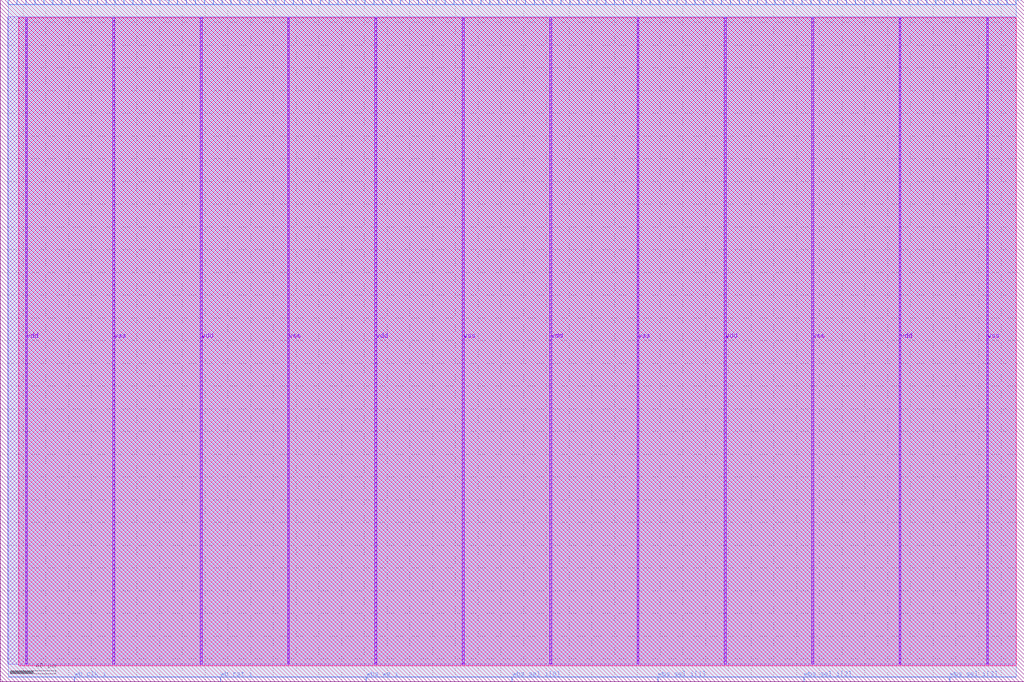
<source format=lef>
# Copyright 2022 GlobalFoundries PDK Authors
#
# Licensed under the Apache License, Version 2.0 (the "License");
# you may not use this file except in compliance with the License.
# You may obtain a copy of the License at
#
#      http://www.apache.org/licenses/LICENSE-2.0
#
# Unless required by applicable law or agreed to in writing, software
# distributed under the License is distributed on an "AS IS" BASIS,
# WITHOUT WARRANTIES OR CONDITIONS OF ANY KIND, either express or implied.
# See the License for the specific language governing permissions and
# limitations under the License.

##################################################################################
#
#           GLOBALFOUNDRIES
#
##################################################################################
#
# 180MCU Tech LEF File
# based on DRM DM-000013-01 Rev 13
# TFG-Version: 2.1.9
# Date: February 2018
#-------------------------------------------------------
# metal stack option: 5LM_1TM_9K
# Preferred routing directions:
# vertical:   Metal2 Metal4
# horizontal: Metal1 Metal3 Metal5
#------------------------------------------------------
# This Techfile contains not correct Parasitic Information.
# USE Appropriate parasitic files for Parasitic Extraction.
#------------------------------------------------------

VERSION 5.7 ;
BUSBITCHARS "[]" ;
DIVIDERCHAR "/" ;

UNITS
    DATABASE MICRONS 2000  ;
    CAPACITANCE PICOFARADS 1 ;
    CURRENT MILLIAMPS 1 ;
    RESISTANCE OHMS 1 ;
END UNITS

SITE GF018hv5v_mcu_sc7
  SYMMETRY X Y ;
  CLASS core ;
  SIZE 0.56 BY 3.92 ;
END GF018hv5v_mcu_sc7

PROPERTYDEFINITIONS
  LAYER LEF58_EOLENCLOSURE STRING ;
  LAYER LEF58_TYPE STRING ;
END PROPERTYDEFINITIONS

MANUFACTURINGGRID 0.0050 ;
CLEARANCEMEASURE EUCLIDEAN ;
USEMINSPACING OBS ON ;

LAYER Poly2
    TYPE MASTERSLICE ;
END Poly2

LAYER CON
    TYPE CUT ;
END CON



LAYER Metal1
    TYPE ROUTING ;
    DIRECTION HORIZONTAL ;

    PITCH 0.56 ;
    OFFSET 0.0 ;

    MINWIDTH 0.230 ;                   # Mn.1  (n=1)
    WIDTH 0.230 ;                      # Mn.1  (n=1)
    SPACING 0.230  ;                   # Mn.2a (n=1)
    SPACING 0.300 RANGE 10.005 999.00 ; # Mn.2b
    AREA 0.1444 ;                      # Mn.3

    THICKNESS 0.54 ;
    ANTENNAMODEL OXIDE1 ;
    ANTENNASIDEAREARATIO 400 ;

    DCCURRENTDENSITY AVERAGE 0.67 ;
    ACCURRENTDENSITY AVERAGE 1.00 ;

    CAPACITANCE CPERSQDIST 0.0000394 ;
    RESISTANCE RPERSQ 0.090000 ;

    MINIMUMDENSITY 30.0 ;
    DENSITYCHECKWINDOW 200.0 200.0 ;
    DENSITYCHECKSTEP 100.0 ;

END Metal1


LAYER Via1
  TYPE CUT ;
  SPACING 0.26 ;
  WIDTH   0.26 ;

  ENCLOSURE BELOW 0.00 0.06 ;
  ENCLOSURE ABOVE 0.01 0.06 ;
  PROPERTY LEF58_EOLENCLOSURE "
  	EOLENCLOSURE 0.34 0.06 ;" ;

  ARRAYSPACING CUTSPACING 0.36 ARRAYCUTS 4 SPACING 0.36 ; # Vn.2b

  ACCURRENTDENSITY AVERAGE 0.28 ;
  DCCURRENTDENSITY AVERAGE 0.18 ;
  ANTENNAMODEL OXIDE1 ;
  ANTENNAAREARATIO 20.0 ;
END Via1


LAYER Metal2
    TYPE ROUTING ;
    DIRECTION VERTICAL ;

    PITCH 0.56 ;
    OFFSET 0.0 ;

    MINWIDTH 0.280 ;
    WIDTH 0.280 ;                        # Mn.1  (n>1)
    SPACING 0.280 ;                      # Mn.2a (n>1)
    SPACING 0.300 RANGE 10.005 999.00 ;  # Mn.2b
    AREA 0.1444 ;                        # Mn.3

    THICKNESS 0.54 ;
    ANTENNAMODEL OXIDE1 ;
    ANTENNADIFFSIDEAREARATIO 400 ;
    ANTENNAGATEPLUSDIFF 2 ;

    DCCURRENTDENSITY AVERAGE 0.67 ;
    ACCURRENTDENSITY AVERAGE 1.00 ;

    CAPACITANCE CPERSQDIST 0.0000394 ;
    RESISTANCE RPERSQ 0.090000 ;

    MINIMUMDENSITY 30.0 ;
    DENSITYCHECKWINDOW 200.0 200.0 ;
    DENSITYCHECKSTEP 100.0 ;

END Metal2


LAYER Via2
  TYPE CUT ;
  SPACING 0.26 ;
  WIDTH   0.26 ;

  ENCLOSURE BELOW 0.01 0.06 ;
  ENCLOSURE ABOVE 0.01 0.06 ;

  # a bit conservative for Vn.3/4a without considering the protrusion length of 0.28
  PROPERTY LEF58_EOLENCLOSURE " EOLENCLOSURE 0.34 0.06 ; " ;

  ARRAYSPACING CUTSPACING 0.36 ARRAYCUTS 4 SPACING 0.36 ; # Vn.2b

  ACCURRENTDENSITY AVERAGE 0.28 ;
  DCCURRENTDENSITY AVERAGE 0.18 ;
  ANTENNAMODEL OXIDE1 ;
  ANTENNAAREARATIO 20.0 ;
END Via2


LAYER Metal3
    TYPE ROUTING ;
    DIRECTION HORIZONTAL ;

    PITCH 0.56 ;
    OFFSET 0.0 ;

    MINWIDTH 0.280 ;
    WIDTH 0.280 ;                        # Mn.1  (n>1)
    SPACING 0.280 ;                      # Mn.2a (n>1)
    SPACING 0.300 RANGE 10.005 999.00 ;  # Mn.2b
    AREA 0.1444 ;                        # Mn.3

    THICKNESS 0.54 ;
    ANTENNAMODEL OXIDE1 ;
    ANTENNADIFFSIDEAREARATIO 400 ;
    ANTENNAGATEPLUSDIFF 2 ;

    DCCURRENTDENSITY AVERAGE 0.67 ;
    ACCURRENTDENSITY AVERAGE 1.00 ;

    CAPACITANCE CPERSQDIST 0.0000394 ;
    RESISTANCE RPERSQ 0.090000 ;

    MINIMUMDENSITY 30.0 ;
    DENSITYCHECKWINDOW 200.0 200.0 ;
    DENSITYCHECKSTEP 100.0 ;

END Metal3


LAYER Via3
  TYPE CUT ;
  SPACING 0.26 ;
  WIDTH   0.26 ;

  ENCLOSURE BELOW 0.01 0.06 ;
  ENCLOSURE ABOVE 0.01 0.06 ;

  # a bit conservative for Vn.3/4a without considering the protrusion length of 0.28
  PROPERTY LEF58_EOLENCLOSURE " EOLENCLOSURE 0.34 0.06 ; " ;

  ARRAYSPACING CUTSPACING 0.36 ARRAYCUTS 4 SPACING 0.36 ; # Vn.2b

  ACCURRENTDENSITY AVERAGE 0.28 ;
  DCCURRENTDENSITY AVERAGE 0.18 ;
  ANTENNAMODEL OXIDE1 ;
  ANTENNAAREARATIO 20.0 ;
END Via3


LAYER Metal4
    TYPE ROUTING ;
    DIRECTION VERTICAL ;

    PITCH 0.56 ;
    OFFSET 0.0 ;

    MINWIDTH 0.280 ;
    WIDTH 0.280 ;                        # Mn.1  (n>1)
    SPACING 0.280 ;                      # Mn.2a (n>1)
    SPACING 0.300 RANGE 10.005 999.00 ;  # Mn.2b
    AREA 0.1444 ;                        # Mn.3

    THICKNESS 0.54 ;
    ANTENNAMODEL OXIDE1 ;
    ANTENNADIFFSIDEAREARATIO 400 ;
    ANTENNAGATEPLUSDIFF 2 ;

    DCCURRENTDENSITY AVERAGE 0.67 ;
    ACCURRENTDENSITY AVERAGE 1.00 ;

    CAPACITANCE CPERSQDIST 0.0000394 ;
    RESISTANCE RPERSQ 0.090000 ;

    MINIMUMDENSITY 30.0 ;
    DENSITYCHECKWINDOW 200.0 200.0 ;
    DENSITYCHECKSTEP 100.0 ;

END Metal4


LAYER Via4
  TYPE CUT ;
  SPACING 0.26 ;
  WIDTH   0.26 ;

  ENCLOSURE BELOW 0.01 0.06 ;
 # ENCLOSURE ABOVE 0.01 0.09 ;
  ENCLOSURE ABOVE 0.01 0.06 ;

  # a bit conservative for Vn.3/4a without considering the protrusion length of 0.28
  PROPERTY LEF58_EOLENCLOSURE " EOLENCLOSURE 0.34 0.06 ; " ;

  ARRAYSPACING CUTSPACING 0.36 ARRAYCUTS 4 SPACING 0.36 ; # Vn.2b

  ACCURRENTDENSITY AVERAGE 0.28 ;
  DCCURRENTDENSITY AVERAGE 0.18 ;
  ANTENNAMODEL OXIDE1 ;
  ANTENNAAREARATIO 20.0 ;
END Via4



LAYER Metal5
    TYPE ROUTING ;
    DIRECTION HORIZONTAL ;

    OFFSET 0.0 ;


    PITCH 0.9 ;
    MINWIDTH 0.440 ;
    WIDTH   0.440 ;                      # MT.1
    AREA    0.5625 ;                     # MT.4
    SPACING 0.460 ;                      # MT.2a
    SPACING 0.600 RANGE 10.005 999.00 ;  # MT.2b

    DCCURRENTDENSITY AVERAGE 1.21 ;
    ACCURRENTDENSITY AVERAGE 1.82 ;
    RESISTANCE RPERSQ 0.04000 ;

    THICKNESS 0.99 ;

    ANTENNAMODEL OXIDE1 ;
    ANTENNADIFFSIDEAREARATIO 400 ;
    ANTENNAGATEPLUSDIFF 2 ;

    CAPACITANCE CPERSQDIST 0.0000394 ;

    MINIMUMDENSITY 30.0 ;
    DENSITYCHECKWINDOW 200.0 200.0 ;
    DENSITYCHECKSTEP 100.0 ;

END Metal5



LAYER OVERLAP
  TYPE OVERLAP ;
END OVERLAP

LAYER PR_bndry
    TYPE MASTERSLICE ;
END PR_bndry


#------------------------------------------------------------
#  Via1 VIA SECTION
#------------------------------------------------------------
 VIA Via1_HH  DEFAULT
 LAYER Via1 ;
 RECT -0.130 -0.130 0.130 0.130 ;
 LAYER Metal1 ;
 RECT -0.190 -0.130 0.190 0.130 ;
 LAYER Metal2 ;
 RECT -0.190 -0.140 0.190 0.140 ;
 RESISTANCE 4.500 ;
 END Via1_HH

 VIA Via1_HV  DEFAULT
 LAYER Via1 ;
 RECT -0.130 -0.130 0.130 0.130 ;
 LAYER Metal1 ;
 RECT -0.190 -0.130 0.190 0.130 ;
 LAYER Metal2 ;
 RECT -0.140 -0.190 0.140 0.190 ;
 RESISTANCE 4.500 ;
 END Via1_HV

 VIA Via1_VH  DEFAULT
 LAYER Via1 ;
 RECT -0.130 -0.130 0.130 0.130 ;
 LAYER Metal1 ;
 RECT -0.130 -0.190 0.130 0.190 ;
 LAYER Metal2 ;
 RECT -0.190 -0.140 0.190 0.140 ;
 RESISTANCE 4.500 ;
 END Via1_VH

 VIA Via1_VV  DEFAULT
 LAYER Via1 ;
 RECT -0.130 -0.130 0.130 0.130 ;
 LAYER Metal1 ;
 RECT -0.130 -0.190 0.130 0.190 ;
 LAYER Metal2 ;
 RECT -0.140 -0.190 0.140 0.190 ;
 RESISTANCE 4.500 ;
 END Via1_VV

 VIA Via1_2CUT_H
 LAYER Via1 ;
 RECT -0.390 -0.130 -0.130 0.130 ;
 RECT 0.130 -0.130 0.390 0.130 ;
 LAYER Metal1 ;
 RECT -0.450 -0.130 0.450 0.130 ;
 LAYER Metal2 ;
 RECT -0.400 -0.190 0.400 0.190 ;
 END Via1_2CUT_H

 VIA Via1_2CUT_V
 LAYER Via1 ;
 RECT -0.130 -0.390 0.130 -0.130 ;
 RECT -0.130 0.130 0.130 0.390 ;
 LAYER Metal1 ;
 RECT -0.190 -0.390 0.190 0.390 ;
 LAYER Metal2 ;
 RECT -0.140 -0.450 0.140 0.450 ;
 END Via1_2CUT_V

 VIA Via1_2X2_0_60_10_60_H_H  DEFAULT
 LAYER Via1 ;
 RECT -0.390 -0.390 -0.130 -0.130 ;
 RECT 0.130 -0.390 0.390 -0.130 ;
 RECT -0.390 0.130 -0.130 0.390 ;
 RECT 0.130 0.130 0.390 0.390 ;
 LAYER Metal1 ;
 RECT -0.450 -0.390 0.450 0.390 ;
 LAYER Metal2 ;
 RECT -0.450 -0.400 0.450 0.400 ;
 END Via1_2X2_0_60_10_60_H_H

 VIA Via1_2X2_0_60_10_60_H_V  DEFAULT
 LAYER Via1 ;
 RECT -0.390 -0.390 -0.130 -0.130 ;
 RECT 0.130 -0.390 0.390 -0.130 ;
 RECT -0.390 0.130 -0.130 0.390 ;
 RECT 0.130 0.130 0.390 0.390 ;
 LAYER Metal1 ;
 RECT -0.450 -0.390 0.450 0.390 ;
 LAYER Metal2 ;
 RECT -0.400 -0.450 0.400 0.450 ;
 END Via1_2X2_0_60_10_60_H_V

 VIA Via1_2X2_0_60_10_60_V_H  DEFAULT
 LAYER Via1 ;
 RECT -0.390 -0.390 -0.130 -0.130 ;
 RECT 0.130 -0.390 0.390 -0.130 ;
 RECT -0.390 0.130 -0.130 0.390 ;
 RECT 0.130 0.130 0.390 0.390 ;
 LAYER Metal1 ;
 RECT -0.390 -0.450 0.390 0.450 ;
 LAYER Metal2 ;
 RECT -0.450 -0.400 0.450 0.400 ;
 END Via1_2X2_0_60_10_60_V_H

 VIA Via1_2X2_0_60_10_60_V_V  DEFAULT
 LAYER Via1 ;
 RECT -0.390 -0.390 -0.130 -0.130 ;
 RECT 0.130 -0.390 0.390 -0.130 ;
 RECT -0.390 0.130 -0.130 0.390 ;
 RECT 0.130 0.130 0.390 0.390 ;
 LAYER Metal1 ;
 RECT -0.390 -0.450 0.390 0.450 ;
 LAYER Metal2 ;
 RECT -0.400 -0.450 0.400 0.450 ;
 END Via1_2X2_0_60_10_60_V_V

VIARULE Via1_GEN_HH GENERATE
  LAYER Metal1 ;
    ENCLOSURE 0.060 0.000 ;
  LAYER Metal2 ;
    ENCLOSURE 0.060 0.010 ;
  LAYER Via1 ;
    RECT -0.130 -0.130 0.130 0.130 ;
    SPACING 0.520 BY 0.520 ;
END Via1_GEN_HH

VIARULE Via1_GEN_HV GENERATE
  LAYER Metal1 ;
    ENCLOSURE 0.060 0.000 ;
  LAYER Metal2 ;
    ENCLOSURE 0.010 0.060 ;
  LAYER Via1 ;
    RECT -0.130 -0.130 0.130 0.130 ;
    SPACING 0.520 BY 0.520 ;
END Via1_GEN_HV

VIARULE Via1_GEN_VH GENERATE
  LAYER Metal1 ;
    ENCLOSURE 0.000 0.060 ;
  LAYER Metal2 ;
    ENCLOSURE 0.060 0.010 ;
  LAYER Via1 ;
    RECT -0.130 -0.130 0.130 0.130 ;
    SPACING 0.520 BY 0.520 ;
END Via1_GEN_VH

VIARULE Via1_GEN_VV GENERATE
  LAYER Metal1 ;
    ENCLOSURE 0.000 0.060 ;
  LAYER Metal2 ;
    ENCLOSURE 0.010 0.060 ;
  LAYER Via1 ;
    RECT -0.130 -0.130 0.130 0.130 ;
    SPACING 0.520 BY 0.520 ;
END Via1_GEN_VV

 VIA Via1_4X4H_HH_DEFAULT  DEFAULT
 LAYER Via1 ;
 RECT -1.060 -1.060 -0.800 -0.800 ;
 RECT -0.440 -1.060 -0.180 -0.800 ;
 RECT 0.180 -1.060 0.440 -0.800 ;
 RECT 0.800 -1.060 1.060 -0.800 ;
 RECT -1.060 -0.440 -0.800 -0.180 ;
 RECT -0.440 -0.440 -0.180 -0.180 ;
 RECT 0.180 -0.440 0.440 -0.180 ;
 RECT 0.800 -0.440 1.060 -0.180 ;
 RECT -1.060 0.180 -0.800 0.440 ;
 RECT -0.440 0.180 -0.180 0.440 ;
 RECT 0.180 0.180 0.440 0.440 ;
 RECT 0.800 0.180 1.060 0.440 ;
 RECT -1.060 0.800 -0.800 1.060 ;
 RECT -0.440 0.800 -0.180 1.060 ;
 RECT 0.180 0.800 0.440 1.060 ;
 RECT 0.800 0.800 1.060 1.060 ;
 LAYER Metal1 ;
 RECT -1.120 -1.060 1.120 1.060 ;
 LAYER Metal2 ;
 RECT -1.120 -1.070 1.120 1.070 ;
 END Via1_4X4H_HH_DEFAULT

 VIA Via1_4X4H_HV_DEFAULT  DEFAULT
 LAYER Via1 ;
 RECT -1.060 -1.060 -0.800 -0.800 ;
 RECT -0.440 -1.060 -0.180 -0.800 ;
 RECT 0.180 -1.060 0.440 -0.800 ;
 RECT 0.800 -1.060 1.060 -0.800 ;
 RECT -1.060 -0.440 -0.800 -0.180 ;
 RECT -0.440 -0.440 -0.180 -0.180 ;
 RECT 0.180 -0.440 0.440 -0.180 ;
 RECT 0.800 -0.440 1.060 -0.180 ;
 RECT -1.060 0.180 -0.800 0.440 ;
 RECT -0.440 0.180 -0.180 0.440 ;
 RECT 0.180 0.180 0.440 0.440 ;
 RECT 0.800 0.180 1.060 0.440 ;
 RECT -1.060 0.800 -0.800 1.060 ;
 RECT -0.440 0.800 -0.180 1.060 ;
 RECT 0.180 0.800 0.440 1.060 ;
 RECT 0.800 0.800 1.060 1.060 ;
 LAYER Metal1 ;
 RECT -1.120 -1.060 1.120 1.060 ;
 LAYER Metal2 ;
 RECT -1.070 -1.120 1.070 1.120 ;
 END Via1_4X4H_HV_DEFAULT

 VIA Via1_4X4H_VH_DEFAULT  DEFAULT
 LAYER Via1 ;
 RECT -1.060 -1.060 -0.800 -0.800 ;
 RECT -0.440 -1.060 -0.180 -0.800 ;
 RECT 0.180 -1.060 0.440 -0.800 ;
 RECT 0.800 -1.060 1.060 -0.800 ;
 RECT -1.060 -0.440 -0.800 -0.180 ;
 RECT -0.440 -0.440 -0.180 -0.180 ;
 RECT 0.180 -0.440 0.440 -0.180 ;
 RECT 0.800 -0.440 1.060 -0.180 ;
 RECT -1.060 0.180 -0.800 0.440 ;
 RECT -0.440 0.180 -0.180 0.440 ;
 RECT 0.180 0.180 0.440 0.440 ;
 RECT 0.800 0.180 1.060 0.440 ;
 RECT -1.060 0.800 -0.800 1.060 ;
 RECT -0.440 0.800 -0.180 1.060 ;
 RECT 0.180 0.800 0.440 1.060 ;
 RECT 0.800 0.800 1.060 1.060 ;
 LAYER Metal1 ;
 RECT -1.060 -1.120 1.060 1.120 ;
 LAYER Metal2 ;
 RECT -1.120 -1.070 1.120 1.070 ;
 END Via1_4X4H_VH_DEFAULT

 VIA Via1_4X4H_VV_DEFAULT  DEFAULT
 LAYER Via1 ;
 RECT -1.060 -1.060 -0.800 -0.800 ;
 RECT -0.440 -1.060 -0.180 -0.800 ;
 RECT 0.180 -1.060 0.440 -0.800 ;
 RECT 0.800 -1.060 1.060 -0.800 ;
 RECT -1.060 -0.440 -0.800 -0.180 ;
 RECT -0.440 -0.440 -0.180 -0.180 ;
 RECT 0.180 -0.440 0.440 -0.180 ;
 RECT 0.800 -0.440 1.060 -0.180 ;
 RECT -1.060 0.180 -0.800 0.440 ;
 RECT -0.440 0.180 -0.180 0.440 ;
 RECT 0.180 0.180 0.440 0.440 ;
 RECT 0.800 0.180 1.060 0.440 ;
 RECT -1.060 0.800 -0.800 1.060 ;
 RECT -0.440 0.800 -0.180 1.060 ;
 RECT 0.180 0.800 0.440 1.060 ;
 RECT 0.800 0.800 1.060 1.060 ;
 LAYER Metal1 ;
 RECT -1.060 -1.120 1.060 1.120 ;
 LAYER Metal2 ;
 RECT -1.070 -1.120 1.070 1.120 ;
 END Via1_4X4H_VV_DEFAULT

#------------------------------------------------------------
#  Via2 VIA SECTION
#------------------------------------------------------------
 VIA Via2_HH  DEFAULT
 LAYER Via2 ;
 RECT -0.130 -0.130 0.130 0.130 ;
 LAYER Metal2 ;
 RECT -0.190 -0.140 0.190 0.140 ;
 LAYER Metal3 ;
 RECT -0.190 -0.140 0.190 0.140 ;
 RESISTANCE 4.500 ;
 END Via2_HH

 VIA Via2_HV  DEFAULT
 LAYER Via2 ;
 RECT -0.130 -0.130 0.130 0.130 ;
 LAYER Metal2 ;
 RECT -0.190 -0.140 0.190 0.140 ;
 LAYER Metal3 ;
 RECT -0.140 -0.190 0.140 0.190 ;
 RESISTANCE 4.500 ;
 END Via2_HV

 VIA Via2_VH  DEFAULT
 LAYER Via2 ;
 RECT -0.130 -0.130 0.130 0.130 ;
 LAYER Metal2 ;
 RECT -0.140 -0.190 0.140 0.190 ;
 LAYER Metal3 ;
 RECT -0.190 -0.140 0.190 0.140 ;
 RESISTANCE 4.500 ;
 END Via2_VH

 VIA Via2_VV  DEFAULT
 LAYER Via2 ;
 RECT -0.130 -0.130 0.130 0.130 ;
 LAYER Metal2 ;
 RECT -0.140 -0.190 0.140 0.190 ;
 LAYER Metal3 ;
 RECT -0.140 -0.190 0.140 0.190 ;
 RESISTANCE 4.500 ;
 END Via2_VV

 VIA Via2_2CUT_H
 LAYER Via2 ;
 RECT -0.390 -0.130 -0.130 0.130 ;
 RECT 0.130 -0.130 0.390 0.130 ;
 LAYER Metal2 ;
 RECT -0.390 -0.190 0.390 0.190 ;
 LAYER Metal3 ;
 RECT -0.450 -0.140 0.450 0.140 ;
 END Via2_2CUT_H

 VIA Via2_2CUT_V
 LAYER Via2 ;
 RECT -0.130 -0.390 0.130 -0.130 ;
 RECT -0.130 0.130 0.130 0.390 ;
 LAYER Metal2 ;
 RECT -0.130 -0.450 0.130 0.450 ;
 LAYER Metal3 ;
 RECT -0.190 -0.400 0.190 0.400 ;
 END Via2_2CUT_V

 VIA Via2_2X2_0_60_10_60_H_H  DEFAULT
 LAYER Via2 ;
 RECT -0.390 -0.390 -0.130 -0.130 ;
 RECT 0.130 -0.390 0.390 -0.130 ;
 RECT -0.390 0.130 -0.130 0.390 ;
 RECT 0.130 0.130 0.390 0.390 ;
 LAYER Metal2 ;
 RECT -0.450 -0.390 0.450 0.390 ;
 LAYER Metal3 ;
 RECT -0.450 -0.400 0.450 0.400 ;
 END Via2_2X2_0_60_10_60_H_H

 VIA Via2_2X2_0_60_10_60_H_V  DEFAULT
 LAYER Via2 ;
 RECT -0.390 -0.390 -0.130 -0.130 ;
 RECT 0.130 -0.390 0.390 -0.130 ;
 RECT -0.390 0.130 -0.130 0.390 ;
 RECT 0.130 0.130 0.390 0.390 ;
 LAYER Metal2 ;
 RECT -0.450 -0.390 0.450 0.390 ;
 LAYER Metal3 ;
 RECT -0.400 -0.450 0.400 0.450 ;
 END Via2_2X2_0_60_10_60_H_V

 VIA Via2_2X2_0_60_10_60_V_H  DEFAULT
 LAYER Via2 ;
 RECT -0.390 -0.390 -0.130 -0.130 ;
 RECT 0.130 -0.390 0.390 -0.130 ;
 RECT -0.390 0.130 -0.130 0.390 ;
 RECT 0.130 0.130 0.390 0.390 ;
 LAYER Metal2 ;
 RECT -0.390 -0.450 0.390 0.450 ;
 LAYER Metal3 ;
 RECT -0.450 -0.400 0.450 0.400 ;
 END Via2_2X2_0_60_10_60_V_H

 VIA Via2_2X2_0_60_10_60_V_V  DEFAULT
 LAYER Via2 ;
 RECT -0.390 -0.390 -0.130 -0.130 ;
 RECT 0.130 -0.390 0.390 -0.130 ;
 RECT -0.390 0.130 -0.130 0.390 ;
 RECT 0.130 0.130 0.390 0.390 ;
 LAYER Metal2 ;
 RECT -0.390 -0.450 0.390 0.450 ;
 LAYER Metal3 ;
 RECT -0.400 -0.450 0.400 0.450 ;
 END Via2_2X2_0_60_10_60_V_V

VIARULE Via2_GEN_HH GENERATE
  LAYER Metal2 ;
    ENCLOSURE 0.060 0.010 ;
  LAYER Metal3 ;
    ENCLOSURE 0.060 0.010 ;
  LAYER Via2 ;
    RECT -0.130 -0.130 0.130 0.130 ;
    SPACING 0.520 BY 0.520 ;
END Via2_GEN_HH

VIARULE Via2_GEN_HV GENERATE
  LAYER Metal2 ;
    ENCLOSURE 0.060 0.010 ;
  LAYER Metal3 ;
    ENCLOSURE 0.010 0.060 ;
  LAYER Via2 ;
    RECT -0.130 -0.130 0.130 0.130 ;
    SPACING 0.520 BY 0.520 ;
END Via2_GEN_HV

VIARULE Via2_GEN_VH GENERATE
  LAYER Metal2 ;
    ENCLOSURE 0.010 0.060 ;
  LAYER Metal3 ;
    ENCLOSURE 0.060 0.010 ;
  LAYER Via2 ;
    RECT -0.130 -0.130 0.130 0.130 ;
    SPACING 0.520 BY 0.520 ;
END Via2_GEN_VH

VIARULE Via2_GEN_VV GENERATE
  LAYER Metal2 ;
    ENCLOSURE 0.010 0.060 ;
  LAYER Metal3 ;
    ENCLOSURE 0.010 0.060 ;
  LAYER Via2 ;
    RECT -0.130 -0.130 0.130 0.130 ;
    SPACING 0.520 BY 0.520 ;
END Via2_GEN_VV

 VIA Via2_4X4H_HH_DEFAULT  DEFAULT
 LAYER Via2 ;
 RECT -1.060 -1.060 -0.800 -0.800 ;
 RECT -0.440 -1.060 -0.180 -0.800 ;
 RECT 0.180 -1.060 0.440 -0.800 ;
 RECT 0.800 -1.060 1.060 -0.800 ;
 RECT -1.060 -0.440 -0.800 -0.180 ;
 RECT -0.440 -0.440 -0.180 -0.180 ;
 RECT 0.180 -0.440 0.440 -0.180 ;
 RECT 0.800 -0.440 1.060 -0.180 ;
 RECT -1.060 0.180 -0.800 0.440 ;
 RECT -0.440 0.180 -0.180 0.440 ;
 RECT 0.180 0.180 0.440 0.440 ;
 RECT 0.800 0.180 1.060 0.440 ;
 RECT -1.060 0.800 -0.800 1.060 ;
 RECT -0.440 0.800 -0.180 1.060 ;
 RECT 0.180 0.800 0.440 1.060 ;
 RECT 0.800 0.800 1.060 1.060 ;
 LAYER Metal2 ;
 RECT -1.120 -1.070 1.120 1.070 ;
 LAYER Metal3 ;
 RECT -1.120 -1.070 1.120 1.070 ;
 END Via2_4X4H_HH_DEFAULT

 VIA Via2_4X4H_HV_DEFAULT  DEFAULT
 LAYER Via2 ;
 RECT -1.060 -1.060 -0.800 -0.800 ;
 RECT -0.440 -1.060 -0.180 -0.800 ;
 RECT 0.180 -1.060 0.440 -0.800 ;
 RECT 0.800 -1.060 1.060 -0.800 ;
 RECT -1.060 -0.440 -0.800 -0.180 ;
 RECT -0.440 -0.440 -0.180 -0.180 ;
 RECT 0.180 -0.440 0.440 -0.180 ;
 RECT 0.800 -0.440 1.060 -0.180 ;
 RECT -1.060 0.180 -0.800 0.440 ;
 RECT -0.440 0.180 -0.180 0.440 ;
 RECT 0.180 0.180 0.440 0.440 ;
 RECT 0.800 0.180 1.060 0.440 ;
 RECT -1.060 0.800 -0.800 1.060 ;
 RECT -0.440 0.800 -0.180 1.060 ;
 RECT 0.180 0.800 0.440 1.060 ;
 RECT 0.800 0.800 1.060 1.060 ;
 LAYER Metal2 ;
 RECT -1.120 -1.070 1.120 1.070 ;
 LAYER Metal3 ;
 RECT -1.070 -1.120 1.070 1.120 ;
 END Via2_4X4H_HV_DEFAULT

 VIA Via2_4X4H_VH_DEFAULT  DEFAULT
 LAYER Via2 ;
 RECT -1.060 -1.060 -0.800 -0.800 ;
 RECT -0.440 -1.060 -0.180 -0.800 ;
 RECT 0.180 -1.060 0.440 -0.800 ;
 RECT 0.800 -1.060 1.060 -0.800 ;
 RECT -1.060 -0.440 -0.800 -0.180 ;
 RECT -0.440 -0.440 -0.180 -0.180 ;
 RECT 0.180 -0.440 0.440 -0.180 ;
 RECT 0.800 -0.440 1.060 -0.180 ;
 RECT -1.060 0.180 -0.800 0.440 ;
 RECT -0.440 0.180 -0.180 0.440 ;
 RECT 0.180 0.180 0.440 0.440 ;
 RECT 0.800 0.180 1.060 0.440 ;
 RECT -1.060 0.800 -0.800 1.060 ;
 RECT -0.440 0.800 -0.180 1.060 ;
 RECT 0.180 0.800 0.440 1.060 ;
 RECT 0.800 0.800 1.060 1.060 ;
 LAYER Metal2 ;
 RECT -1.070 -1.120 1.070 1.120 ;
 LAYER Metal3 ;
 RECT -1.120 -1.070 1.120 1.070 ;
 END Via2_4X4H_VH_DEFAULT

 VIA Via2_4X4H_VV_DEFAULT  DEFAULT
 LAYER Via2 ;
 RECT -1.060 -1.060 -0.800 -0.800 ;
 RECT -0.440 -1.060 -0.180 -0.800 ;
 RECT 0.180 -1.060 0.440 -0.800 ;
 RECT 0.800 -1.060 1.060 -0.800 ;
 RECT -1.060 -0.440 -0.800 -0.180 ;
 RECT -0.440 -0.440 -0.180 -0.180 ;
 RECT 0.180 -0.440 0.440 -0.180 ;
 RECT 0.800 -0.440 1.060 -0.180 ;
 RECT -1.060 0.180 -0.800 0.440 ;
 RECT -0.440 0.180 -0.180 0.440 ;
 RECT 0.180 0.180 0.440 0.440 ;
 RECT 0.800 0.180 1.060 0.440 ;
 RECT -1.060 0.800 -0.800 1.060 ;
 RECT -0.440 0.800 -0.180 1.060 ;
 RECT 0.180 0.800 0.440 1.060 ;
 RECT 0.800 0.800 1.060 1.060 ;
 LAYER Metal2 ;
 RECT -1.070 -1.120 1.070 1.120 ;
 LAYER Metal3 ;
 RECT -1.070 -1.120 1.070 1.120 ;
 END Via2_4X4H_VV_DEFAULT

#------------------------------------------------------------
#  Via3 VIA SECTION
#------------------------------------------------------------
 VIA Via3_HH  DEFAULT
 LAYER Via3 ;
 RECT -0.130 -0.130 0.130 0.130 ;
 LAYER Metal3 ;
 RECT -0.190 -0.140 0.190 0.140 ;
 LAYER Metal4 ;
 RECT -0.190 -0.140 0.190 0.140 ;
 RESISTANCE 4.500 ;
 END Via3_HH

 VIA Via3_HV  DEFAULT
 LAYER Via3 ;
 RECT -0.130 -0.130 0.130 0.130 ;
 LAYER Metal3 ;
 RECT -0.190 -0.140 0.190 0.140 ;
 LAYER Metal4 ;
 RECT -0.140 -0.190 0.140 0.190 ;
 RESISTANCE 4.500 ;
 END Via3_HV

 VIA Via3_VH  DEFAULT
 LAYER Via3 ;
 RECT -0.130 -0.130 0.130 0.130 ;
 LAYER Metal3 ;
 RECT -0.140 -0.190 0.140 0.190 ;
 LAYER Metal4 ;
 RECT -0.190 -0.140 0.190 0.140 ;
 RESISTANCE 4.500 ;
 END Via3_VH

 VIA Via3_VV  DEFAULT
 LAYER Via3 ;
 RECT -0.130 -0.130 0.130 0.130 ;
 LAYER Metal3 ;
 RECT -0.140 -0.190 0.140 0.190 ;
 LAYER Metal4 ;
 RECT -0.140 -0.190 0.140 0.190 ;
 RESISTANCE 4.500 ;
 END Via3_VV

 VIA Via3_2CUT_H
 LAYER Via3 ;
 RECT -0.390 -0.130 -0.130 0.130 ;
 RECT 0.130 -0.130 0.390 0.130 ;
 LAYER Metal3 ;
 RECT -0.450 -0.130 0.450 0.130 ;
 LAYER Metal4 ;
 RECT -0.400 -0.190 0.400 0.190 ;
 END Via3_2CUT_H

 VIA Via3_2CUT_V
 LAYER Via3 ;
 RECT -0.130 -0.390 0.130 -0.130 ;
 RECT -0.130 0.130 0.130 0.390 ;
 LAYER Metal3 ;
 RECT -0.190 -0.390 0.190 0.390 ;
 LAYER Metal4 ;
 RECT -0.140 -0.450 0.140 0.450 ;
 END Via3_2CUT_V

 VIA Via3_2X2_0_60_10_60_H_H  DEFAULT
 LAYER Via3 ;
 RECT -0.390 -0.390 -0.130 -0.130 ;
 RECT 0.130 -0.390 0.390 -0.130 ;
 RECT -0.390 0.130 -0.130 0.390 ;
 RECT 0.130 0.130 0.390 0.390 ;
 LAYER Metal3 ;
 RECT -0.450 -0.390 0.450 0.390 ;
 LAYER Metal4 ;
 RECT -0.450 -0.400 0.450 0.400 ;
 END Via3_2X2_0_60_10_60_H_H

 VIA Via3_2X2_0_60_10_60_H_V  DEFAULT
 LAYER Via3 ;
 RECT -0.390 -0.390 -0.130 -0.130 ;
 RECT 0.130 -0.390 0.390 -0.130 ;
 RECT -0.390 0.130 -0.130 0.390 ;
 RECT 0.130 0.130 0.390 0.390 ;
 LAYER Metal3 ;
 RECT -0.450 -0.390 0.450 0.390 ;
 LAYER Metal4 ;
 RECT -0.400 -0.450 0.400 0.450 ;
 END Via3_2X2_0_60_10_60_H_V

 VIA Via3_2X2_0_60_10_60_V_H  DEFAULT
 LAYER Via3 ;
 RECT -0.390 -0.390 -0.130 -0.130 ;
 RECT 0.130 -0.390 0.390 -0.130 ;
 RECT -0.390 0.130 -0.130 0.390 ;
 RECT 0.130 0.130 0.390 0.390 ;
 LAYER Metal3 ;
 RECT -0.390 -0.450 0.390 0.450 ;
 LAYER Metal4 ;
 RECT -0.450 -0.400 0.450 0.400 ;
 END Via3_2X2_0_60_10_60_V_H

 VIA Via3_2X2_0_60_10_60_V_V  DEFAULT
 LAYER Via3 ;
 RECT -0.390 -0.390 -0.130 -0.130 ;
 RECT 0.130 -0.390 0.390 -0.130 ;
 RECT -0.390 0.130 -0.130 0.390 ;
 RECT 0.130 0.130 0.390 0.390 ;
 LAYER Metal3 ;
 RECT -0.390 -0.450 0.390 0.450 ;
 LAYER Metal4 ;
 RECT -0.400 -0.450 0.400 0.450 ;
 END Via3_2X2_0_60_10_60_V_V

VIARULE Via3_GEN_HH GENERATE
  LAYER Metal3 ;
    ENCLOSURE 0.060 0.010 ;
  LAYER Metal4 ;
    ENCLOSURE 0.060 0.010 ;
  LAYER Via3 ;
    RECT -0.130 -0.130 0.130 0.130 ;
    SPACING 0.520 BY 0.520 ;
END Via3_GEN_HH

VIARULE Via3_GEN_HV GENERATE
  LAYER Metal3 ;
    ENCLOSURE 0.060 0.010 ;
  LAYER Metal4 ;
    ENCLOSURE 0.010 0.060 ;
  LAYER Via3 ;
    RECT -0.130 -0.130 0.130 0.130 ;
    SPACING 0.520 BY 0.520 ;
END Via3_GEN_HV

VIARULE Via3_GEN_VH GENERATE
  LAYER Metal3 ;
    ENCLOSURE 0.010 0.060 ;
  LAYER Metal4 ;
    ENCLOSURE 0.060 0.010 ;
  LAYER Via3 ;
    RECT -0.130 -0.130 0.130 0.130 ;
    SPACING 0.520 BY 0.520 ;
END Via3_GEN_VH

VIARULE Via3_GEN_VV GENERATE
  LAYER Metal3 ;
    ENCLOSURE 0.010 0.060 ;
  LAYER Metal4 ;
    ENCLOSURE 0.010 0.060 ;
  LAYER Via3 ;
    RECT -0.130 -0.130 0.130 0.130 ;
    SPACING 0.520 BY 0.520 ;
END Via3_GEN_VV

 VIA Via3_4X4H_HH_DEFAULT  DEFAULT
 LAYER Via3 ;
 RECT -1.060 -1.060 -0.800 -0.800 ;
 RECT -0.440 -1.060 -0.180 -0.800 ;
 RECT 0.180 -1.060 0.440 -0.800 ;
 RECT 0.800 -1.060 1.060 -0.800 ;
 RECT -1.060 -0.440 -0.800 -0.180 ;
 RECT -0.440 -0.440 -0.180 -0.180 ;
 RECT 0.180 -0.440 0.440 -0.180 ;
 RECT 0.800 -0.440 1.060 -0.180 ;
 RECT -1.060 0.180 -0.800 0.440 ;
 RECT -0.440 0.180 -0.180 0.440 ;
 RECT 0.180 0.180 0.440 0.440 ;
 RECT 0.800 0.180 1.060 0.440 ;
 RECT -1.060 0.800 -0.800 1.060 ;
 RECT -0.440 0.800 -0.180 1.060 ;
 RECT 0.180 0.800 0.440 1.060 ;
 RECT 0.800 0.800 1.060 1.060 ;
 LAYER Metal3 ;
 RECT -1.120 -1.070 1.120 1.070 ;
 LAYER Metal4 ;
 RECT -1.120 -1.070 1.120 1.070 ;
 END Via3_4X4H_HH_DEFAULT

 VIA Via3_4X4H_HV_DEFAULT  DEFAULT
 LAYER Via3 ;
 RECT -1.060 -1.060 -0.800 -0.800 ;
 RECT -0.440 -1.060 -0.180 -0.800 ;
 RECT 0.180 -1.060 0.440 -0.800 ;
 RECT 0.800 -1.060 1.060 -0.800 ;
 RECT -1.060 -0.440 -0.800 -0.180 ;
 RECT -0.440 -0.440 -0.180 -0.180 ;
 RECT 0.180 -0.440 0.440 -0.180 ;
 RECT 0.800 -0.440 1.060 -0.180 ;
 RECT -1.060 0.180 -0.800 0.440 ;
 RECT -0.440 0.180 -0.180 0.440 ;
 RECT 0.180 0.180 0.440 0.440 ;
 RECT 0.800 0.180 1.060 0.440 ;
 RECT -1.060 0.800 -0.800 1.060 ;
 RECT -0.440 0.800 -0.180 1.060 ;
 RECT 0.180 0.800 0.440 1.060 ;
 RECT 0.800 0.800 1.060 1.060 ;
 LAYER Metal3 ;
 RECT -1.120 -1.070 1.120 1.070 ;
 LAYER Metal4 ;
 RECT -1.070 -1.120 1.070 1.120 ;
 END Via3_4X4H_HV_DEFAULT

 VIA Via3_4X4H_VH_DEFAULT  DEFAULT
 LAYER Via3 ;
 RECT -1.060 -1.060 -0.800 -0.800 ;
 RECT -0.440 -1.060 -0.180 -0.800 ;
 RECT 0.180 -1.060 0.440 -0.800 ;
 RECT 0.800 -1.060 1.060 -0.800 ;
 RECT -1.060 -0.440 -0.800 -0.180 ;
 RECT -0.440 -0.440 -0.180 -0.180 ;
 RECT 0.180 -0.440 0.440 -0.180 ;
 RECT 0.800 -0.440 1.060 -0.180 ;
 RECT -1.060 0.180 -0.800 0.440 ;
 RECT -0.440 0.180 -0.180 0.440 ;
 RECT 0.180 0.180 0.440 0.440 ;
 RECT 0.800 0.180 1.060 0.440 ;
 RECT -1.060 0.800 -0.800 1.060 ;
 RECT -0.440 0.800 -0.180 1.060 ;
 RECT 0.180 0.800 0.440 1.060 ;
 RECT 0.800 0.800 1.060 1.060 ;
 LAYER Metal3 ;
 RECT -1.070 -1.120 1.070 1.120 ;
 LAYER Metal4 ;
 RECT -1.120 -1.070 1.120 1.070 ;
 END Via3_4X4H_VH_DEFAULT

 VIA Via3_4X4H_VV_DEFAULT  DEFAULT
 LAYER Via3 ;
 RECT -1.060 -1.060 -0.800 -0.800 ;
 RECT -0.440 -1.060 -0.180 -0.800 ;
 RECT 0.180 -1.060 0.440 -0.800 ;
 RECT 0.800 -1.060 1.060 -0.800 ;
 RECT -1.060 -0.440 -0.800 -0.180 ;
 RECT -0.440 -0.440 -0.180 -0.180 ;
 RECT 0.180 -0.440 0.440 -0.180 ;
 RECT 0.800 -0.440 1.060 -0.180 ;
 RECT -1.060 0.180 -0.800 0.440 ;
 RECT -0.440 0.180 -0.180 0.440 ;
 RECT 0.180 0.180 0.440 0.440 ;
 RECT 0.800 0.180 1.060 0.440 ;
 RECT -1.060 0.800 -0.800 1.060 ;
 RECT -0.440 0.800 -0.180 1.060 ;
 RECT 0.180 0.800 0.440 1.060 ;
 RECT 0.800 0.800 1.060 1.060 ;
 LAYER Metal3 ;
 RECT -1.070 -1.120 1.070 1.120 ;
 LAYER Metal4 ;
 RECT -1.070 -1.120 1.070 1.120 ;
 END Via3_4X4H_VV_DEFAULT

#------------------------------------------------------------
#  Via4 VIA SECTION
#------------------------------------------------------------
 VIA Via4_HH  DEFAULT
 LAYER Via4 ;
 RECT -0.130 -0.130 0.130 0.130 ;
 LAYER Metal4 ;
 RECT -0.190 -0.140 0.190 0.140 ;
 LAYER Metal5 ;
 RECT -0.220 -0.140 0.220 0.140 ;
 RESISTANCE 4.500 ;
 END Via4_HH

 VIA Via4_HV  DEFAULT
 LAYER Via4 ;
 RECT -0.130 -0.130 0.130 0.130 ;
 LAYER Metal4 ;
 RECT -0.190 -0.140 0.190 0.140 ;
 LAYER Metal5 ;
 RECT -0.140 -0.220 0.140 0.220 ;
 RESISTANCE 4.500 ;
 END Via4_HV

 VIA Via4_VH  DEFAULT
 LAYER Via4 ;
 RECT -0.130 -0.130 0.130 0.130 ;
 LAYER Metal4 ;
 RECT -0.140 -0.190 0.140 0.190 ;
 LAYER Metal5 ;
 RECT -0.220 -0.140 0.220 0.140 ;
 RESISTANCE 4.500 ;
 END Via4_VH

 VIA Via4_VV  DEFAULT
 LAYER Via4 ;
 RECT -0.130 -0.130 0.130 0.130 ;
 LAYER Metal4 ;
 RECT -0.140 -0.190 0.140 0.190 ;
 LAYER Metal5 ;
 RECT -0.140 -0.220 0.140 0.220 ;
 RESISTANCE 4.500 ;
 END Via4_VV

 VIA Via4_1_HH  DEFAULT
 LAYER Via4 ;
 RECT -0.130 -0.130 0.130 0.130 ;
 LAYER Metal4 ;
 RECT -0.190 -0.140 0.190 0.140 ;
 LAYER Metal5 ;
 RECT -0.190 -0.140 0.190 0.140 ;
 RESISTANCE 4.500 ;
 END Via4_1_HH

 VIA Via4_1_HV  DEFAULT
 LAYER Via4 ;
 RECT -0.130 -0.130 0.130 0.130 ;
 LAYER Metal4 ;
 RECT -0.190 -0.140 0.190 0.140 ;
 LAYER Metal5 ;
 RECT -0.140 -0.190 0.140 0.190 ;
 RESISTANCE 4.500 ;
 END Via4_1_HV

 VIA Via4_1_VH  DEFAULT
 LAYER Via4 ;
 RECT -0.130 -0.130 0.130 0.130 ;
 LAYER Metal4 ;
 RECT -0.140 -0.190 0.140 0.190 ;
 LAYER Metal5 ;
 RECT -0.190 -0.140 0.190 0.140 ;
 RESISTANCE 4.500 ;
 END Via4_1_VH

 VIA Via4_1_VV  DEFAULT
 LAYER Via4 ;
 RECT -0.130 -0.130 0.130 0.130 ;
 LAYER Metal4 ;
 RECT -0.140 -0.190 0.140 0.190 ;
 LAYER Metal5 ;
 RECT -0.140 -0.190 0.140 0.190 ;
 RESISTANCE 4.500 ;
 END Via4_1_VV

 VIA Via4_2CUT_H
 LAYER Via4 ;
 RECT -0.390 -0.130 -0.130 0.130 ;
 RECT 0.130 -0.130 0.390 0.130 ;
 LAYER Metal4 ;
 RECT -0.400 -0.190 0.400 0.190 ;
 LAYER Metal5 ;
 RECT -0.450 -0.140 0.450 0.140 ;
 END Via4_2CUT_H

 VIA Via4_2CUT_V
 LAYER Via4 ;
 RECT -0.130 -0.390 0.130 -0.130 ;
 RECT -0.130 0.130 0.130 0.390 ;
 LAYER Metal4 ;
 RECT -0.140 -0.450 0.140 0.450 ;
 LAYER Metal5 ;
 RECT -0.190 -0.400 0.190 0.400 ;
 END Via4_2CUT_V

 VIA Via4_2X2_10_60_10_60_H_H  DEFAULT
 LAYER Via4 ;
 RECT -0.390 -0.390 -0.130 -0.130 ;
 RECT 0.130 -0.390 0.390 -0.130 ;
 RECT -0.390 0.130 -0.130 0.390 ;
 RECT 0.130 0.130 0.390 0.390 ;
 LAYER Metal4 ;
 RECT -0.450 -0.400 0.450 0.400 ;
 LAYER Metal5 ;
 RECT -0.450 -0.400 0.450 0.400 ;
 END Via4_2X2_10_60_10_60_H_H

 VIA Via4_2X2_10_60_10_60_H_V  DEFAULT
 LAYER Via4 ;
 RECT -0.390 -0.390 -0.130 -0.130 ;
 RECT 0.130 -0.390 0.390 -0.130 ;
 RECT -0.390 0.130 -0.130 0.390 ;
 RECT 0.130 0.130 0.390 0.390 ;
 LAYER Metal4 ;
 RECT -0.450 -0.400 0.450 0.400 ;
 LAYER Metal5 ;
 RECT -0.400 -0.450 0.400 0.450 ;
 END Via4_2X2_10_60_10_60_H_V

 VIA Via4_2X2_10_60_10_60_V_H  DEFAULT
 LAYER Via4 ;
 RECT -0.390 -0.390 -0.130 -0.130 ;
 RECT 0.130 -0.390 0.390 -0.130 ;
 RECT -0.390 0.130 -0.130 0.390 ;
 RECT 0.130 0.130 0.390 0.390 ;
 LAYER Metal4 ;
 RECT -0.400 -0.450 0.400 0.450 ;
 LAYER Metal5 ;
 RECT -0.450 -0.400 0.450 0.400 ;
 END Via4_2X2_10_60_10_60_V_H

 VIA Via4_2X2_10_60_10_60_V_V  DEFAULT
 LAYER Via4 ;
 RECT -0.390 -0.390 -0.130 -0.130 ;
 RECT 0.130 -0.390 0.390 -0.130 ;
 RECT -0.390 0.130 -0.130 0.390 ;
 RECT 0.130 0.130 0.390 0.390 ;
 LAYER Metal4 ;
 RECT -0.400 -0.450 0.400 0.450 ;
 LAYER Metal5 ;
 RECT -0.400 -0.450 0.400 0.450 ;
 END Via4_2X2_10_60_10_60_V_V

VIARULE Via4_GEN_HH GENERATE
  LAYER Metal4 ;
    ENCLOSURE 0.060 0.010 ;
  LAYER Metal5 ;
    ENCLOSURE 0.090 0.010 ;
  LAYER Via4 ;
    RECT -0.130 -0.130 0.130 0.130 ;
    SPACING 0.520 BY 0.520 ;
END Via4_GEN_HH

VIARULE Via4_GEN_HV GENERATE
  LAYER Metal4 ;
    ENCLOSURE 0.060 0.010 ;
  LAYER Metal5 ;
    ENCLOSURE 0.010 0.090 ;
  LAYER Via4 ;
    RECT -0.130 -0.130 0.130 0.130 ;
    SPACING 0.520 BY 0.520 ;
END Via4_GEN_HV

VIARULE Via4_GEN_VH GENERATE
  LAYER Metal4 ;
    ENCLOSURE 0.010 0.060 ;
  LAYER Metal5 ;
    ENCLOSURE 0.090 0.010 ;
  LAYER Via4 ;
    RECT -0.130 -0.130 0.130 0.130 ;
    SPACING 0.520 BY 0.520 ;
END Via4_GEN_VH

VIARULE Via4_GEN_VV GENERATE
  LAYER Metal4 ;
    ENCLOSURE 0.010 0.060 ;
  LAYER Metal5 ;
    ENCLOSURE 0.010 0.090 ;
  LAYER Via4 ;
    RECT -0.130 -0.130 0.130 0.130 ;
    SPACING 0.520 BY 0.520 ;
END Via4_GEN_VV

VIARULE Via4_0_RULE GENERATE
  LAYER Metal4 ;
    ENCLOSURE 0.010 0.060 ;
  LAYER Metal5 ;
    ENCLOSURE 0.060 0.010 ;
  LAYER Via4 ;
    RECT -0.130 -0.130 0.130 0.130 ;
    SPACING 0.520 BY 0.520 ;
END Via4_0_RULE

VIARULE Via4_0 GENERATE
  LAYER Metal4 ;
    ENCLOSURE 0.010 0.060 ;
  LAYER Metal5 ;
    ENCLOSURE 0.010 0.060 ;
  LAYER Via4 ;
    RECT -0.130 -0.130 0.130 0.130 ;
    SPACING 0.520 BY 0.520 ;
END Via4_0

 VIA Via4_4X4H_HH_DEFAULT  DEFAULT
 LAYER Via4 ;
 RECT -1.060 -1.060 -0.800 -0.800 ;
 RECT -0.440 -1.060 -0.180 -0.800 ;
 RECT 0.180 -1.060 0.440 -0.800 ;
 RECT 0.800 -1.060 1.060 -0.800 ;
 RECT -1.060 -0.440 -0.800 -0.180 ;
 RECT -0.440 -0.440 -0.180 -0.180 ;
 RECT 0.180 -0.440 0.440 -0.180 ;
 RECT 0.800 -0.440 1.060 -0.180 ;
 RECT -1.060 0.180 -0.800 0.440 ;
 RECT -0.440 0.180 -0.180 0.440 ;
 RECT 0.180 0.180 0.440 0.440 ;
 RECT 0.800 0.180 1.060 0.440 ;
 RECT -1.060 0.800 -0.800 1.060 ;
 RECT -0.440 0.800 -0.180 1.060 ;
 RECT 0.180 0.800 0.440 1.060 ;
 RECT 0.800 0.800 1.060 1.060 ;
 LAYER Metal4 ;
 RECT -1.120 -1.070 1.120 1.070 ;
 LAYER Metal5 ;
 RECT -1.120 -1.070 1.120 1.070 ;
 END Via4_4X4H_HH_DEFAULT

 VIA Via4_4X4H_HV_DEFAULT  DEFAULT
 LAYER Via4 ;
 RECT -1.060 -1.060 -0.800 -0.800 ;
 RECT -0.440 -1.060 -0.180 -0.800 ;
 RECT 0.180 -1.060 0.440 -0.800 ;
 RECT 0.800 -1.060 1.060 -0.800 ;
 RECT -1.060 -0.440 -0.800 -0.180 ;
 RECT -0.440 -0.440 -0.180 -0.180 ;
 RECT 0.180 -0.440 0.440 -0.180 ;
 RECT 0.800 -0.440 1.060 -0.180 ;
 RECT -1.060 0.180 -0.800 0.440 ;
 RECT -0.440 0.180 -0.180 0.440 ;
 RECT 0.180 0.180 0.440 0.440 ;
 RECT 0.800 0.180 1.060 0.440 ;
 RECT -1.060 0.800 -0.800 1.060 ;
 RECT -0.440 0.800 -0.180 1.060 ;
 RECT 0.180 0.800 0.440 1.060 ;
 RECT 0.800 0.800 1.060 1.060 ;
 LAYER Metal4 ;
 RECT -1.120 -1.070 1.120 1.070 ;
 LAYER Metal5 ;
 RECT -1.070 -1.120 1.070 1.120 ;
 END Via4_4X4H_HV_DEFAULT

 VIA Via4_4X4H_VH_DEFAULT  DEFAULT
 LAYER Via4 ;
 RECT -1.060 -1.060 -0.800 -0.800 ;
 RECT -0.440 -1.060 -0.180 -0.800 ;
 RECT 0.180 -1.060 0.440 -0.800 ;
 RECT 0.800 -1.060 1.060 -0.800 ;
 RECT -1.060 -0.440 -0.800 -0.180 ;
 RECT -0.440 -0.440 -0.180 -0.180 ;
 RECT 0.180 -0.440 0.440 -0.180 ;
 RECT 0.800 -0.440 1.060 -0.180 ;
 RECT -1.060 0.180 -0.800 0.440 ;
 RECT -0.440 0.180 -0.180 0.440 ;
 RECT 0.180 0.180 0.440 0.440 ;
 RECT 0.800 0.180 1.060 0.440 ;
 RECT -1.060 0.800 -0.800 1.060 ;
 RECT -0.440 0.800 -0.180 1.060 ;
 RECT 0.180 0.800 0.440 1.060 ;
 RECT 0.800 0.800 1.060 1.060 ;
 LAYER Metal4 ;
 RECT -1.070 -1.120 1.070 1.120 ;
 LAYER Metal5 ;
 RECT -1.120 -1.070 1.120 1.070 ;
 END Via4_4X4H_VH_DEFAULT

 VIA Via4_4X4H_VV_DEFAULT  DEFAULT
 LAYER Via4 ;
 RECT -1.060 -1.060 -0.800 -0.800 ;
 RECT -0.440 -1.060 -0.180 -0.800 ;
 RECT 0.180 -1.060 0.440 -0.800 ;
 RECT 0.800 -1.060 1.060 -0.800 ;
 RECT -1.060 -0.440 -0.800 -0.180 ;
 RECT -0.440 -0.440 -0.180 -0.180 ;
 RECT 0.180 -0.440 0.440 -0.180 ;
 RECT 0.800 -0.440 1.060 -0.180 ;
 RECT -1.060 0.180 -0.800 0.440 ;
 RECT -0.440 0.180 -0.180 0.440 ;
 RECT 0.180 0.180 0.440 0.440 ;
 RECT 0.800 0.180 1.060 0.440 ;
 RECT -1.060 0.800 -0.800 1.060 ;
 RECT -0.440 0.800 -0.180 1.060 ;
 RECT 0.180 0.800 0.440 1.060 ;
 RECT 0.800 0.800 1.060 1.060 ;
 LAYER Metal4 ;
 RECT -1.070 -1.120 1.070 1.120 ;
 LAYER Metal5 ;
 RECT -1.070 -1.120 1.070 1.120 ;
 END Via4_4X4H_VV_DEFAULT



MACRO gf180mcu_fd_sc_mcu7t5v0__addf_1
  CLASS core ;
  FOREIGN gf180mcu_fd_sc_mcu7t5v0__addf_1 0.0 0.0 ;
  ORIGIN 0 0 ;
  SYMMETRY X Y ;
  SITE GF018hv5v_mcu_sc7 ;
  SIZE 18.48 BY 3.92 ;
  PIN A
    DIRECTION INPUT ;
    ANTENNAGATEAREA 2.272 ;
    PORT
      LAYER Metal1 ;
        POLYGON 1.615 1.77 3.47 1.77 3.47 2.15 1.615 2.15  ;
    END
  END A
  PIN B
    DIRECTION INPUT ;
    ANTENNAGATEAREA 2.272 ;
    PORT
      LAYER Metal1 ;
        POLYGON 14.64 1.795 17.07 1.795 17.07 2.15 14.64 2.15  ;
    END
  END B
  PIN CI
    DIRECTION INPUT ;
    ANTENNAGATEAREA 1.694 ;
    PORT
      LAYER Metal1 ;
        POLYGON 3.89 1.62 8.415 1.62 12.34 1.62 12.34 1.2 13.21 1.2 13.54 1.2 13.54 0.55 13.91 0.55 13.91 1.85 13.21 1.85 8.415 1.85 3.89 1.85  ;
    END
  END CI
  PIN CO
    DIRECTION OUTPUT ;
    ANTENNADIFFAREA 0.8932 ;
    PORT
      LAYER Metal1 ;
        POLYGON 17.45 0.79 17.83 0.79 17.83 3.37 17.45 3.37  ;
    END
  END CO
  PIN S
    DIRECTION OUTPUT ;
    ANTENNADIFFAREA 0.847 ;
    PORT
      LAYER Metal1 ;
        POLYGON 0.14 0.61 0.575 0.61 0.575 3.37 0.14 3.37  ;
    END
  END S
  PIN VDD
    DIRECTION INOUT ;
    USE power ;
    SHAPE ABUTMENT ;
    PORT
      LAYER Metal1 ;
        POLYGON 0 3.62 1.365 3.62 1.365 3.04 1.595 3.04 1.595 3.62 4.71 3.62 6.79 3.62 6.79 3.005 7.13 3.005 7.13 3.62 8.37 3.62 9.105 3.62 9.105 2.705 9.335 2.705 9.335 3.62 11.31 3.62 11.31 3.005 11.65 3.005 11.65 3.62 13.43 3.62 16.445 3.62 16.445 2.48 16.675 2.48 16.675 3.62 17.2 3.62 18.48 3.62 18.48 4.22 17.2 4.22 13.43 4.22 8.37 4.22 4.71 4.22 0 4.22  ;
    END
  END VDD
  PIN VSS
    DIRECTION INOUT ;
    USE ground ;
    SHAPE ABUTMENT ;
    PORT
      LAYER Metal1 ;
        POLYGON 0 -0.3 18.48 -0.3 18.48 0.3 16.675 0.3 16.675 0.765 16.445 0.765 16.445 0.3 11.65 0.3 11.65 0.915 11.31 0.915 11.31 0.3 9.59 0.3 9.59 1.09 9.25 1.09 9.25 0.3 7.13 0.3 7.13 0.915 6.79 0.915 6.79 0.3 1.595 0.3 1.595 0.87 1.365 0.87 1.365 0.3 0 0.3  ;
    END
  END VSS
  OBS
      LAYER Metal1 ;
        POLYGON 1.155 2.56 4.71 2.56 4.71 2.79 0.925 2.79 0.925 1.16 4.385 1.16 4.385 0.81 4.615 0.81 4.615 1.39 1.155 1.39  ;
        POLYGON 5.55 2.545 8.37 2.545 8.37 2.845 8.03 2.845 8.03 2.775 5.89 2.775 5.89 2.845 5.55 2.845  ;
        POLYGON 5.505 0.81 5.735 0.81 5.735 1.145 8.185 1.145 8.185 0.81 8.415 0.81 8.415 1.375 5.505 1.375  ;
        POLYGON 10.025 0.77 10.255 0.77 10.255 1.145 11.88 1.145 11.88 0.68 13.21 0.68 13.21 0.915 12.11 0.915 12.11 1.375 10.025 1.375  ;
        POLYGON 10.07 2.545 13.43 2.545 13.43 2.775 10.07 2.775  ;
        POLYGON 5.01 2.08 14.17 2.08 14.17 0.75 14.495 0.75 14.495 1.335 17.2 1.335 17.2 1.565 14.4 1.565 14.4 2.765 14.165 2.765 14.165 2.315 5.01 2.315  ;
  END
END gf180mcu_fd_sc_mcu7t5v0__addf_1
MACRO gf180mcu_fd_sc_mcu7t5v0__addf_2
  CLASS core ;
  FOREIGN gf180mcu_fd_sc_mcu7t5v0__addf_2 0.0 0.0 ;
  ORIGIN 0 0 ;
  SYMMETRY X Y ;
  SITE GF018hv5v_mcu_sc7 ;
  SIZE 20.16 BY 3.92 ;
  PIN A
    DIRECTION INPUT ;
    ANTENNAGATEAREA 2.372 ;
    PORT
      LAYER Metal1 ;
        POLYGON 2.605 1.76 4.13 1.76 4.13 2.16 2.605 2.16  ;
    END
  END A
  PIN B
    DIRECTION INPUT ;
    ANTENNAGATEAREA 2.372 ;
    PORT
      LAYER Metal1 ;
        POLYGON 15.58 1.76 17.335 1.76 17.335 2.16 16.7 2.16 16.7 3.37 16.34 3.37 16.34 2.16 15.58 2.16  ;
    END
  END B
  PIN CI
    DIRECTION INPUT ;
    ANTENNAGATEAREA 1.754 ;
    PORT
      LAYER Metal1 ;
        POLYGON 4.49 1.605 9.695 1.605 14.215 1.605 14.525 1.605 14.525 1.345 14.755 1.345 14.755 1.835 14.215 1.835 9.695 1.835 5.66 1.835 5.66 2.16 4.49 2.16  ;
    END
  END CI
  PIN CO
    DIRECTION OUTPUT ;
    ANTENNADIFFAREA 1.0452 ;
    PORT
      LAYER Metal1 ;
        POLYGON 18.37 0.55 18.96 0.55 18.96 3.37 18.37 3.37  ;
    END
  END CO
  PIN S
    DIRECTION OUTPUT ;
    ANTENNADIFFAREA 1.0062 ;
    PORT
      LAYER Metal1 ;
        POLYGON 1.22 0.55 1.68 0.55 1.68 3.37 1.22 3.37  ;
    END
  END S
  PIN VDD
    DIRECTION INOUT ;
    USE power ;
    SHAPE ABUTMENT ;
    PORT
      LAYER Metal1 ;
        POLYGON 0 3.62 0.385 3.62 0.385 2.46 0.615 2.46 0.615 3.62 2.37 3.62 2.37 3.285 2.71 3.285 2.71 3.62 5.83 3.62 7.95 3.62 7.95 3.005 8.29 3.005 8.29 3.62 9.79 3.62 10.53 3.62 10.53 2.845 10.87 2.845 10.87 3.62 12.49 3.62 12.49 3.005 12.83 3.005 12.83 3.62 14.31 3.62 17.405 3.62 17.405 2.48 17.635 2.48 17.635 3.62 18.12 3.62 19.445 3.62 19.445 2.48 19.675 2.48 19.675 3.62 20.16 3.62 20.16 4.22 18.12 4.22 14.31 4.22 9.79 4.22 5.83 4.22 0 4.22  ;
    END
  END VDD
  PIN VSS
    DIRECTION INOUT ;
    USE ground ;
    SHAPE ABUTMENT ;
    PORT
      LAYER Metal1 ;
        POLYGON 0 -0.3 20.16 -0.3 20.16 0.3 19.775 0.3 19.775 0.905 19.545 0.905 19.545 0.3 17.57 0.3 17.57 0.73 17.23 0.73 17.23 0.3 12.93 0.3 12.93 0.915 12.59 0.915 12.59 0.3 10.87 0.3 10.87 1.075 10.53 1.075 10.53 0.3 8.29 0.3 8.29 0.915 7.95 0.915 7.95 0.3 2.755 0.3 2.755 0.695 2.525 0.695 2.525 0.3 0.515 0.3 0.515 0.905 0.285 0.905 0.285 0.3 0 0.3  ;
    END
  END VSS
  OBS
      LAYER Metal1 ;
        POLYGON 2.17 2.61 5.83 2.61 5.83 2.845 1.94 2.845 1.94 0.925 5.545 0.925 5.545 0.78 5.775 0.78 5.775 1.155 2.17 1.155  ;
        POLYGON 6.665 0.79 6.895 0.79 6.895 1.145 9.465 1.145 9.465 0.79 9.695 0.79 9.695 1.375 6.665 1.375  ;
        POLYGON 6.71 2.54 9.79 2.54 9.79 2.775 6.71 2.775  ;
        POLYGON 11.305 0.79 11.535 0.79 11.535 1.145 13.985 1.145 13.985 0.79 14.215 0.79 14.215 1.375 11.305 1.375  ;
        POLYGON 11.24 2.545 14.31 2.545 14.31 2.775 11.24 2.775  ;
        POLYGON 6.07 2.065 15.105 2.065 15.105 0.78 15.335 0.78 15.335 1.085 18.12 1.085 18.12 2.23 17.89 2.23 17.89 1.315 15.335 1.315 15.335 3.14 15.105 3.14 15.105 2.295 6.07 2.295  ;
  END
END gf180mcu_fd_sc_mcu7t5v0__addf_2
MACRO gf180mcu_fd_sc_mcu7t5v0__addf_4
  CLASS core ;
  FOREIGN gf180mcu_fd_sc_mcu7t5v0__addf_4 0.0 0.0 ;
  ORIGIN 0 0 ;
  SYMMETRY X Y ;
  SITE GF018hv5v_mcu_sc7 ;
  SIZE 24.64 BY 3.92 ;
  PIN A
    DIRECTION INPUT ;
    ANTENNAGATEAREA 2.352 ;
    PORT
      LAYER Metal1 ;
        POLYGON 5.095 1.77 6.785 1.77 6.785 2.15 5.095 2.15  ;
    END
  END A
  PIN B
    DIRECTION INPUT ;
    ANTENNAGATEAREA 2.352 ;
    PORT
      LAYER Metal1 ;
        POLYGON 17.45 1.77 19.65 1.77 19.65 2.16 17.45 2.16  ;
    END
  END B
  PIN CI
    DIRECTION INPUT ;
    ANTENNAGATEAREA 1.734 ;
    PORT
      LAYER Metal1 ;
        POLYGON 7.33 1.625 11.86 1.625 12.325 1.625 12.325 0.65 12.755 0.65 12.755 1.625 16.615 1.625 17.11 1.625 17.11 1.855 16.615 1.855 11.86 1.855 7.33 1.855  ;
    END
  END CI
  PIN CO
    DIRECTION OUTPUT ;
    ANTENNADIFFAREA 2.5972 ;
    PORT
      LAYER Metal1 ;
        POLYGON 20.79 1.92 22.785 1.92 23.03 1.92 23.03 1.135 20.805 1.135 20.805 0.53 21.035 0.53 21.035 0.905 23.03 0.905 23.03 0.53 23.41 0.53 23.41 3.37 23.03 3.37 23.03 2.24 22.785 2.24 21.26 2.24 21.26 3.37 20.79 3.37  ;
    END
  END CO
  PIN S
    DIRECTION OUTPUT ;
    ANTENNADIFFAREA 2.4244 ;
    PORT
      LAYER Metal1 ;
        POLYGON 1.675 1.92 3.915 1.92 3.915 3.37 3.46 3.37 3.46 2.24 1.675 2.24 1.675 3.37 1.215 3.37 1.215 0.53 1.675 0.53 1.675 0.905 3.685 0.905 3.685 0.53 3.915 0.53 3.915 1.135 1.675 1.135  ;
    END
  END S
  PIN VDD
    DIRECTION INOUT ;
    USE power ;
    SHAPE ABUTMENT ;
    PORT
      LAYER Metal1 ;
        POLYGON 0 3.62 0.325 3.62 0.325 2.65 0.555 2.65 0.555 3.62 2.565 3.62 2.565 2.65 2.795 2.65 2.795 3.62 4.805 3.62 4.805 3.16 5.035 3.16 5.035 3.62 8.11 3.62 10.23 3.62 10.23 3.005 10.57 3.005 10.57 3.62 11.93 3.62 12.765 3.62 12.765 2.67 12.995 2.67 12.995 3.62 14.99 3.62 14.99 3.005 15.33 3.005 15.33 3.62 16.57 3.62 19.585 3.62 19.585 3.16 19.815 3.16 19.815 3.62 21.925 3.62 21.925 2.56 22.155 2.56 22.155 3.62 22.785 3.62 24.165 3.62 24.165 2.56 24.395 2.56 24.395 3.62 24.64 3.62 24.64 4.22 22.785 4.22 16.57 4.22 11.93 4.22 8.11 4.22 0 4.22  ;
    END
  END VDD
  PIN VSS
    DIRECTION INOUT ;
    USE ground ;
    SHAPE ABUTMENT ;
    PORT
      LAYER Metal1 ;
        POLYGON 0 -0.3 24.64 -0.3 24.64 0.3 24.395 0.3 24.395 0.765 24.165 0.765 24.165 0.3 22.21 0.3 22.21 0.67 21.87 0.67 21.87 0.3 19.915 0.3 19.915 0.765 19.685 0.765 19.685 0.3 15.33 0.3 15.33 0.915 14.99 0.915 14.99 0.3 13.215 0.3 13.215 1.135 12.985 1.135 12.985 0.3 10.57 0.3 10.57 0.915 10.23 0.915 10.23 0.3 5.09 0.3 5.09 0.675 4.75 0.675 4.75 0.3 2.85 0.3 2.85 0.675 2.505 0.675 2.505 0.3 0.555 0.3 0.555 0.87 0.325 0.87 0.325 0.3 0 0.3  ;
    END
  END VSS
  OBS
      LAYER Metal1 ;
        POLYGON 4.79 2.545 8.11 2.545 8.11 2.775 4.56 2.775 4.56 1.67 1.915 1.67 1.915 1.44 4.56 1.44 4.56 0.905 7.77 0.905 7.77 0.78 8.11 0.78 8.11 1.14 4.79 1.14  ;
        POLYGON 8.945 0.795 9.175 0.795 9.175 1.145 11.63 1.145 11.63 0.795 11.86 0.795 11.86 1.375 8.945 1.375  ;
        POLYGON 8.99 2.545 11.93 2.545 11.93 2.83 11.59 2.83 11.59 2.775 9.33 2.775 9.33 2.83 8.99 2.83  ;
        POLYGON 13.74 2.545 16.57 2.545 16.57 2.775 13.74 2.775  ;
        POLYGON 13.705 0.81 13.935 0.81 13.935 1.145 16.385 1.145 16.385 0.81 16.615 0.81 16.615 1.375 13.705 1.375  ;
        POLYGON 8.38 2.085 17.165 2.085 17.165 2.55 20.125 2.55 20.125 1.365 17.505 1.365 17.505 0.81 17.735 0.81 17.735 1.135 20.355 1.135 20.355 1.44 22.785 1.44 22.785 1.67 20.355 1.67 20.355 2.785 16.935 2.785 16.935 2.315 8.38 2.315  ;
  END
END gf180mcu_fd_sc_mcu7t5v0__addf_4
MACRO gf180mcu_fd_sc_mcu7t5v0__addh_1
  CLASS core ;
  FOREIGN gf180mcu_fd_sc_mcu7t5v0__addh_1 0.0 0.0 ;
  ORIGIN 0 0 ;
  SYMMETRY X Y ;
  SITE GF018hv5v_mcu_sc7 ;
  SIZE 10.08 BY 3.92 ;
  PIN A
    DIRECTION INPUT ;
    ANTENNAGATEAREA 1.175 ;
    PORT
      LAYER Metal1 ;
        POLYGON 1.505 1.77 3.27 1.77 3.27 2.365 5.865 2.365 5.865 1.87 6.095 1.87 6.095 2.595 2.775 2.595 2.775 2.15 1.505 2.15  ;
    END
  END A
  PIN B
    DIRECTION INPUT ;
    ANTENNAGATEAREA 1.175 ;
    PORT
      LAYER Metal1 ;
        POLYGON 3.725 1.79 5.51 1.79 5.51 2.135 3.725 2.135  ;
    END
  END B
  PIN CO
    DIRECTION OUTPUT ;
    ANTENNADIFFAREA 0.8954 ;
    PORT
      LAYER Metal1 ;
        POLYGON 0.14 0.65 0.575 0.65 0.575 3.37 0.14 3.37  ;
    END
  END CO
  PIN S
    DIRECTION OUTPUT ;
    ANTENNADIFFAREA 0.8954 ;
    PORT
      LAYER Metal1 ;
        POLYGON 8.975 0.65 9.735 0.65 9.735 3.37 9.405 3.37 9.405 1.68 8.975 1.68  ;
    END
  END S
  PIN VDD
    DIRECTION INOUT ;
    USE power ;
    SHAPE ABUTMENT ;
    PORT
      LAYER Metal1 ;
        POLYGON 0 3.62 1.365 3.62 1.365 3.23 1.595 3.23 1.595 3.62 3.59 3.62 3.59 3.285 3.93 3.285 3.93 3.62 4.33 3.62 4.33 3.285 4.67 3.285 4.67 3.62 8.205 3.62 8.205 3.075 8.435 3.075 8.435 3.62 9.055 3.62 10.08 3.62 10.08 4.22 9.055 4.22 0 4.22  ;
    END
  END VDD
  PIN VSS
    DIRECTION INOUT ;
    USE ground ;
    SHAPE ABUTMENT ;
    PORT
      LAYER Metal1 ;
        POLYGON 0 -0.3 10.08 -0.3 10.08 0.3 8.49 0.3 8.49 1.035 8.15 1.035 8.15 0.3 1.65 0.3 1.65 0.64 1.31 0.64 1.31 0.3 0 0.3  ;
    END
  END VSS
  OBS
      LAYER Metal1 ;
        POLYGON 4.23 0.53 7.25 0.53 7.25 1.035 6.91 1.035 6.91 0.76 4.57 0.76 4.57 1.035 4.23 1.035  ;
        POLYGON 1.155 2.77 2.37 2.77 2.37 3.1 3.11 3.1 3.11 2.825 6.415 2.825 6.415 1.74 7.91 1.74 7.91 1.97 6.645 1.97 6.645 3.055 3.34 3.055 3.34 3.33 2.14 3.33 2.14 3 0.925 3 0.925 0.87 3.475 0.87 3.475 0.81 3.85 0.81 3.85 1.1 1.155 1.1  ;
        POLYGON 7.01 3.01 7.12 3.01 7.12 2.375 8.14 2.375 8.14 1.495 5.57 1.495 5.57 0.99 5.91 0.99 5.91 1.265 8.37 1.265 8.37 1.91 9.055 1.91 9.055 2.25 8.37 2.25 8.37 2.61 7.35 2.61 7.35 3.24 7.01 3.24  ;
  END
END gf180mcu_fd_sc_mcu7t5v0__addh_1
MACRO gf180mcu_fd_sc_mcu7t5v0__addh_2
  CLASS core ;
  FOREIGN gf180mcu_fd_sc_mcu7t5v0__addh_2 0.0 0.0 ;
  ORIGIN 0 0 ;
  SYMMETRY X Y ;
  SITE GF018hv5v_mcu_sc7 ;
  SIZE 12.32 BY 3.92 ;
  PIN A
    DIRECTION INPUT ;
    ANTENNAGATEAREA 2.073 ;
    PORT
      LAYER Metal1 ;
        POLYGON 2.715 1.74 3.78 1.74 3.78 2.35 7.38 2.35 7.38 2.205 7.77 2.205 7.77 2.71 3.435 2.71 3.435 2.15 2.715 2.15  ;
    END
  END A
  PIN B
    DIRECTION INPUT ;
    ANTENNAGATEAREA 2.073 ;
    PORT
      LAYER Metal1 ;
        POLYGON 4.01 1.21 4.39 1.21 4.39 1.72 5.62 1.72 5.62 2.12 4.01 2.12  ;
    END
  END B
  PIN CO
    DIRECTION OUTPUT ;
    ANTENNADIFFAREA 1.1771 ;
    PORT
      LAYER Metal1 ;
        POLYGON 1.21 0.55 1.615 0.55 1.615 3.37 1.21 3.37  ;
    END
  END CO
  PIN S
    DIRECTION OUTPUT ;
    ANTENNADIFFAREA 0.9308 ;
    PORT
      LAYER Metal1 ;
        POLYGON 10.49 2.25 10.79 2.25 11.31 2.25 11.31 1.56 10.49 1.56 10.49 0.55 11.11 0.55 11.11 1.22 11.65 1.22 11.65 2.48 11.11 2.48 11.11 3.37 10.79 3.37 10.49 3.37  ;
    END
  END S
  PIN VDD
    DIRECTION INOUT ;
    USE power ;
    SHAPE ABUTMENT ;
    PORT
      LAYER Metal1 ;
        POLYGON 0 3.62 0.315 3.62 0.315 2.48 0.545 2.48 0.545 3.62 2.4 3.62 2.4 3.215 2.74 3.215 2.74 3.62 4.49 3.62 4.49 3.215 4.83 3.215 4.83 3.62 5.43 3.62 5.43 3.215 5.77 3.215 5.77 3.62 9.37 3.62 9.37 2.685 9.71 2.685 9.71 3.62 10.79 3.62 11.51 3.62 11.51 2.71 11.85 2.71 11.85 3.62 12.32 3.62 12.32 4.22 10.79 4.22 0 4.22  ;
    END
  END VDD
  PIN VSS
    DIRECTION INOUT ;
    USE ground ;
    SHAPE ABUTMENT ;
    PORT
      LAYER Metal1 ;
        POLYGON 0 -0.3 12.32 -0.3 12.32 0.3 11.895 0.3 11.895 0.78 11.665 0.78 11.665 0.3 9.655 0.3 9.655 0.78 9.425 0.78 9.425 0.3 2.735 0.3 2.735 0.94 2.505 0.94 2.505 0.3 0.495 0.3 0.495 0.985 0.265 0.985 0.265 0.3 0 0.3  ;
    END
  END VSS
  OBS
      LAYER Metal1 ;
        POLYGON 5.33 0.53 8.35 0.53 8.35 0.76 5.33 0.76  ;
        POLYGON 2.015 1.18 3.125 1.18 3.125 0.53 4.895 0.53 4.895 1.19 6.325 1.19 6.325 1.745 8.79 1.745 8.79 1.975 6.095 1.975 6.095 1.42 4.665 1.42 4.665 0.76 3.355 0.76 3.355 1.41 2.245 1.41 2.245 2.755 3.205 2.755 3.205 2.94 3.81 2.94 3.81 3.17 2.975 3.17 2.975 2.985 2.015 2.985  ;
        POLYGON 8.01 2.205 9.17 2.205 9.17 1.515 6.67 1.515 6.67 0.99 7.01 0.99 7.01 1.285 9.4 1.285 9.4 1.79 10.79 1.79 10.79 2.02 9.4 2.02 9.4 2.435 8.35 2.435 8.35 3.37 8.01 3.37  ;
  END
END gf180mcu_fd_sc_mcu7t5v0__addh_2
MACRO gf180mcu_fd_sc_mcu7t5v0__addh_4
  CLASS core ;
  FOREIGN gf180mcu_fd_sc_mcu7t5v0__addh_4 0.0 0.0 ;
  ORIGIN 0 0 ;
  SYMMETRY X Y ;
  SITE GF018hv5v_mcu_sc7 ;
  SIZE 22.4 BY 3.92 ;
  PIN A
    DIRECTION INPUT ;
    ANTENNAGATEAREA 3.696 ;
    PORT
      LAYER Metal1 ;
        POLYGON 1.1 1.685 1.33 1.685 1.33 2.015 3.905 2.015 3.905 1.8 5.845 1.8 5.845 2.015 10.47 2.015 10.47 2.245 1.1 2.245  ;
    END
  END A
  PIN B
    DIRECTION INPUT ;
    ANTENNAGATEAREA 3.696 ;
    PORT
      LAYER Metal1 ;
        POLYGON 1.64 1.2 3.965 1.2 3.965 1.305 6.585 1.305 6.585 1.555 7.62 1.555 7.62 1.785 6.355 1.785 6.355 1.57 3.47 1.57 3.47 1.775 1.64 1.775  ;
    END
  END B
  PIN CO
    DIRECTION OUTPUT ;
    ANTENNADIFFAREA 2.2701 ;
    PORT
      LAYER Metal1 ;
        POLYGON 13.17 1.035 13.56 1.035 13.56 1.77 15.9 1.77 15.9 1.035 16.24 1.035 16.24 2.885 15.85 2.885 15.85 2.15 13.51 2.15 13.51 2.885 13.17 2.885  ;
    END
  END CO
  PIN S
    DIRECTION OUTPUT ;
    ANTENNADIFFAREA 2.0903 ;
    PORT
      LAYER Metal1 ;
        POLYGON 18.22 2.245 19.86 2.245 20.25 2.245 20.25 1.37 18.22 1.37 18.22 0.54 18.605 0.54 18.605 1.135 20.25 1.135 20.25 0.65 20.845 0.65 20.845 3.39 20.25 3.39 20.25 2.48 19.86 2.48 18.56 2.48 18.56 3.39 18.22 3.39  ;
    END
  END S
  PIN VDD
    DIRECTION INOUT ;
    USE power ;
    SHAPE ABUTMENT ;
    PORT
      LAYER Metal1 ;
        POLYGON 0 3.62 0.245 3.62 0.245 3.145 0.475 3.145 0.475 3.62 2.335 3.62 2.335 3.105 2.565 3.105 2.565 3.62 4.425 3.62 4.425 3.105 4.655 3.105 4.655 3.62 8.3 3.62 8.3 3.445 8.64 3.445 8.64 3.62 12.045 3.62 12.045 3.285 12.385 3.285 12.385 3.62 14.51 3.62 14.51 3.285 14.85 3.285 14.85 3.62 17.125 3.62 17.125 2.73 17.355 2.73 17.355 3.62 19.395 3.62 19.395 2.73 19.625 2.73 19.625 3.62 19.86 3.62 21.605 3.62 21.605 2.73 21.835 2.73 21.835 3.62 22.4 3.62 22.4 4.22 19.86 4.22 0 4.22  ;
    END
  END VDD
  PIN VSS
    DIRECTION INOUT ;
    USE ground ;
    SHAPE ABUTMENT ;
    PORT
      LAYER Metal1 ;
        POLYGON 0 -0.3 22.4 -0.3 22.4 0.3 21.965 0.3 21.965 0.935 21.735 0.935 21.735 0.3 19.78 0.3 19.78 0.735 19.44 0.735 19.44 0.3 17.455 0.3 17.455 0.935 17.225 0.935 17.225 0.3 14.9 0.3 14.9 0.635 14.56 0.635 14.56 0.3 12.44 0.3 12.44 1.12 12.09 1.12 12.09 0.3 4.71 0.3 4.71 1.075 4.37 1.075 4.37 0.3 0.475 0.3 0.475 0.69 0.245 0.69 0.245 0.3 0 0.3  ;
    END
  END VSS
  OBS
      LAYER Metal1 ;
        POLYGON 5.72 0.63 11.1 0.63 11.1 1.075 10.76 1.075 10.76 0.86 8.64 0.86 8.64 0.915 8.3 0.915 8.3 0.86 6.06 0.86 6.06 1.075 5.72 1.075  ;
        POLYGON 0.87 2.525 10.7 2.525 10.7 1.815 12.88 1.815 12.88 2.045 10.93 2.045 10.93 2.755 3.69 2.755 3.69 3.39 3.35 3.39 3.35 2.815 1.6 2.815 1.6 3.39 1.255 3.39 1.255 2.815 0.64 2.815 0.64 1.09 1.025 1.09 1.025 0.54 2.67 0.54 2.67 0.77 1.255 0.77 1.255 1.32 0.87 1.32  ;
        POLYGON 5.72 2.985 11.385 2.985 11.385 2.825 12.89 2.825 12.89 3.115 13.825 3.115 13.825 2.75 15.545 2.75 15.545 3.115 16.47 3.115 16.47 0.76 15.565 0.76 15.565 1.235 14.03 1.235 14.03 0.76 12.92 0.76 12.92 1.585 9.64 1.585 9.64 1.38 7.885 1.38 7.885 1.325 6.84 1.325 6.84 1.09 8.115 1.09 8.115 1.145 9.64 1.145 9.64 1.09 9.98 1.09 9.98 1.35 12.69 1.35 12.69 0.53 14.26 0.53 14.26 1.005 15.335 1.005 15.335 0.53 16.7 0.53 16.7 1.74 19.86 1.74 19.86 1.97 16.7 1.97 16.7 3.345 15.315 3.345 15.315 2.98 14.055 2.98 14.055 3.345 12.66 3.345 12.66 3.055 11.615 3.055 11.615 3.215 5.72 3.215  ;
  END
END gf180mcu_fd_sc_mcu7t5v0__addh_4
MACRO gf180mcu_fd_sc_mcu7t5v0__and2_1
  CLASS core ;
  FOREIGN gf180mcu_fd_sc_mcu7t5v0__and2_1 0.0 0.0 ;
  ORIGIN 0 0 ;
  SYMMETRY X Y ;
  SITE GF018hv5v_mcu_sc7 ;
  SIZE 4.48 BY 3.92 ;
  PIN A1
    DIRECTION INPUT ;
    ANTENNAGATEAREA 0.519 ;
    PORT
      LAYER Metal1 ;
        POLYGON 0.66 1.54 1.02 1.54 1.02 2.81 0.66 2.81  ;
    END
  END A1
  PIN A2
    DIRECTION INPUT ;
    ANTENNAGATEAREA 0.519 ;
    PORT
      LAYER Metal1 ;
        POLYGON 1.78 1.54 2.14 1.54 2.14 3.37 1.78 3.37  ;
    END
  END A2
  PIN Z
    DIRECTION OUTPUT ;
    ANTENNADIFFAREA 0.8932 ;
    PORT
      LAYER Metal1 ;
        POLYGON 3.45 0.555 3.87 0.555 3.87 3.38 3.45 3.38  ;
    END
  END Z
  PIN VDD
    DIRECTION INOUT ;
    USE power ;
    SHAPE ABUTMENT ;
    PORT
      LAYER Metal1 ;
        POLYGON 0 3.62 0.245 3.62 0.245 3.225 0.475 3.225 0.475 3.62 2.605 3.62 2.605 2.53 2.835 2.53 2.835 3.62 3.175 3.62 4.48 3.62 4.48 4.22 3.175 4.22 0 4.22  ;
    END
  END VDD
  PIN VSS
    DIRECTION INOUT ;
    USE ground ;
    SHAPE ABUTMENT ;
    PORT
      LAYER Metal1 ;
        POLYGON 0 -0.3 4.48 -0.3 4.48 0.3 2.735 0.3 2.735 0.765 2.505 0.765 2.505 0.3 0 0.3  ;
    END
  END VSS
  OBS
      LAYER Metal1 ;
        POLYGON 0.245 0.805 0.475 0.805 0.475 1.055 3.175 1.055 3.175 1.985 2.945 1.985 2.945 1.29 1.495 1.29 1.495 3.325 1.265 3.325 1.265 1.29 0.245 1.29  ;
  END
END gf180mcu_fd_sc_mcu7t5v0__and2_1
MACRO gf180mcu_fd_sc_mcu7t5v0__and2_2
  CLASS core ;
  FOREIGN gf180mcu_fd_sc_mcu7t5v0__and2_2 0.0 0.0 ;
  ORIGIN 0 0 ;
  SYMMETRY X Y ;
  SITE GF018hv5v_mcu_sc7 ;
  SIZE 5.04 BY 3.92 ;
  PIN A1
    DIRECTION INPUT ;
    ANTENNAGATEAREA 1.024 ;
    PORT
      LAYER Metal1 ;
        POLYGON 0.66 1.065 1.02 1.065 1.02 2.24 0.66 2.24  ;
    END
  END A1
  PIN A2
    DIRECTION INPUT ;
    ANTENNAGATEAREA 1.024 ;
    PORT
      LAYER Metal1 ;
        POLYGON 1.77 1.515 2.13 1.515 2.13 3.37 1.77 3.37  ;
    END
  END A2
  PIN Z
    DIRECTION OUTPUT ;
    ANTENNADIFFAREA 1.0719 ;
    PORT
      LAYER Metal1 ;
        POLYGON 3.42 0.55 3.83 0.55 3.83 3.355 3.42 3.355  ;
    END
  END Z
  PIN VDD
    DIRECTION INOUT ;
    USE power ;
    SHAPE ABUTMENT ;
    PORT
      LAYER Metal1 ;
        POLYGON 0 3.62 0.26 3.62 0.26 2.545 0.49 2.545 0.49 3.62 2.52 3.62 2.52 2.53 2.75 2.53 2.75 3.62 3.19 3.62 4.56 3.62 4.56 2.53 4.79 2.53 4.79 3.62 5.04 3.62 5.04 4.22 3.19 4.22 0 4.22  ;
    END
  END VDD
  PIN VSS
    DIRECTION INOUT ;
    USE ground ;
    SHAPE ABUTMENT ;
    PORT
      LAYER Metal1 ;
        POLYGON 0 -0.3 5.04 -0.3 5.04 0.3 4.79 0.3 4.79 0.765 4.56 0.765 4.56 0.3 2.53 0.3 2.53 0.69 2.3 0.69 2.3 0.3 0 0.3  ;
    END
  END VSS
  OBS
      LAYER Metal1 ;
        POLYGON 0.195 0.55 1.51 0.55 1.51 0.93 3.19 0.93 3.19 1.755 2.96 1.755 2.96 1.165 1.51 1.165 1.51 3.355 1.28 3.355 1.28 0.78 0.195 0.78  ;
  END
END gf180mcu_fd_sc_mcu7t5v0__and2_2
MACRO gf180mcu_fd_sc_mcu7t5v0__and2_4
  CLASS core ;
  FOREIGN gf180mcu_fd_sc_mcu7t5v0__and2_4 0.0 0.0 ;
  ORIGIN 0 0 ;
  SYMMETRY X Y ;
  SITE GF018hv5v_mcu_sc7 ;
  SIZE 9.52 BY 3.92 ;
  PIN A1
    DIRECTION INPUT ;
    ANTENNAGATEAREA 2.055 ;
    PORT
      LAYER Metal1 ;
        POLYGON 1.03 1.21 3.515 1.21 3.515 1.56 1.03 1.56  ;
    END
  END A1
  PIN A2
    DIRECTION INPUT ;
    ANTENNAGATEAREA 2.055 ;
    PORT
      LAYER Metal1 ;
        POLYGON 0.54 1.8 4.125 1.8 4.125 2.15 0.54 2.15  ;
    END
  END A2
  PIN Z
    DIRECTION OUTPUT ;
    ANTENNADIFFAREA 2.0696 ;
    PORT
      LAYER Metal1 ;
        POLYGON 5.47 2.33 7.005 2.33 7.37 2.33 7.37 1.245 5.39 1.245 5.39 0.825 5.73 0.825 5.73 0.92 7.37 0.92 7.37 0.55 7.93 0.55 7.93 3.38 7.51 3.38 7.51 2.71 7.005 2.71 5.81 2.71 5.81 3.38 5.47 3.38  ;
    END
  END Z
  PIN VDD
    DIRECTION INOUT ;
    USE power ;
    SHAPE ABUTMENT ;
    PORT
      LAYER Metal1 ;
        POLYGON 0 3.62 0.245 3.62 0.245 2.53 0.475 2.53 0.475 3.62 2.285 3.62 2.285 3.04 2.515 3.04 2.515 3.62 4.325 3.62 4.325 3.04 4.555 3.04 4.555 3.62 6.545 3.62 6.545 3.04 6.775 3.04 6.775 3.62 7.005 3.62 8.585 3.62 8.585 2.53 8.815 2.53 8.815 3.62 9.52 3.62 9.52 4.22 7.005 4.22 0 4.22  ;
    END
  END VDD
  PIN VSS
    DIRECTION INOUT ;
    USE ground ;
    SHAPE ABUTMENT ;
    PORT
      LAYER Metal1 ;
        POLYGON 0 -0.3 9.52 -0.3 9.52 0.3 9.035 0.3 9.035 0.905 8.805 0.905 8.805 0.3 6.85 0.3 6.85 0.64 6.51 0.64 6.51 0.3 4.555 0.3 4.555 0.765 4.325 0.765 4.325 0.3 0.475 0.3 0.475 0.905 0.245 0.905 0.245 0.3 0 0.3  ;
    END
  END VSS
  OBS
      LAYER Metal1 ;
        POLYGON 1.21 2.53 4.765 2.53 4.765 1.23 3.865 1.23 3.865 0.825 2.265 0.825 2.265 0.595 4.095 0.595 4.095 0.995 4.995 0.995 4.995 1.585 7.005 1.585 7.005 1.815 4.995 1.815 4.995 2.76 3.59 2.76 3.59 3.38 3.25 3.38 3.25 2.76 1.55 2.76 1.55 3.38 1.21 3.38  ;
  END
END gf180mcu_fd_sc_mcu7t5v0__and2_4
MACRO gf180mcu_fd_sc_mcu7t5v0__and3_1
  CLASS core ;
  FOREIGN gf180mcu_fd_sc_mcu7t5v0__and3_1 0.0 0.0 ;
  ORIGIN 0 0 ;
  SYMMETRY X Y ;
  SITE GF018hv5v_mcu_sc7 ;
  SIZE 5.6 BY 3.92 ;
  PIN A1
    DIRECTION INPUT ;
    ANTENNAGATEAREA 0.4955 ;
    PORT
      LAYER Metal1 ;
        POLYGON 0.54 1.77 1.25 1.77 1.25 1.12 1.57 1.12 1.57 2.15 0.54 2.15  ;
    END
  END A1
  PIN A2
    DIRECTION INPUT ;
    ANTENNAGATEAREA 0.4955 ;
    PORT
      LAYER Metal1 ;
        POLYGON 1.8 1.12 2.12 1.12 2.12 2.415 1.8 2.415  ;
    END
  END A2
  PIN A3
    DIRECTION INPUT ;
    ANTENNAGATEAREA 0.4955 ;
    PORT
      LAYER Metal1 ;
        POLYGON 2.36 1.12 2.91 1.12 2.91 2.415 2.36 2.415  ;
    END
  END A3
  PIN Z
    DIRECTION OUTPUT ;
    ANTENNADIFFAREA 0.8756 ;
    PORT
      LAYER Metal1 ;
        POLYGON 4.57 0.65 5.01 0.65 5.01 3.38 4.57 3.38  ;
    END
  END Z
  PIN VDD
    DIRECTION INOUT ;
    USE power ;
    SHAPE ABUTMENT ;
    PORT
      LAYER Metal1 ;
        POLYGON 0 3.62 1.21 3.62 1.21 3.285 1.55 3.285 1.55 3.62 3.745 3.62 3.745 2.53 3.975 2.53 3.975 3.62 4.315 3.62 5.6 3.62 5.6 4.22 4.315 4.22 0 4.22  ;
    END
  END VDD
  PIN VSS
    DIRECTION INOUT ;
    USE ground ;
    SHAPE ABUTMENT ;
    PORT
      LAYER Metal1 ;
        POLYGON 0 -0.3 5.6 -0.3 5.6 0.3 3.875 0.3 3.875 1.09 3.645 1.09 3.645 0.3 0 0.3  ;
    END
  END VSS
  OBS
      LAYER Metal1 ;
        POLYGON 0.19 2.825 3.185 2.825 3.185 0.805 0.53 0.805 0.53 1.035 0.19 1.035 0.19 0.575 3.415 0.575 3.415 1.46 4.315 1.46 4.315 1.8 3.415 1.8 3.415 3.055 2.57 3.055 2.57 3.34 2.23 3.34 2.23 3.055 0.53 3.055 0.53 3.34 0.19 3.34  ;
  END
END gf180mcu_fd_sc_mcu7t5v0__and3_1
MACRO gf180mcu_fd_sc_mcu7t5v0__and3_2
  CLASS core ;
  FOREIGN gf180mcu_fd_sc_mcu7t5v0__and3_2 0.0 0.0 ;
  ORIGIN 0 0 ;
  SYMMETRY X Y ;
  SITE GF018hv5v_mcu_sc7 ;
  SIZE 6.16 BY 3.92 ;
  PIN A1
    DIRECTION INPUT ;
    ANTENNAGATEAREA 0.9815 ;
    PORT
      LAYER Metal1 ;
        POLYGON 0.66 1.16 1.02 1.16 1.02 2.29 0.66 2.29  ;
    END
  END A1
  PIN A2
    DIRECTION INPUT ;
    ANTENNAGATEAREA 0.9815 ;
    PORT
      LAYER Metal1 ;
        POLYGON 1.78 1.16 2.14 1.16 2.14 2.29 1.78 2.29  ;
    END
  END A2
  PIN A3
    DIRECTION INPUT ;
    ANTENNAGATEAREA 0.9815 ;
    PORT
      LAYER Metal1 ;
        POLYGON 2.865 1.16 3.26 1.16 3.26 2.29 2.865 2.29  ;
    END
  END A3
  PIN Z
    DIRECTION OUTPUT ;
    ANTENNADIFFAREA 1.0556 ;
    PORT
      LAYER Metal1 ;
        POLYGON 4.48 0.65 4.95 0.65 4.95 3.38 4.48 3.38  ;
    END
  END Z
  PIN VDD
    DIRECTION INOUT ;
    USE power ;
    SHAPE ABUTMENT ;
    PORT
      LAYER Metal1 ;
        POLYGON 0 3.62 1.32 3.62 1.32 3.16 1.55 3.16 1.55 3.62 3.36 3.62 3.36 3.16 3.59 3.16 3.59 3.62 4.25 3.62 5.58 3.62 5.58 2.53 5.81 2.53 5.81 3.62 6.16 3.62 6.16 4.22 4.25 4.22 0 4.22  ;
    END
  END VDD
  PIN VSS
    DIRECTION INOUT ;
    USE ground ;
    SHAPE ABUTMENT ;
    PORT
      LAYER Metal1 ;
        POLYGON 0 -0.3 6.16 -0.3 6.16 0.3 5.83 0.3 5.83 0.765 5.6 0.765 5.6 0.3 3.59 0.3 3.59 0.765 3.36 0.765 3.36 0.3 0 0.3  ;
    END
  END VSS
  OBS
      LAYER Metal1 ;
        POLYGON 0.245 2.655 1.285 2.655 1.285 0.865 0.235 0.865 0.235 0.635 1.515 0.635 1.515 2.655 4.02 2.655 4.02 1.445 4.25 1.445 4.25 2.91 0.585 2.91 0.585 3.355 0.245 3.355  ;
  END
END gf180mcu_fd_sc_mcu7t5v0__and3_2
MACRO gf180mcu_fd_sc_mcu7t5v0__and3_4
  CLASS core ;
  FOREIGN gf180mcu_fd_sc_mcu7t5v0__and3_4 0.0 0.0 ;
  ORIGIN 0 0 ;
  SYMMETRY X Y ;
  SITE GF018hv5v_mcu_sc7 ;
  SIZE 11.2 BY 3.92 ;
  PIN A1
    DIRECTION INPUT ;
    ANTENNAGATEAREA 2.132 ;
    PORT
      LAYER Metal1 ;
        POLYGON 2.165 1.24 5.025 1.24 5.025 1.56 2.165 1.56  ;
    END
  END A1
  PIN A2
    DIRECTION INPUT ;
    ANTENNAGATEAREA 2.132 ;
    PORT
      LAYER Metal1 ;
        POLYGON 1.79 1.8 5.38 1.8 5.38 2.125 1.79 2.125  ;
    END
  END A2
  PIN A3
    DIRECTION INPUT ;
    ANTENNAGATEAREA 2.132 ;
    PORT
      LAYER Metal1 ;
        POLYGON 0.465 1.8 1.22 1.8 1.22 1.025 1.56 1.025 1.56 2.355 5.695 2.355 5.695 1.62 6.11 1.62 6.11 2.585 1.22 2.585 1.22 2.125 0.465 2.125  ;
    END
  END A3
  PIN Z
    DIRECTION OUTPUT ;
    ANTENNADIFFAREA 2.0592 ;
    PORT
      LAYER Metal1 ;
        POLYGON 7.55 2.385 9.26 2.385 9.61 2.385 9.61 1.1 7.25 1.1 7.25 0.81 7.59 0.81 7.59 0.87 9.545 0.87 9.545 0.55 9.99 0.55 9.99 3.34 9.59 3.34 9.59 2.725 9.26 2.725 7.89 2.725 7.89 3.34 7.55 3.34  ;
    END
  END Z
  PIN VDD
    DIRECTION INOUT ;
    USE power ;
    SHAPE ABUTMENT ;
    PORT
      LAYER Metal1 ;
        POLYGON 0 3.62 0.245 3.62 0.245 2.53 0.475 2.53 0.475 3.62 2.23 3.62 2.23 3.285 2.57 3.285 2.57 3.62 4.27 3.62 4.27 3.285 4.61 3.285 4.61 3.62 6.53 3.62 6.53 3.285 6.87 3.285 6.87 3.62 8.57 3.62 8.57 3.285 8.91 3.285 8.91 3.62 9.26 3.62 10.665 3.62 10.665 2.53 10.895 2.53 10.895 3.62 11.2 3.62 11.2 4.22 9.26 4.22 0 4.22  ;
    END
  END VDD
  PIN VSS
    DIRECTION INOUT ;
    USE ground ;
    SHAPE ABUTMENT ;
    PORT
      LAYER Metal1 ;
        POLYGON 0 -0.3 11.2 -0.3 11.2 0.3 10.895 0.3 10.895 0.905 10.665 0.905 10.665 0.3 8.71 0.3 8.71 0.64 8.37 0.64 8.37 0.3 6.415 0.3 6.415 0.765 6.185 0.765 6.185 0.3 0.555 0.3 0.555 0.695 0.325 0.695 0.325 0.3 0 0.3  ;
    END
  END VSS
  OBS
      LAYER Metal1 ;
        POLYGON 1.21 2.825 6.625 2.825 6.625 1.285 5.5 1.285 5.5 0.76 3.25 0.76 3.25 0.53 5.755 0.53 5.755 1.055 6.855 1.055 6.855 1.5 9.26 1.5 9.26 1.84 6.855 1.84 6.855 3.055 1.21 3.055  ;
  END
END gf180mcu_fd_sc_mcu7t5v0__and3_4
MACRO gf180mcu_fd_sc_mcu7t5v0__and4_1
  CLASS core ;
  FOREIGN gf180mcu_fd_sc_mcu7t5v0__and4_1 0.0 0.0 ;
  ORIGIN 0 0 ;
  SYMMETRY X Y ;
  SITE GF018hv5v_mcu_sc7 ;
  SIZE 6.16 BY 3.92 ;
  PIN A1
    DIRECTION INPUT ;
    ANTENNAGATEAREA 0.552 ;
    PORT
      LAYER Metal1 ;
        POLYGON 0.66 1.77 1.56 1.77 1.56 2.19 1 2.19 1 3 0.66 3  ;
    END
  END A1
  PIN A2
    DIRECTION INPUT ;
    ANTENNAGATEAREA 0.552 ;
    PORT
      LAYER Metal1 ;
        POLYGON 1.015 1.21 2.13 1.21 2.13 2.41 1.79 2.41 1.79 1.54 1.015 1.54  ;
    END
  END A2
  PIN A3
    DIRECTION INPUT ;
    ANTENNAGATEAREA 0.552 ;
    PORT
      LAYER Metal1 ;
        POLYGON 2.36 1.21 3.43 1.21 3.43 1.57 2.7 1.57 2.7 2.41 2.36 2.41  ;
    END
  END A3
  PIN A4
    DIRECTION INPUT ;
    ANTENNAGATEAREA 0.552 ;
    PORT
      LAYER Metal1 ;
        POLYGON 3.215 1.8 4.78 1.8 4.78 2.12 3.215 2.12  ;
    END
  END A4
  PIN Z
    DIRECTION OUTPUT ;
    ANTENNADIFFAREA 0.8954 ;
    PORT
      LAYER Metal1 ;
        POLYGON 5.66 0.61 6.03 0.61 6.03 3.35 5.66 3.35  ;
    END
  END Z
  PIN VDD
    DIRECTION INOUT ;
    USE power ;
    SHAPE ABUTMENT ;
    PORT
      LAYER Metal1 ;
        POLYGON 0 3.62 0.25 3.62 0.25 3.285 0.59 3.285 0.59 3.62 2.29 3.62 2.29 3.285 2.63 3.285 2.63 3.62 4.55 3.62 4.55 3.285 4.89 3.285 4.89 3.62 5.385 3.62 6.16 3.62 6.16 4.22 5.385 4.22 0 4.22  ;
    END
  END VDD
  PIN VSS
    DIRECTION INOUT ;
    USE ground ;
    SHAPE ABUTMENT ;
    PORT
      LAYER Metal1 ;
        POLYGON 0 -0.3 6.16 -0.3 6.16 0.3 4.845 0.3 4.845 1.035 4.505 1.035 4.505 0.3 0 0.3  ;
    END
  END VSS
  OBS
      LAYER Metal1 ;
        POLYGON 1.27 2.825 5.155 2.825 5.155 1.505 3.77 1.505 3.77 0.76 0.535 0.76 0.535 1.09 0.305 1.09 0.305 0.53 4 0.53 4 1.265 5.385 1.265 5.385 3.055 3.65 3.055 3.65 3.39 3.31 3.39 3.31 3.055 1.61 3.055 1.61 3.39 1.27 3.39  ;
  END
END gf180mcu_fd_sc_mcu7t5v0__and4_1
MACRO gf180mcu_fd_sc_mcu7t5v0__and4_2
  CLASS core ;
  FOREIGN gf180mcu_fd_sc_mcu7t5v0__and4_2 0.0 0.0 ;
  ORIGIN 0 0 ;
  SYMMETRY X Y ;
  SITE GF018hv5v_mcu_sc7 ;
  SIZE 7.28 BY 3.92 ;
  PIN A1
    DIRECTION INPUT ;
    ANTENNAGATEAREA 0.9195 ;
    PORT
      LAYER Metal1 ;
        POLYGON 0.12 1.77 0.63 1.77 0.63 1.03 1 1.03 1 2.15 0.12 2.15  ;
    END
  END A1
  PIN A2
    DIRECTION INPUT ;
    ANTENNAGATEAREA 0.9195 ;
    PORT
      LAYER Metal1 ;
        POLYGON 1.23 1.77 1.75 1.77 1.75 1.03 2.12 1.03 2.12 2.15 1.23 2.15  ;
    END
  END A2
  PIN A3
    DIRECTION INPUT ;
    ANTENNAGATEAREA 0.9195 ;
    PORT
      LAYER Metal1 ;
        POLYGON 2.35 1.77 2.87 1.77 2.87 1.03 3.24 1.03 3.24 2.15 2.35 2.15  ;
    END
  END A3
  PIN A4
    DIRECTION INPUT ;
    ANTENNAGATEAREA 0.9195 ;
    PORT
      LAYER Metal1 ;
        POLYGON 3.47 1.77 4.595 1.77 4.595 2.15 3.47 2.15  ;
    END
  END A4
  PIN Z
    DIRECTION OUTPUT ;
    ANTENNADIFFAREA 1.0608 ;
    PORT
      LAYER Metal1 ;
        POLYGON 5.495 0.805 6.07 0.805 6.07 3.235 5.495 3.235  ;
    END
  END Z
  PIN VDD
    DIRECTION INOUT ;
    USE power ;
    SHAPE ABUTMENT ;
    PORT
      LAYER Metal1 ;
        POLYGON 0 3.62 0.3 3.62 0.3 3.16 0.53 3.16 0.53 3.62 2.285 3.62 2.285 3.28 2.625 3.28 2.625 3.62 4.325 3.62 4.325 3.285 4.665 3.285 4.665 3.62 5.23 3.62 6.6 3.62 6.6 2.65 6.83 2.65 6.83 3.62 7.28 3.62 7.28 4.22 5.23 4.22 0 4.22  ;
    END
  END VDD
  PIN VSS
    DIRECTION INOUT ;
    USE ground ;
    SHAPE ABUTMENT ;
    PORT
      LAYER Metal1 ;
        POLYGON 0 -0.3 7.28 -0.3 7.28 0.3 6.85 0.3 6.85 0.765 6.62 0.765 6.62 0.3 4.665 0.3 4.665 0.635 4.325 0.635 4.325 0.3 0 0.3  ;
    END
  END VSS
  OBS
      LAYER Metal1 ;
        POLYGON 1.26 2.79 5 2.79 5 1.095 3.845 1.095 3.845 0.78 0.235 0.78 0.235 0.55 4.075 0.55 4.075 0.865 5.23 0.865 5.23 3.02 1.26 3.02  ;
  END
END gf180mcu_fd_sc_mcu7t5v0__and4_2
MACRO gf180mcu_fd_sc_mcu7t5v0__and4_4
  CLASS core ;
  FOREIGN gf180mcu_fd_sc_mcu7t5v0__and4_4 0.0 0.0 ;
  ORIGIN 0 0 ;
  SYMMETRY X Y ;
  SITE GF018hv5v_mcu_sc7 ;
  SIZE 13.44 BY 3.92 ;
  PIN A1
    DIRECTION INPUT ;
    ANTENNAGATEAREA 1.884 ;
    PORT
      LAYER Metal1 ;
        POLYGON 1.215 1.77 2.34 1.77 2.34 1.445 3.87 1.445 3.87 1.675 2.57 1.675 2.57 2.135 1.215 2.135  ;
    END
  END A1
  PIN A2
    DIRECTION INPUT ;
    ANTENNAGATEAREA 1.884 ;
    PORT
      LAYER Metal1 ;
        POLYGON 2.825 1.905 5.42 1.905 5.42 1.8 7.545 1.8 7.545 2.135 2.825 2.135  ;
    END
  END A2
  PIN A3
    DIRECTION INPUT ;
    ANTENNAGATEAREA 1.884 ;
    PORT
      LAYER Metal1 ;
        POLYGON 0.96 0.68 3.89 0.68 3.89 0.985 4.235 0.985 4.235 0.99 7.17 0.99 7.17 1.38 6.83 1.38 6.83 1.22 4.005 1.22 4.005 1.215 2.05 1.215 2.05 1.385 0.96 1.385  ;
    END
  END A3
  PIN A4
    DIRECTION INPUT ;
    ANTENNAGATEAREA 1.884 ;
    PORT
      LAYER Metal1 ;
        POLYGON 0.14 1.77 0.985 1.77 0.985 2.365 7.96 2.365 7.96 1.645 8.28 1.645 8.28 2.595 0.14 2.595  ;
    END
  END A4
  PIN Z
    DIRECTION OUTPUT ;
    ANTENNADIFFAREA 1.9396 ;
    PORT
      LAYER Metal1 ;
        POLYGON 9.54 2.38 11.55 2.38 11.85 2.38 11.85 1.1 9.485 1.1 9.485 0.53 9.825 0.53 9.825 0.87 11.725 0.87 11.725 0.53 12.23 0.53 12.23 2.725 11.945 2.725 11.945 3.195 11.58 3.195 11.58 2.725 11.55 2.725 9.905 2.725 9.905 3.195 9.54 3.195  ;
    END
  END Z
  PIN VDD
    DIRECTION INOUT ;
    USE power ;
    SHAPE ABUTMENT ;
    PORT
      LAYER Metal1 ;
        POLYGON 0 3.62 0.26 3.62 0.26 3.005 0.49 3.005 0.49 3.62 2.245 3.62 2.245 3.285 2.585 3.285 2.585 3.62 4.285 3.62 4.285 3.285 4.625 3.285 4.625 3.62 6.325 3.62 6.325 3.285 6.665 3.285 6.665 3.62 8.365 3.62 8.365 3.285 8.705 3.285 8.705 3.62 10.585 3.62 10.585 3.215 10.925 3.215 10.925 3.62 11.55 3.62 12.68 3.62 12.68 2.69 12.91 2.69 12.91 3.62 13.44 3.62 13.44 4.22 11.55 4.22 0 4.22  ;
    END
  END VDD
  PIN VSS
    DIRECTION INOUT ;
    USE ground ;
    SHAPE ABUTMENT ;
    PORT
      LAYER Metal1 ;
        POLYGON 0 -0.3 13.44 -0.3 13.44 0.3 13.13 0.3 13.13 0.905 12.9 0.905 12.9 0.3 10.945 0.3 10.945 0.64 10.605 0.64 10.605 0.3 8.65 0.3 8.65 0.695 8.42 0.695 8.42 0.3 0.49 0.3 0.49 0.765 0.26 0.765 0.26 0.3 0 0.3  ;
    END
  END VSS
  OBS
      LAYER Metal1 ;
        POLYGON 1.185 2.825 8.86 2.825 8.86 1.155 7.96 1.155 7.96 0.76 4.285 0.76 4.285 0.53 8.19 0.53 8.19 0.925 9.09 0.925 9.09 1.525 11.55 1.525 11.55 1.755 9.09 1.755 9.09 3.055 1.185 3.055  ;
  END
END gf180mcu_fd_sc_mcu7t5v0__and4_4
MACRO gf180mcu_fd_sc_mcu7t5v0__antenna
  CLASS core ANTENNACELL ;
  FOREIGN gf180mcu_fd_sc_mcu7t5v0__antenna 0.0 0.0 ;
  ORIGIN 0 0 ;
  SYMMETRY X Y ;
  SITE GF018hv5v_mcu_sc7 ;
  SIZE 1.12 BY 3.92 ;
  PIN I
    DIRECTION INPUT ;
    ANTENNADIFFAREA 0.4104 ;
    PORT
      LAYER Metal1 ;
        POLYGON 0.14 0.81 0.475 0.81 0.475 2.71 0.14 2.71  ;
    END
  END I
  PIN VDD
    DIRECTION INOUT ;
    USE power ;
    SHAPE ABUTMENT ;
    PORT
      LAYER Metal1 ;
        POLYGON 0 3.62 1.12 3.62 1.12 4.22 0 4.22  ;
    END
  END VDD
  PIN VSS
    DIRECTION INOUT ;
    USE ground ;
    SHAPE ABUTMENT ;
    PORT
      LAYER Metal1 ;
        POLYGON 0 -0.3 1.12 -0.3 1.12 0.3 0 0.3  ;
    END
  END VSS
END gf180mcu_fd_sc_mcu7t5v0__antenna
MACRO gf180mcu_fd_sc_mcu7t5v0__aoi21_1
  CLASS core ;
  FOREIGN gf180mcu_fd_sc_mcu7t5v0__aoi21_1 0.0 0.0 ;
  ORIGIN 0 0 ;
  SYMMETRY X Y ;
  SITE GF018hv5v_mcu_sc7 ;
  SIZE 4.48 BY 3.92 ;
  PIN A1
    DIRECTION INPUT ;
    ANTENNAGATEAREA 1.0995 ;
    PORT
      LAYER Metal1 ;
        POLYGON 1.775 1.77 2.34 1.77 2.34 1.16 2.68 1.16 2.68 2.15 1.775 2.15  ;
    END
  END A1
  PIN A2
    DIRECTION INPUT ;
    ANTENNAGATEAREA 1.0995 ;
    PORT
      LAYER Metal1 ;
        POLYGON 0.115 1.77 0.66 1.77 0.66 1.16 1.01 1.16 1.01 2.15 0.115 2.15  ;
    END
  END A2
  PIN B
    DIRECTION INPUT ;
    ANTENNAGATEAREA 0.9135 ;
    PORT
      LAYER Metal1 ;
        POLYGON 2.91 1.77 3.475 1.77 3.475 1.16 3.815 1.16 3.815 2.15 2.91 2.15  ;
    END
  END B
  PIN ZN
    DIRECTION OUTPUT ;
    ANTENNADIFFAREA 1.1456 ;
    PORT
      LAYER Metal1 ;
        POLYGON 1.24 0.55 2.58 0.55 2.58 0.87 1.545 0.87 1.545 2.725 1.24 2.725  ;
    END
  END ZN
  PIN VDD
    DIRECTION INOUT ;
    USE power ;
    SHAPE ABUTMENT ;
    PORT
      LAYER Metal1 ;
        POLYGON 0 3.62 2.57 3.62 3.525 3.62 3.525 2.69 3.755 2.69 3.755 3.62 4.48 3.62 4.48 4.22 2.57 4.22 0 4.22  ;
    END
  END VDD
  PIN VSS
    DIRECTION INOUT ;
    USE ground ;
    SHAPE ABUTMENT ;
    PORT
      LAYER Metal1 ;
        POLYGON 0 -0.3 4.48 -0.3 4.48 0.3 3.855 0.3 3.855 0.765 3.625 0.765 3.625 0.3 0.475 0.3 0.475 0.765 0.245 0.765 0.245 0.3 0 0.3  ;
    END
  END VSS
  OBS
      LAYER Metal1 ;
        POLYGON 0.19 2.495 0.53 2.495 0.53 3.16 2.23 3.16 2.23 2.495 2.57 2.495 2.57 3.39 0.19 3.39  ;
  END
END gf180mcu_fd_sc_mcu7t5v0__aoi21_1
MACRO gf180mcu_fd_sc_mcu7t5v0__aoi21_2
  CLASS core ;
  FOREIGN gf180mcu_fd_sc_mcu7t5v0__aoi21_2 0.0 0.0 ;
  ORIGIN 0 0 ;
  SYMMETRY X Y ;
  SITE GF018hv5v_mcu_sc7 ;
  SIZE 7.28 BY 3.92 ;
  PIN A1
    DIRECTION INPUT ;
    ANTENNAGATEAREA 2.145 ;
    PORT
      LAYER Metal1 ;
        POLYGON 4 1.24 6.725 1.24 6.725 1.56 4 1.56  ;
    END
  END A1
  PIN A2
    DIRECTION INPUT ;
    ANTENNAGATEAREA 2.145 ;
    PORT
      LAYER Metal1 ;
        POLYGON 3.29 1.4 3.63 1.4 3.63 1.8 6.725 1.8 6.725 2.12 3.29 2.12  ;
    END
  END A2
  PIN B
    DIRECTION INPUT ;
    ANTENNAGATEAREA 1.893 ;
    PORT
      LAYER Metal1 ;
        POLYGON 0.58 1.8 2.28 1.8 2.28 2.125 0.58 2.125  ;
    END
  END B
  PIN ZN
    DIRECTION OUTPUT ;
    ANTENNADIFFAREA 2.0819 ;
    PORT
      LAYER Metal1 ;
        POLYGON 2.97 2.36 5.955 2.36 5.955 2.7 2.65 2.7 2.65 1.1 0.97 1.1 0.97 0.56 2.245 0.56 2.245 0.87 3.095 0.87 3.095 0.575 4.975 0.575 4.975 0.805 3.325 0.805 3.325 1.1 2.97 1.1  ;
    END
  END ZN
  PIN VDD
    DIRECTION INOUT ;
    USE power ;
    SHAPE ABUTMENT ;
    PORT
      LAYER Metal1 ;
        POLYGON 0 3.62 1.33 3.62 1.33 3.04 1.56 3.04 1.56 3.62 6.88 3.62 7.28 3.62 7.28 4.22 6.88 4.22 0 4.22  ;
    END
  END VDD
  PIN VSS
    DIRECTION INOUT ;
    USE ground ;
    SHAPE ABUTMENT ;
    PORT
      LAYER Metal1 ;
        POLYGON 0 -0.3 7.28 -0.3 7.28 0.3 6.88 0.3 6.88 0.765 6.65 0.765 6.65 0.3 2.835 0.3 2.835 0.64 2.495 0.64 2.495 0.3 0.54 0.3 0.54 0.765 0.31 0.765 0.31 0.3 0 0.3  ;
    END
  END VSS
  OBS
      LAYER Metal1 ;
        POLYGON 0.31 2.53 2.035 2.53 2.035 3.095 6.65 3.095 6.65 2.435 6.88 2.435 6.88 3.325 1.8 3.325 1.8 2.76 0.54 2.76 0.54 3.38 0.31 3.38  ;
  END
END gf180mcu_fd_sc_mcu7t5v0__aoi21_2
MACRO gf180mcu_fd_sc_mcu7t5v0__aoi21_4
  CLASS core ;
  FOREIGN gf180mcu_fd_sc_mcu7t5v0__aoi21_4 0.0 0.0 ;
  ORIGIN 0 0 ;
  SYMMETRY X Y ;
  SITE GF018hv5v_mcu_sc7 ;
  SIZE 13.44 BY 3.92 ;
  PIN A1
    DIRECTION INPUT ;
    ANTENNAGATEAREA 4.368 ;
    PORT
      LAYER Metal1 ;
        POLYGON 0.6 1.8 6.42 1.8 6.42 2.12 0.6 2.12  ;
    END
  END A1
  PIN A2
    DIRECTION INPUT ;
    ANTENNAGATEAREA 4.368 ;
    PORT
      LAYER Metal1 ;
        POLYGON 0.6 1.21 3.465 1.21 3.465 1.325 7.065 1.325 7.065 1.805 8.35 1.805 8.35 2.12 6.835 2.12 6.835 1.57 0.6 1.57  ;
    END
  END A2
  PIN B
    DIRECTION INPUT ;
    ANTENNAGATEAREA 3.624 ;
    PORT
      LAYER Metal1 ;
        POLYGON 9.295 1.79 12.79 1.79 12.79 2.15 9.295 2.15  ;
    END
  END B
  PIN ZN
    DIRECTION OUTPUT ;
    ANTENNADIFFAREA 3.8792 ;
    PORT
      LAYER Metal1 ;
        POLYGON 1.41 2.38 8.58 2.38 8.58 1.475 7.765 1.475 7.765 1.095 3.87 1.095 3.87 0.825 2.37 0.825 2.37 0.595 4.1 0.595 4.1 0.865 7.995 0.865 7.995 1.245 9.605 1.245 9.605 0.655 9.835 0.655 9.835 1.245 11.845 1.245 11.845 0.655 12.075 0.655 12.075 1.56 8.87 1.56 8.87 2.765 1.41 2.765  ;
    END
  END ZN
  PIN VDD
    DIRECTION INOUT ;
    USE power ;
    SHAPE ABUTMENT ;
    PORT
      LAYER Metal1 ;
        POLYGON 0 3.62 9.85 3.62 9.85 3.04 10.19 3.04 10.19 3.62 11.89 3.62 11.89 3.04 12.23 3.04 12.23 3.62 13.25 3.62 13.44 3.62 13.44 4.22 13.25 4.22 0 4.22  ;
    END
  END VDD
  PIN VSS
    DIRECTION INOUT ;
    USE ground ;
    SHAPE ABUTMENT ;
    PORT
      LAYER Metal1 ;
        POLYGON 0 -0.3 13.44 -0.3 13.44 0.3 13.195 0.3 13.195 1.215 12.965 1.215 12.965 0.3 11.01 0.3 11.01 1.015 10.67 1.015 10.67 0.3 8.59 0.3 8.59 0.98 8.25 0.98 8.25 0.3 4.67 0.3 4.67 0.635 4.33 0.635 4.33 0.3 0.695 0.3 0.695 0.69 0.465 0.69 0.465 0.3 0 0.3  ;
    END
  END VSS
  OBS
      LAYER Metal1 ;
        POLYGON 0.445 2.54 0.675 2.54 0.675 3.16 9.235 3.16 9.235 2.53 13.25 2.53 13.25 3.38 12.91 3.38 12.91 2.76 11.21 2.76 11.21 3.38 10.87 3.38 10.87 2.76 9.565 2.76 9.565 3.39 0.445 3.39  ;
  END
END gf180mcu_fd_sc_mcu7t5v0__aoi21_4
MACRO gf180mcu_fd_sc_mcu7t5v0__aoi22_1
  CLASS core ;
  FOREIGN gf180mcu_fd_sc_mcu7t5v0__aoi22_1 0.0 0.0 ;
  ORIGIN 0 0 ;
  SYMMETRY X Y ;
  SITE GF018hv5v_mcu_sc7 ;
  SIZE 5.04 BY 3.92 ;
  PIN A1
    DIRECTION INPUT ;
    ANTENNAGATEAREA 1.0965 ;
    PORT
      LAYER Metal1 ;
        POLYGON 2.92 0.55 3.24 0.55 3.24 2.15 2.92 2.15  ;
    END
  END A1
  PIN A2
    DIRECTION INPUT ;
    ANTENNAGATEAREA 1.0965 ;
    PORT
      LAYER Metal1 ;
        POLYGON 3.48 0.55 3.8 0.55 3.8 1.8 4.545 1.8 4.545 2.15 3.48 2.15  ;
    END
  END A2
  PIN B1
    DIRECTION INPUT ;
    ANTENNAGATEAREA 1.0965 ;
    PORT
      LAYER Metal1 ;
        POLYGON 1.8 0.55 2.12 0.55 2.12 2.15 1.8 2.15  ;
    END
  END B1
  PIN B2
    DIRECTION INPUT ;
    ANTENNAGATEAREA 1.0965 ;
    PORT
      LAYER Metal1 ;
        POLYGON 0.61 1.085 1.005 1.085 1.005 1.77 1.57 1.77 1.57 2.15 0.61 2.15  ;
    END
  END B2
  PIN ZN
    DIRECTION OUTPUT ;
    ANTENNADIFFAREA 1.0556 ;
    PORT
      LAYER Metal1 ;
        POLYGON 2.35 0.585 2.68 0.585 2.68 2.38 3.89 2.38 3.89 2.71 2.35 2.71  ;
    END
  END ZN
  PIN VDD
    DIRECTION INOUT ;
    USE power ;
    SHAPE ABUTMENT ;
    PORT
      LAYER Metal1 ;
        POLYGON 0 3.62 1.33 3.62 1.33 3.04 1.56 3.04 1.56 3.62 4.675 3.62 5.04 3.62 5.04 4.22 4.675 4.22 0 4.22  ;
    END
  END VDD
  PIN VSS
    DIRECTION INOUT ;
    USE ground ;
    SHAPE ABUTMENT ;
    PORT
      LAYER Metal1 ;
        POLYGON 0 -0.3 5.04 -0.3 5.04 0.3 4.62 0.3 4.62 0.905 4.39 0.905 4.39 0.3 0.54 0.3 0.54 0.725 0.31 0.725 0.31 0.3 0 0.3  ;
    END
  END VSS
  OBS
      LAYER Metal1 ;
        POLYGON 0.255 2.53 2.05 2.53 2.05 3.145 4.335 3.145 4.335 2.53 4.675 2.53 4.675 3.38 1.82 3.38 1.82 2.76 0.595 2.76 0.595 3.38 0.255 3.38  ;
  END
END gf180mcu_fd_sc_mcu7t5v0__aoi22_1
MACRO gf180mcu_fd_sc_mcu7t5v0__aoi22_2
  CLASS core ;
  FOREIGN gf180mcu_fd_sc_mcu7t5v0__aoi22_2 0.0 0.0 ;
  ORIGIN 0 0 ;
  SYMMETRY X Y ;
  SITE GF018hv5v_mcu_sc7 ;
  SIZE 8.96 BY 3.92 ;
  PIN A1
    DIRECTION INPUT ;
    ANTENNAGATEAREA 2.193 ;
    PORT
      LAYER Metal1 ;
        POLYGON 5.69 1.21 8.38 1.21 8.38 1.57 5.69 1.57  ;
    END
  END A1
  PIN A2
    DIRECTION INPUT ;
    ANTENNAGATEAREA 2.193 ;
    PORT
      LAYER Metal1 ;
        POLYGON 4.95 1.4 5.235 1.4 5.235 1.8 8.38 1.8 8.38 2.12 4.95 2.12  ;
    END
  END A2
  PIN B1
    DIRECTION INPUT ;
    ANTENNAGATEAREA 2.193 ;
    PORT
      LAYER Metal1 ;
        POLYGON 0.94 0.61 2.09 0.61 2.09 1.59 1.65 1.59 1.65 1.03 0.94 1.03  ;
    END
  END B1
  PIN B2
    DIRECTION INPUT ;
    ANTENNAGATEAREA 2.193 ;
    PORT
      LAYER Metal1 ;
        POLYGON 0.62 1.82 4.03 1.82 4.03 2.12 0.62 2.12  ;
    END
  END B2
  PIN ZN
    DIRECTION OUTPUT ;
    ANTENNADIFFAREA 2.139725 ;
    PORT
      LAYER Metal1 ;
        POLYGON 4.72 2.36 7.67 2.36 7.67 2.78 4.345 2.78 4.345 1.15 2.32 1.15 2.32 0.715 2.555 0.715 2.555 0.87 4.925 0.87 4.925 0.64 6.65 0.64 6.65 0.87 5.155 0.87 5.155 1.1 4.72 1.1  ;
    END
  END ZN
  PIN VDD
    DIRECTION INOUT ;
    USE power ;
    SHAPE ABUTMENT ;
    PORT
      LAYER Metal1 ;
        POLYGON 0 3.62 1.265 3.62 1.265 3.16 1.495 3.16 1.495 3.62 3.305 3.62 3.305 3.16 3.535 3.16 3.535 3.62 8.69 3.62 8.96 3.62 8.96 4.22 8.69 4.22 0 4.22  ;
    END
  END VDD
  PIN VSS
    DIRECTION INOUT ;
    USE ground ;
    SHAPE ABUTMENT ;
    PORT
      LAYER Metal1 ;
        POLYGON 0 -0.3 8.96 -0.3 8.96 0.3 8.635 0.3 8.635 0.905 8.405 0.905 8.405 0.3 4.61 0.3 4.61 0.64 4.27 0.64 4.27 0.3 0.475 0.3 0.475 0.905 0.245 0.905 0.245 0.3 0 0.3  ;
    END
  END VSS
  OBS
      LAYER Metal1 ;
        POLYGON 0.19 2.53 4.025 2.53 4.025 3.13 8.35 3.13 8.35 2.475 8.69 2.475 8.69 3.365 3.795 3.365 3.795 2.76 2.57 2.76 2.57 3.38 2.23 3.38 2.23 2.76 0.53 2.76 0.53 3.38 0.19 3.38  ;
  END
END gf180mcu_fd_sc_mcu7t5v0__aoi22_2
MACRO gf180mcu_fd_sc_mcu7t5v0__aoi22_4
  CLASS core ;
  FOREIGN gf180mcu_fd_sc_mcu7t5v0__aoi22_4 0.0 0.0 ;
  ORIGIN 0 0 ;
  SYMMETRY X Y ;
  SITE GF018hv5v_mcu_sc7 ;
  SIZE 17.92 BY 3.92 ;
  PIN A1
    DIRECTION INPUT ;
    ANTENNAGATEAREA 4.158 ;
    PORT
      LAYER Metal1 ;
        POLYGON 11.18 1.8 14.73 1.8 14.73 2.12 11.18 2.12  ;
    END
  END A1
  PIN A2
    DIRECTION INPUT ;
    ANTENNAGATEAREA 4.158 ;
    PORT
      LAYER Metal1 ;
        POLYGON 9.445 1.71 10.16 1.71 10.16 1.24 13.78 1.24 13.78 0.53 17.05 0.53 17.05 2.235 16.82 2.235 16.82 0.76 14.01 0.76 14.01 1.56 10.52 1.56 10.52 2.14 9.445 2.14  ;
    END
  END A2
  PIN B1
    DIRECTION INPUT ;
    ANTENNAGATEAREA 4.158 ;
    PORT
      LAYER Metal1 ;
        POLYGON 1.64 1.8 7.24 1.8 7.24 2.13 1.64 2.13  ;
    END
  END B1
  PIN B2
    DIRECTION INPUT ;
    ANTENNAGATEAREA 4.158 ;
    PORT
      LAYER Metal1 ;
        POLYGON 0.62 1.23 3.375 1.23 3.375 1.325 8.12 1.325 8.12 1.56 1.02 1.56 1.02 2.225 0.62 2.225  ;
    END
  END B2
  PIN ZN
    DIRECTION OUTPUT ;
    ANTENNADIFFAREA 4.389 ;
    PORT
      LAYER Metal1 ;
        POLYGON 9.215 2.67 15.05 2.67 15.05 0.99 15.58 0.99 15.58 2.67 16.67 2.67 16.67 2.91 8.985 2.91 8.985 1.095 3.765 1.095 3.765 0.8 2.225 0.8 2.225 0.57 3.995 0.57 3.995 0.865 6.365 0.865 6.365 0.57 6.595 0.57 6.595 0.865 8.985 0.865 8.985 0.53 11.18 0.53 11.18 1 9.215 1  ;
    END
  END ZN
  PIN VDD
    DIRECTION INOUT ;
    USE power ;
    SHAPE ABUTMENT ;
    PORT
      LAYER Metal1 ;
        POLYGON 0 3.62 1.21 3.62 1.21 3.01 1.55 3.01 1.55 3.62 3.25 3.62 3.25 3.01 3.59 3.01 3.59 3.62 5.29 3.62 5.29 3.01 5.63 3.01 5.63 3.62 7.33 3.62 7.33 3.01 7.67 3.01 7.67 3.62 17.65 3.62 17.92 3.62 17.92 4.22 17.65 4.22 0 4.22  ;
    END
  END VDD
  PIN VSS
    DIRECTION INOUT ;
    USE ground ;
    SHAPE ABUTMENT ;
    PORT
      LAYER Metal1 ;
        POLYGON 0 -0.3 17.92 -0.3 17.92 0.3 17.595 0.3 17.595 0.73 17.365 0.73 17.365 0.3 13.075 0.3 13.075 0.73 12.845 0.73 12.845 0.3 8.69 0.3 8.69 0.635 8.35 0.635 8.35 0.3 4.61 0.3 4.61 0.635 4.27 0.635 4.27 0.3 0.475 0.3 0.475 0.695 0.245 0.695 0.245 0.3 0 0.3  ;
    END
  END VSS
  OBS
      LAYER Metal1 ;
        POLYGON 0.19 2.485 8.69 2.485 8.69 3.16 17.31 3.16 17.31 2.485 17.65 2.485 17.65 3.39 8.35 3.39 8.35 2.715 6.65 2.715 6.65 3.39 6.31 3.39 6.31 2.715 4.61 2.715 4.61 3.39 4.27 3.39 4.27 2.715 2.57 2.715 2.57 3.39 2.23 3.39 2.23 2.715 0.53 2.715 0.53 3.39 0.19 3.39  ;
  END
END gf180mcu_fd_sc_mcu7t5v0__aoi22_4
MACRO gf180mcu_fd_sc_mcu7t5v0__aoi211_1
  CLASS core ;
  FOREIGN gf180mcu_fd_sc_mcu7t5v0__aoi211_1 0.0 0.0 ;
  ORIGIN 0 0 ;
  SYMMETRY X Y ;
  SITE GF018hv5v_mcu_sc7 ;
  SIZE 5.6 BY 3.92 ;
  PIN A1
    DIRECTION INPUT ;
    ANTENNAGATEAREA 1.0335 ;
    PORT
      LAYER Metal1 ;
        POLYGON 1.77 1.23 2.15 1.23 2.15 1.77 2.69 1.77 2.69 2.15 1.77 2.15  ;
    END
  END A1
  PIN A2
    DIRECTION INPUT ;
    ANTENNAGATEAREA 1.0335 ;
    PORT
      LAYER Metal1 ;
        POLYGON 0.65 1.16 1 1.16 1 2.19 0.65 2.19  ;
    END
  END A2
  PIN B
    DIRECTION INPUT ;
    ANTENNAGATEAREA 0.8865 ;
    PORT
      LAYER Metal1 ;
        POLYGON 2.92 1.73 3.22 1.73 3.22 2.85 4.01 2.85 4.01 3.31 2.92 3.31  ;
    END
  END B
  PIN C
    DIRECTION INPUT ;
    ANTENNAGATEAREA 0.8865 ;
    PORT
      LAYER Metal1 ;
        POLYGON 3.45 1.77 4.95 1.77 4.95 2.15 3.45 2.15  ;
    END
  END C
  PIN ZN
    DIRECTION OUTPUT ;
    ANTENNADIFFAREA 1.2599 ;
    PORT
      LAYER Metal1 ;
        POLYGON 1.24 0.56 3.28 0.56 3.28 1.045 4.63 1.045 4.63 0.565 4.86 0.565 4.86 1.275 3.05 1.275 3.05 1 1.54 1 1.54 2.725 1.24 2.725  ;
    END
  END ZN
  PIN VDD
    DIRECTION INOUT ;
    USE power ;
    SHAPE ABUTMENT ;
    PORT
      LAYER Metal1 ;
        POLYGON 0 3.62 2.52 3.62 4.53 3.62 4.53 2.53 4.76 2.53 4.76 3.62 5.6 3.62 5.6 4.22 2.52 4.22 0 4.22  ;
    END
  END VDD
  PIN VSS
    DIRECTION INOUT ;
    USE ground ;
    SHAPE ABUTMENT ;
    PORT
      LAYER Metal1 ;
        POLYGON 0 -0.3 5.6 -0.3 5.6 0.3 3.74 0.3 3.74 0.815 3.51 0.815 3.51 0.3 0.48 0.3 0.48 0.87 0.25 0.87 0.25 0.3 0 0.3  ;
    END
  END VSS
  OBS
      LAYER Metal1 ;
        POLYGON 0.25 2.53 0.48 2.53 0.48 3.15 2.29 3.15 2.29 2.53 2.52 2.53 2.52 3.38 0.25 3.38  ;
  END
END gf180mcu_fd_sc_mcu7t5v0__aoi211_1
MACRO gf180mcu_fd_sc_mcu7t5v0__aoi211_2
  CLASS core ;
  FOREIGN gf180mcu_fd_sc_mcu7t5v0__aoi211_2 0.0 0.0 ;
  ORIGIN 0 0 ;
  SYMMETRY X Y ;
  SITE GF018hv5v_mcu_sc7 ;
  SIZE 9.52 BY 3.92 ;
  PIN A1
    DIRECTION INPUT ;
    ANTENNAGATEAREA 2.076 ;
    PORT
      LAYER Metal1 ;
        POLYGON 1.16 1.24 3.31 1.24 3.31 1.56 1.16 1.56  ;
    END
  END A1
  PIN A2
    DIRECTION INPUT ;
    ANTENNAGATEAREA 2.076 ;
    PORT
      LAYER Metal1 ;
        POLYGON 0.42 1.8 3.77 1.8 3.77 2.12 0.42 2.12  ;
    END
  END A2
  PIN B
    DIRECTION INPUT ;
    ANTENNAGATEAREA 1.758 ;
    PORT
      LAYER Metal1 ;
        POLYGON 4.6 1.8 5.22 1.8 5.22 2.36 7.885 2.36 7.885 1.8 9.025 1.8 9.025 2.12 8.43 2.12 8.43 2.595 5.665 2.595 5.665 2.71 4.6 2.71  ;
    END
  END B
  PIN C
    DIRECTION INPUT ;
    ANTENNAGATEAREA 1.758 ;
    PORT
      LAYER Metal1 ;
        POLYGON 5.65 1.8 7.395 1.8 7.395 2.12 5.65 2.12  ;
    END
  END C
  PIN ZN
    DIRECTION OUTPUT ;
    ANTENNADIFFAREA 2.1268 ;
    PORT
      LAYER Metal1 ;
        POLYGON 1.17 2.36 4.04 2.36 4.04 1.56 3.655 1.56 3.655 1 2.15 1 2.15 0.68 3.915 0.68 3.915 1.24 4.915 1.24 4.915 0.87 5.41 0.87 5.41 0.56 5.75 0.56 5.75 0.87 7.65 0.87 7.65 0.56 7.99 0.56 7.99 1.1 5.145 1.1 5.145 1.56 4.36 1.56 4.36 2.78 1.17 2.78  ;
    END
  END ZN
  PIN VDD
    DIRECTION INOUT ;
    USE power ;
    SHAPE ABUTMENT ;
    PORT
      LAYER Metal1 ;
        POLYGON 0 3.62 6.45 3.62 6.45 3.285 6.79 3.285 6.79 3.62 8.955 3.62 9.52 3.62 9.52 4.22 8.955 4.22 0 4.22  ;
    END
  END VDD
  PIN VSS
    DIRECTION INOUT ;
    USE ground ;
    SHAPE ABUTMENT ;
    PORT
      LAYER Metal1 ;
        POLYGON 0 -0.3 9.52 -0.3 9.52 0.3 9.055 0.3 9.055 0.695 8.825 0.695 8.825 0.3 6.87 0.3 6.87 0.64 6.53 0.64 6.53 0.3 4.395 0.3 4.395 0.69 4.165 0.69 4.165 0.3 0.475 0.3 0.475 0.91 0.245 0.91 0.245 0.3 0 0.3  ;
    END
  END VSS
  OBS
      LAYER Metal1 ;
        POLYGON 0.245 2.5 0.475 2.5 0.475 3.16 5.91 3.16 5.91 2.825 8.725 2.825 8.725 2.5 8.955 2.5 8.955 3.39 8.725 3.39 8.725 3.055 6.14 3.055 6.14 3.39 0.245 3.39  ;
  END
END gf180mcu_fd_sc_mcu7t5v0__aoi211_2
MACRO gf180mcu_fd_sc_mcu7t5v0__aoi211_4
  CLASS core ;
  FOREIGN gf180mcu_fd_sc_mcu7t5v0__aoi211_4 0.0 0.0 ;
  ORIGIN 0 0 ;
  SYMMETRY X Y ;
  SITE GF018hv5v_mcu_sc7 ;
  SIZE 20.16 BY 3.92 ;
  PIN A1
    DIRECTION INPUT ;
    ANTENNAGATEAREA 4.288 ;
    PORT
      LAYER Metal1 ;
        POLYGON 1.71 1.21 3.83 1.21 3.83 1.34 7.935 1.34 7.935 1.57 1.71 1.57  ;
    END
  END A1
  PIN A2
    DIRECTION INPUT ;
    ANTENNAGATEAREA 4.288 ;
    PORT
      LAYER Metal1 ;
        POLYGON 1.44 1.8 9.035 1.8 9.035 2.12 1.44 2.12  ;
    END
  END A2
  PIN B
    DIRECTION INPUT ;
    ANTENNAGATEAREA 3.544 ;
    PORT
      LAYER Metal1 ;
        POLYGON 9.55 1.8 10.57 1.8 10.57 2.36 13.53 2.36 13.53 1.965 13.87 1.965 13.87 2.36 15.205 2.36 15.205 1.965 15.545 1.965 15.545 2.36 18.57 2.36 18.57 1.8 19.59 1.8 19.59 2.12 18.8 2.12 18.8 2.595 10.34 2.595 10.34 2.12 9.55 2.12  ;
    END
  END B
  PIN C
    DIRECTION INPUT ;
    ANTENNAGATEAREA 3.544 ;
    PORT
      LAYER Metal1 ;
        POLYGON 10.84 1.505 18.25 1.505 18.25 2.13 16.08 2.13 16.08 1.735 10.84 1.735  ;
    END
  END C
  PIN ZN
    DIRECTION OUTPUT ;
    ANTENNADIFFAREA 4.2952 ;
    PORT
      LAYER Metal1 ;
        POLYGON 0.98 0.955 1.19 0.955 1.19 0.7 2.9 0.7 2.9 0.53 3.24 0.53 3.24 0.7 4.71 0.7 4.71 0.87 6.98 0.87 6.98 0.575 7.32 0.575 7.32 0.87 8.735 0.87 8.735 1.045 10.36 1.045 10.36 0.775 10.7 0.775 10.7 1.045 13.04 1.045 13.04 0.775 13.38 0.775 13.38 1.045 15.72 1.045 15.72 0.775 16.06 0.775 16.06 1.045 18.4 1.045 18.4 0.775 18.74 0.775 18.74 1.275 8.505 1.275 8.505 1.1 4.48 1.1 4.48 0.93 1.42 0.93 1.42 1.185 1.21 1.185 1.21 2.36 8.34 2.36 8.34 2.68 0.98 2.68  ;
    END
  END ZN
  PIN VDD
    DIRECTION INOUT ;
    USE power ;
    SHAPE ABUTMENT ;
    PORT
      LAYER Metal1 ;
        POLYGON 0 3.62 11.7 3.62 11.7 3.285 12.04 3.285 12.04 3.62 16.975 3.62 16.975 3.285 17.315 3.285 17.315 3.62 19.755 3.62 20.16 3.62 20.16 4.22 19.755 4.22 0 4.22  ;
    END
  END VDD
  PIN VSS
    DIRECTION INOUT ;
    USE ground ;
    SHAPE ABUTMENT ;
    PORT
      LAYER Metal1 ;
        POLYGON 0 -0.3 20.16 -0.3 20.16 0.3 19.805 0.3 19.805 1.06 19.575 1.06 19.575 0.3 17.4 0.3 17.4 0.765 17.06 0.765 17.06 0.3 14.72 0.3 14.72 0.765 14.38 0.765 14.38 0.3 12.04 0.3 12.04 0.71 11.7 0.71 11.7 0.3 9.36 0.3 9.36 0.765 9.02 0.765 9.02 0.3 5.28 0.3 5.28 0.64 4.94 0.64 4.94 0.3 0.96 0.3 0.96 0.71 0.62 0.71 0.62 0.3 0 0.3  ;
    END
  END VSS
  OBS
      LAYER Metal1 ;
        POLYGON 0.86 3.16 9.07 3.16 9.07 2.53 9.41 2.53 9.41 2.825 19.525 2.825 19.525 2.53 19.755 2.53 19.755 3.38 19.525 3.38 19.525 3.055 9.41 3.055 9.41 3.39 0.86 3.39  ;
  END
END gf180mcu_fd_sc_mcu7t5v0__aoi211_4
MACRO gf180mcu_fd_sc_mcu7t5v0__aoi221_1
  CLASS core ;
  FOREIGN gf180mcu_fd_sc_mcu7t5v0__aoi221_1 0.0 0.0 ;
  ORIGIN 0 0 ;
  SYMMETRY X Y ;
  SITE GF018hv5v_mcu_sc7 ;
  SIZE 6.16 BY 3.92 ;
  PIN A1
    DIRECTION INPUT ;
    ANTENNAGATEAREA 1.0335 ;
    PORT
      LAYER Metal1 ;
        POLYGON 5.15 1.16 5.51 1.16 5.51 2.3 5.15 2.3  ;
    END
  END A1
  PIN A2
    DIRECTION INPUT ;
    ANTENNAGATEAREA 1.0335 ;
    PORT
      LAYER Metal1 ;
        POLYGON 4.005 1.585 4.37 1.585 4.37 2.835 4.005 2.835  ;
    END
  END A2
  PIN B1
    DIRECTION INPUT ;
    ANTENNAGATEAREA 1.0335 ;
    PORT
      LAYER Metal1 ;
        POLYGON 1.75 1.21 2.15 1.21 2.15 1.78 2.69 1.78 2.69 2.15 1.75 2.15  ;
    END
  END B1
  PIN B2
    DIRECTION INPUT ;
    ANTENNAGATEAREA 1.0335 ;
    PORT
      LAYER Metal1 ;
        POLYGON 0.12 1.77 0.68 1.77 0.68 1.16 1.07 1.16 1.07 2.15 0.12 2.15  ;
    END
  END B2
  PIN C
    DIRECTION INPUT ;
    ANTENNAGATEAREA 0.8865 ;
    PORT
      LAYER Metal1 ;
        POLYGON 2.92 1.55 3.24 1.55 3.24 3.32 2.92 3.32  ;
    END
  END C
  PIN ZN
    DIRECTION OUTPUT ;
    ANTENNADIFFAREA 1.4892 ;
    PORT
      LAYER Metal1 ;
        POLYGON 2.15 0.675 3.18 0.675 3.18 0.975 4.6 0.975 4.6 0.675 5.98 0.675 5.98 0.905 4.92 0.905 4.92 2.865 4.6 2.865 4.6 1.205 2.95 1.205 2.95 0.905 2.15 0.905  ;
    END
  END ZN
  PIN VDD
    DIRECTION INOUT ;
    USE power ;
    SHAPE ABUTMENT ;
    PORT
      LAYER Metal1 ;
        POLYGON 0 3.62 1.365 3.62 1.365 3.16 1.595 3.16 1.595 3.62 2.67 3.62 5.915 3.62 6.16 3.62 6.16 4.22 5.915 4.22 2.67 4.22 0 4.22  ;
    END
  END VDD
  PIN VSS
    DIRECTION INOUT ;
    USE ground ;
    SHAPE ABUTMENT ;
    PORT
      LAYER Metal1 ;
        POLYGON 0 -0.3 6.16 -0.3 6.16 0.3 4.01 0.3 4.01 0.745 3.67 0.745 3.67 0.3 0.53 0.3 0.53 0.815 0.19 0.815 0.19 0.3 0 0.3  ;
    END
  END VSS
  OBS
      LAYER Metal1 ;
        POLYGON 0.28 2.59 2.67 2.59 2.67 3.38 2.33 3.38 2.33 2.93 0.63 2.93 0.63 3.38 0.28 3.38  ;
        POLYGON 3.545 2.53 3.775 2.53 3.775 3.15 5.685 3.15 5.685 2.53 5.915 2.53 5.915 3.38 3.545 3.38  ;
  END
END gf180mcu_fd_sc_mcu7t5v0__aoi221_1
MACRO gf180mcu_fd_sc_mcu7t5v0__aoi221_2
  CLASS core ;
  FOREIGN gf180mcu_fd_sc_mcu7t5v0__aoi221_2 0.0 0.0 ;
  ORIGIN 0 0 ;
  SYMMETRY X Y ;
  SITE GF018hv5v_mcu_sc7 ;
  SIZE 12.88 BY 3.92 ;
  PIN A1
    DIRECTION INPUT ;
    ANTENNAGATEAREA 1.978 ;
    PORT
      LAYER Metal1 ;
        POLYGON 9.08 1.55 9.31 1.55 9.31 1.79 12.05 1.79 12.05 2.12 9.08 2.12  ;
    END
  END A1
  PIN A2
    DIRECTION INPUT ;
    ANTENNAGATEAREA 1.978 ;
    PORT
      LAYER Metal1 ;
        POLYGON 9.57 1.225 12.05 1.225 12.05 1.56 9.57 1.56  ;
    END
  END A2
  PIN B1
    DIRECTION INPUT ;
    ANTENNAGATEAREA 1.978 ;
    PORT
      LAYER Metal1 ;
        POLYGON 4.125 1.91 5.65 1.91 5.65 1.8 7.815 1.8 7.815 2.14 4.125 2.14  ;
    END
  END B1
  PIN B2
    DIRECTION INPUT ;
    ANTENNAGATEAREA 1.978 ;
    PORT
      LAYER Metal1 ;
        POLYGON 0.525 1.785 3.04 1.785 3.04 1.45 5.39 1.45 5.39 1.68 3.27 1.68 3.27 2.15 0.525 2.15  ;
    END
  END B2
  PIN C
    DIRECTION INPUT ;
    ANTENNAGATEAREA 1.708 ;
    PORT
      LAYER Metal1 ;
        POLYGON 0.87 1.325 2.58 1.325 2.58 0.99 6 0.99 6 1.21 8.31 1.21 8.31 1.56 5.77 1.56 5.77 1.22 2.81 1.22 2.81 1.555 0.87 1.555  ;
    END
  END C
  PIN ZN
    DIRECTION OUTPUT ;
    ANTENNADIFFAREA 2.496525 ;
    PORT
      LAYER Metal1 ;
        POLYGON 0.245 0.705 0.475 0.705 0.475 0.865 2.12 0.865 2.12 0.53 6.495 0.53 6.495 0.705 7.35 0.705 7.35 0.565 8.845 0.565 8.845 2.36 12.32 2.36 12.32 0.7 12.55 0.7 12.55 2.795 8.565 2.795 8.565 0.935 6.265 0.935 6.265 0.76 2.35 0.76 2.35 1.095 0.245 1.095  ;
    END
  END ZN
  PIN VDD
    DIRECTION INOUT ;
    USE power ;
    SHAPE ABUTMENT ;
    PORT
      LAYER Metal1 ;
        POLYGON 0 3.62 2.55 3.62 2.55 3.445 2.89 3.445 2.89 3.62 5.05 3.62 5.05 3.445 5.39 3.445 5.39 3.62 12.505 3.62 12.88 3.62 12.88 4.22 12.505 4.22 0 4.22  ;
    END
  END VDD
  PIN VSS
    DIRECTION INOUT ;
    USE ground ;
    SHAPE ABUTMENT ;
    PORT
      LAYER Metal1 ;
        POLYGON 0 -0.3 12.88 -0.3 12.88 0.3 10.645 0.3 10.645 0.635 10.305 0.635 10.305 0.3 7.065 0.3 7.065 0.475 6.725 0.475 6.725 0.3 1.87 0.3 1.87 0.635 1.53 0.635 1.53 0.3 0 0.3  ;
    END
  END VSS
  OBS
      LAYER Metal1 ;
        POLYGON 1.31 2.525 7.41 2.525 7.41 2.755 1.31 2.755  ;
        POLYGON 0.345 2.46 0.575 2.46 0.575 3.12 2.075 3.12 2.075 2.985 6.195 2.985 6.195 3.135 8.105 3.135 8.105 2.46 8.335 2.46 8.335 3.135 12.505 3.135 12.505 3.365 5.855 3.365 5.855 3.215 2.29 3.215 2.29 3.35 0.345 3.35  ;
  END
END gf180mcu_fd_sc_mcu7t5v0__aoi221_2
MACRO gf180mcu_fd_sc_mcu7t5v0__aoi221_4
  CLASS core ;
  FOREIGN gf180mcu_fd_sc_mcu7t5v0__aoi221_4 0.0 0.0 ;
  ORIGIN 0 0 ;
  SYMMETRY X Y ;
  SITE GF018hv5v_mcu_sc7 ;
  SIZE 22.4 BY 3.92 ;
  PIN A1
    DIRECTION INPUT ;
    ANTENNAGATEAREA 4.278 ;
    PORT
      LAYER Metal1 ;
        POLYGON 14.12 1.335 20.72 1.335 20.72 1.22 21.865 1.22 21.865 1.57 17.39 1.57 17.39 1.675 14.55 1.675 14.55 2.245 14.12 2.245  ;
    END
  END A1
  PIN A2
    DIRECTION INPUT ;
    ANTENNAGATEAREA 4.278 ;
    PORT
      LAYER Metal1 ;
        POLYGON 14.98 1.91 18.01 1.91 18.01 1.8 21.865 1.8 21.865 2.14 14.98 2.14  ;
    END
  END A2
  PIN B1
    DIRECTION INPUT ;
    ANTENNAGATEAREA 3.918 ;
    PORT
      LAYER Metal1 ;
        POLYGON 0.62 1.2 1.59 1.2 1.59 1.33 3.38 1.33 3.38 1.24 5.63 1.24 5.63 1.555 8.31 1.555 8.31 1.79 3.38 1.79 3.38 1.56 0.62 1.56  ;
    END
  END B1
  PIN B2
    DIRECTION INPUT ;
    ANTENNAGATEAREA 3.918 ;
    PORT
      LAYER Metal1 ;
        POLYGON 0.465 1.8 3.125 1.8 3.125 2.04 7.29 2.04 7.29 2.27 2.71 2.27 2.71 2.12 0.465 2.12  ;
    END
  END B2
  PIN C
    DIRECTION INPUT ;
    ANTENNAGATEAREA 3.582 ;
    PORT
      LAYER Metal1 ;
        POLYGON 8.82 1.8 13.16 1.8 13.16 2.12 8.82 2.12  ;
    END
  END C
  PIN ZN
    DIRECTION OUTPUT ;
    ANTENNADIFFAREA 5.3055 ;
    PORT
      LAYER Metal1 ;
        POLYGON 0.19 0.73 2.05 0.73 2.05 0.87 2.85 0.87 2.85 0.545 6.11 0.545 6.11 1.095 8.555 1.095 8.555 0.765 8.785 0.765 8.785 1.095 11.11 1.095 11.11 0.53 11.45 0.53 11.45 1.095 13.53 1.095 13.53 0.53 13.87 0.53 13.87 0.875 16.24 0.875 16.24 0.545 18.69 0.545 18.69 0.87 20.24 0.87 20.24 0.545 22.04 0.545 22.04 0.775 20.47 0.775 20.47 1.105 18.46 1.105 18.46 0.78 16.47 0.78 16.47 1.105 13.88 1.105 13.88 2.68 21.05 2.68 21.05 2.91 13.53 2.91 13.53 1.56 8.905 1.56 8.905 1.325 5.88 1.325 5.88 0.78 3.08 0.78 3.08 1.1 1.82 1.1 1.82 0.96 0.19 0.96  ;
    END
  END ZN
  PIN VDD
    DIRECTION INOUT ;
    USE power ;
    SHAPE ABUTMENT ;
    PORT
      LAYER Metal1 ;
        POLYGON 0 3.62 0.24 3.62 0.24 2.53 0.58 2.53 0.58 3.62 2.335 3.62 2.335 3.04 2.565 3.04 2.565 3.62 4.375 3.62 4.375 3.04 4.605 3.04 4.605 3.62 6.415 3.62 6.415 3.04 6.645 3.04 6.645 3.62 8.455 3.62 8.455 3.04 8.685 3.04 8.685 3.62 21.975 3.62 22.4 3.62 22.4 4.22 21.975 4.22 0 4.22  ;
    END
  END VDD
  PIN VSS
    DIRECTION INOUT ;
    USE ground ;
    SHAPE ABUTMENT ;
    PORT
      LAYER Metal1 ;
        POLYGON 0 -0.3 22.4 -0.3 22.4 0.3 19.99 0.3 19.99 0.64 19.65 0.64 19.65 0.3 15.91 0.3 15.91 0.64 15.57 0.64 15.57 0.3 12.515 0.3 12.515 0.795 12.285 0.795 12.285 0.3 10.275 0.3 10.275 0.795 10.045 0.795 10.045 0.3 6.7 0.3 6.7 0.795 6.36 0.795 6.36 0.3 2.62 0.3 2.62 0.64 2.28 0.64 2.28 0.3 0 0.3  ;
    END
  END VSS
  OBS
      LAYER Metal1 ;
        POLYGON 1.26 2.53 12.56 2.53 12.56 2.76 7.72 2.76 7.72 3.38 7.38 3.38 7.38 2.76 5.68 2.76 5.68 3.38 5.34 3.38 5.34 2.76 3.64 2.76 3.64 3.38 3.3 3.38 3.3 2.76 1.6 2.76 1.6 3.38 1.26 3.38  ;
        POLYGON 9.11 3.16 21.745 3.16 21.745 2.5 21.975 2.5 21.975 3.39 9.11 3.39  ;
  END
END gf180mcu_fd_sc_mcu7t5v0__aoi221_4
MACRO gf180mcu_fd_sc_mcu7t5v0__aoi222_1
  CLASS core ;
  FOREIGN gf180mcu_fd_sc_mcu7t5v0__aoi222_1 0.0 0.0 ;
  ORIGIN 0 0 ;
  SYMMETRY X Y ;
  SITE GF018hv5v_mcu_sc7 ;
  SIZE 7.84 BY 3.92 ;
  PIN A1
    DIRECTION INPUT ;
    ANTENNAGATEAREA 1.072 ;
    PORT
      LAYER Metal1 ;
        POLYGON 6.84 1.23 7.18 1.23 7.18 2.33 7.72 2.33 7.72 2.71 6.84 2.71  ;
    END
  END A1
  PIN A2
    DIRECTION INPUT ;
    ANTENNAGATEAREA 1.072 ;
    PORT
      LAYER Metal1 ;
        POLYGON 5.14 2.33 5.72 2.33 5.72 1.535 6.04 1.535 6.04 2.71 5.14 2.71  ;
    END
  END A2
  PIN B1
    DIRECTION INPUT ;
    ANTENNAGATEAREA 1.072 ;
    PORT
      LAYER Metal1 ;
        POLYGON 2.35 1.77 3.8 1.77 3.8 2.15 2.35 2.15  ;
    END
  END B1
  PIN B2
    DIRECTION INPUT ;
    ANTENNAGATEAREA 1.072 ;
    PORT
      LAYER Metal1 ;
        POLYGON 4.04 1.105 4.36 1.105 4.36 1.77 4.95 1.77 4.95 2.15 4.04 2.15  ;
    END
  END B2
  PIN C1
    DIRECTION INPUT ;
    ANTENNAGATEAREA 1.072 ;
    PORT
      LAYER Metal1 ;
        POLYGON 1.8 0.55 2.12 0.55 2.12 2.235 1.8 2.235  ;
    END
  END C1
  PIN C2
    DIRECTION INPUT ;
    ANTENNAGATEAREA 1.072 ;
    PORT
      LAYER Metal1 ;
        POLYGON 0.48 1.77 1.24 1.77 1.24 0.55 1.56 0.55 1.56 2.15 0.48 2.15  ;
    END
  END C2
  PIN ZN
    DIRECTION OUTPUT ;
    ANTENNADIFFAREA 1.7565 ;
    PORT
      LAYER Metal1 ;
        POLYGON 2.51 0.55 4.895 0.55 4.895 0.865 5.88 0.865 5.88 0.67 7.635 0.67 7.635 1 6.6 1 6.6 2.77 6.28 2.77 6.28 1.095 4.665 1.095 4.665 0.78 2.51 0.78  ;
    END
  END ZN
  PIN VDD
    DIRECTION INOUT ;
    USE power ;
    SHAPE ABUTMENT ;
    PORT
      LAYER Metal1 ;
        POLYGON 0 3.62 0.345 3.62 0.345 2.53 0.685 2.53 0.685 3.62 2.44 3.62 2.44 3.04 2.67 3.04 2.67 3.62 7.635 3.62 7.84 3.62 7.84 4.22 7.635 4.22 0 4.22  ;
    END
  END VDD
  PIN VSS
    DIRECTION INOUT ;
    USE ground ;
    SHAPE ABUTMENT ;
    PORT
      LAYER Metal1 ;
        POLYGON 0 -0.3 7.84 -0.3 7.84 0.3 5.485 0.3 5.485 0.635 5.145 0.635 5.145 0.3 0.71 0.3 0.71 0.905 0.48 0.905 0.48 0.3 0 0.3  ;
    END
  END VSS
  OBS
      LAYER Metal1 ;
        POLYGON 1.365 2.53 4.5 2.53 4.5 2.76 1.705 2.76 1.705 3.38 1.365 3.38  ;
        POLYGON 3.095 3.095 7.635 3.095 7.635 3.325 3.095 3.325  ;
  END
END gf180mcu_fd_sc_mcu7t5v0__aoi222_1
MACRO gf180mcu_fd_sc_mcu7t5v0__aoi222_2
  CLASS core ;
  FOREIGN gf180mcu_fd_sc_mcu7t5v0__aoi222_2 0.0 0.0 ;
  ORIGIN 0 0 ;
  SYMMETRY X Y ;
  SITE GF018hv5v_mcu_sc7 ;
  SIZE 14 BY 3.92 ;
  PIN A1
    DIRECTION INPUT ;
    ANTENNAGATEAREA 2.18 ;
    PORT
      LAYER Metal1 ;
        POLYGON 9.7 1.96 12.44 1.96 12.44 0.55 12.96 0.55 12.96 2.195 9.7 2.195  ;
    END
  END A1
  PIN A2
    DIRECTION INPUT ;
    ANTENNAGATEAREA 2.18 ;
    PORT
      LAYER Metal1 ;
        POLYGON 9.87 1.21 12.005 1.21 12.005 1.63 9.87 1.63  ;
    END
  END A2
  PIN B1
    DIRECTION INPUT ;
    ANTENNAGATEAREA 2.18 ;
    PORT
      LAYER Metal1 ;
        POLYGON 5.605 1.325 8.71 1.325 8.71 2.15 7.37 2.15 7.37 1.555 5.605 1.555  ;
    END
  END B1
  PIN B2
    DIRECTION INPUT ;
    ANTENNAGATEAREA 2.18 ;
    PORT
      LAYER Metal1 ;
        POLYGON 4.57 1.77 5.46 1.77 5.46 1.785 6.825 1.785 6.825 2.195 4.57 2.195  ;
    END
  END B2
  PIN C1
    DIRECTION INPUT ;
    ANTENNAGATEAREA 2.18 ;
    PORT
      LAYER Metal1 ;
        POLYGON 0.655 1.965 2.225 1.965 2.225 1.8 4.155 1.8 4.155 2.195 0.655 2.195  ;
    END
  END C1
  PIN C2
    DIRECTION INPUT ;
    ANTENNAGATEAREA 2.18 ;
    PORT
      LAYER Metal1 ;
        POLYGON 0.65 1.21 1.79 1.21 1.79 1.34 3.485 1.34 3.485 1.57 1.79 1.57 1.79 1.59 0.65 1.59  ;
    END
  END C2
  PIN ZN
    DIRECTION OUTPUT ;
    ANTENNADIFFAREA 3.1688 ;
    PORT
      LAYER Metal1 ;
        POLYGON 0.225 0.74 2.25 0.74 2.25 0.865 4.925 0.865 4.925 0.845 5.265 0.845 5.265 0.865 9.05 0.865 9.05 0.79 9.47 0.79 9.47 2.44 13.255 2.44 13.255 0.57 13.485 0.57 13.485 2.67 9.05 2.67 9.05 1.095 2.02 1.095 2.02 0.97 0.225 0.97  ;
    END
  END ZN
  PIN VDD
    DIRECTION INOUT ;
    USE power ;
    SHAPE ABUTMENT ;
    PORT
      LAYER Metal1 ;
        POLYGON 0 3.62 0.225 3.62 0.225 2.53 0.565 2.53 0.565 3.62 2.32 3.62 2.32 3.04 2.55 3.04 2.55 3.62 4.36 3.62 4.36 3.04 4.59 3.04 4.59 3.62 13.55 3.62 14 3.62 14 4.22 13.55 4.22 0 4.22  ;
    END
  END VDD
  PIN VSS
    DIRECTION INOUT ;
    USE ground ;
    SHAPE ABUTMENT ;
    PORT
      LAYER Metal1 ;
        POLYGON 0 -0.3 14 -0.3 14 0.3 11.5 0.3 11.5 0.635 11.16 0.635 11.16 0.3 7.405 0.3 7.405 0.635 7.065 0.635 7.065 0.3 2.795 0.3 2.795 0.635 2.455 0.635 2.455 0.3 0 0.3  ;
    END
  END VSS
  OBS
      LAYER Metal1 ;
        POLYGON 1.245 2.53 8.425 2.53 8.425 2.76 3.625 2.76 3.625 3.38 3.285 3.38 3.285 2.76 1.585 2.76 1.585 3.38 1.245 3.38  ;
        POLYGON 5.02 3.16 13.55 3.16 13.55 3.39 5.02 3.39  ;
  END
END gf180mcu_fd_sc_mcu7t5v0__aoi222_2
MACRO gf180mcu_fd_sc_mcu7t5v0__aoi222_4
  CLASS core ;
  FOREIGN gf180mcu_fd_sc_mcu7t5v0__aoi222_4 0.0 0.0 ;
  ORIGIN 0 0 ;
  SYMMETRY X Y ;
  SITE GF018hv5v_mcu_sc7 ;
  SIZE 26.32 BY 3.92 ;
  PIN A1
    DIRECTION INPUT ;
    ANTENNAGATEAREA 4.408 ;
    PORT
      LAYER Metal1 ;
        POLYGON 17.78 1.965 23.61 1.965 23.61 1.77 25.67 1.77 25.67 2.195 17.78 2.195  ;
    END
  END A1
  PIN A2
    DIRECTION INPUT ;
    ANTENNAGATEAREA 4.408 ;
    PORT
      LAYER Metal1 ;
        POLYGON 17.535 1.16 18.43 1.16 18.43 1.325 20.405 1.325 20.405 1.22 22.49 1.22 22.49 1.325 23.11 1.325 23.11 1.615 17.535 1.615  ;
    END
  END A2
  PIN B1
    DIRECTION INPUT ;
    ANTENNAGATEAREA 4.408 ;
    PORT
      LAYER Metal1 ;
        POLYGON 8.945 1.335 16.835 1.335 16.835 2.025 16.605 2.025 16.605 1.565 10.16 1.565 10.16 2.15 8.945 2.15  ;
    END
  END B1
  PIN B2
    DIRECTION INPUT ;
    ANTENNAGATEAREA 4.408 ;
    PORT
      LAYER Metal1 ;
        POLYGON 10.415 1.8 16.255 1.8 16.255 2.12 10.415 2.12  ;
    END
  END B2
  PIN C1
    DIRECTION INPUT ;
    ANTENNAGATEAREA 4.408 ;
    PORT
      LAYER Metal1 ;
        POLYGON 0.71 1.335 7.62 1.335 7.62 1.76 8.515 1.76 8.515 2.15 7.32 2.15 7.32 1.565 0.71 1.565  ;
    END
  END C1
  PIN C2
    DIRECTION INPUT ;
    ANTENNAGATEAREA 4.408 ;
    PORT
      LAYER Metal1 ;
        POLYGON 0.585 1.8 7.09 1.8 7.09 2.12 0.585 2.12  ;
    END
  END C2
  PIN ZN
    DIRECTION OUTPUT ;
    ANTENNADIFFAREA 5.9406 ;
    PORT
      LAYER Metal1 ;
        POLYGON 0.19 0.865 5.86 0.865 5.86 0.87 6.805 0.87 6.805 0.865 15.81 0.865 15.81 0.57 19.04 0.57 19.04 0.865 19.875 0.865 19.875 0.53 23.065 0.53 23.065 0.865 24.73 0.865 24.73 0.65 25.73 0.65 25.73 1.095 22.835 1.095 22.835 0.76 20.105 0.76 20.105 1.095 18.81 1.095 18.81 0.8 17.305 0.8 17.305 2.605 24.71 2.605 24.71 2.835 17.075 2.835 17.075 0.8 16.04 0.8 16.04 1.095 7.035 1.095 7.035 1.1 5.63 1.1 5.63 1.095 0.19 1.095  ;
    END
  END ZN
  PIN VDD
    DIRECTION INOUT ;
    USE power ;
    SHAPE ABUTMENT ;
    PORT
      LAYER Metal1 ;
        POLYGON 0 3.62 0.19 3.62 0.19 2.555 0.53 2.555 0.53 3.62 2.23 3.62 2.23 3.04 2.575 3.04 2.575 3.62 4.27 3.62 4.27 3.04 4.61 3.04 4.61 3.62 6.31 3.62 6.31 3.04 6.65 3.04 6.65 3.62 8.35 3.62 8.35 3.04 8.69 3.04 8.69 3.62 25.73 3.62 26.32 3.62 26.32 4.22 25.73 4.22 0 4.22  ;
    END
  END VDD
  PIN VSS
    DIRECTION INOUT ;
    USE ground ;
    SHAPE ABUTMENT ;
    PORT
      LAYER Metal1 ;
        POLYGON 0 -0.3 26.32 -0.3 26.32 0.3 23.69 0.3 23.69 0.635 23.35 0.635 23.35 0.3 19.61 0.3 19.61 0.635 19.27 0.635 19.27 0.3 15.53 0.3 15.53 0.635 15.19 0.635 15.19 0.3 11.45 0.3 11.45 0.635 11.11 0.635 11.11 0.3 6.65 0.3 6.65 0.64 6.31 0.64 6.31 0.3 2.57 0.3 2.57 0.635 2.23 0.635 2.23 0.3 0 0.3  ;
    END
  END VSS
  OBS
      LAYER Metal1 ;
        POLYGON 1.21 2.53 16.55 2.53 16.55 2.76 7.67 2.76 7.67 3.38 7.33 3.38 7.33 2.76 5.63 2.76 5.63 3.38 5.29 3.38 5.29 2.76 3.59 2.76 3.59 3.38 3.25 3.38 3.25 2.76 1.55 2.76 1.55 3.38 1.21 3.38  ;
        POLYGON 9.07 3.16 25.39 3.16 25.39 2.555 25.73 2.555 25.73 3.39 9.07 3.39  ;
  END
END gf180mcu_fd_sc_mcu7t5v0__aoi222_4
MACRO gf180mcu_fd_sc_mcu7t5v0__buf_1
  CLASS core ;
  FOREIGN gf180mcu_fd_sc_mcu7t5v0__buf_1 0.0 0.0 ;
  ORIGIN 0 0 ;
  SYMMETRY X Y ;
  SITE GF018hv5v_mcu_sc7 ;
  SIZE 3.36 BY 3.92 ;
  PIN I
    DIRECTION INPUT ;
    ANTENNAGATEAREA 0.4985 ;
    PORT
      LAYER Metal1 ;
        POLYGON 0.705 0.65 1.22 0.65 1.22 1.63 1.59 1.63 1.59 2.19 0.705 2.19  ;
    END
  END I
  PIN Z
    DIRECTION OUTPUT ;
    ANTENNADIFFAREA 0.8976 ;
    PORT
      LAYER Metal1 ;
        POLYGON 2.33 0.575 2.955 0.575 2.955 3.38 2.485 3.38 2.485 1.6 2.33 1.6  ;
    END
  END Z
  PIN VDD
    DIRECTION INOUT ;
    USE power ;
    SHAPE ABUTMENT ;
    PORT
      LAYER Metal1 ;
        POLYGON 0 3.62 1.53 3.62 1.53 3.13 1.87 3.13 1.87 3.62 2.255 3.62 3.36 3.62 3.36 4.22 2.255 4.22 0 4.22  ;
    END
  END VDD
  PIN VSS
    DIRECTION INOUT ;
    USE ground ;
    SHAPE ABUTMENT ;
    PORT
      LAYER Metal1 ;
        POLYGON 0 -0.3 3.36 -0.3 3.36 0.3 1.815 0.3 1.815 0.865 1.585 0.865 1.585 0.3 0 0.3  ;
    END
  END VSS
  OBS
      LAYER Metal1 ;
        POLYGON 0.245 0.8 0.475 0.8 0.475 2.58 1.97 2.58 1.97 1.83 2.255 1.83 2.255 2.815 0.63 2.815 0.63 3.39 0.245 3.39  ;
  END
END gf180mcu_fd_sc_mcu7t5v0__buf_1
MACRO gf180mcu_fd_sc_mcu7t5v0__buf_2
  CLASS core ;
  FOREIGN gf180mcu_fd_sc_mcu7t5v0__buf_2 0.0 0.0 ;
  ORIGIN 0 0 ;
  SYMMETRY X Y ;
  SITE GF018hv5v_mcu_sc7 ;
  SIZE 4.48 BY 3.92 ;
  PIN I
    DIRECTION INPUT ;
    ANTENNAGATEAREA 1.102 ;
    PORT
      LAYER Metal1 ;
        POLYGON 0.705 0.61 1.015 0.61 1.015 1.625 1.65 1.625 1.65 2.15 0.705 2.15  ;
    END
  END I
  PIN Z
    DIRECTION OUTPUT ;
    ANTENNADIFFAREA 1.1828 ;
    PORT
      LAYER Metal1 ;
        POLYGON 2.675 2.21 3.24 2.21 3.48 2.21 3.48 1.3 2.675 1.3 2.675 0.57 2.905 0.57 2.905 1.065 3.8 1.065 3.8 2.7 3.24 2.7 2.905 2.7 2.905 3.39 2.675 3.39  ;
    END
  END Z
  PIN VDD
    DIRECTION INOUT ;
    USE power ;
    SHAPE ABUTMENT ;
    PORT
      LAYER Metal1 ;
        POLYGON 0 3.62 1.405 3.62 1.405 3.01 1.745 3.01 1.745 3.62 3.24 3.62 3.64 3.62 3.64 3.01 3.98 3.01 3.98 3.62 4.48 3.62 4.48 4.22 3.24 4.22 0 4.22  ;
    END
  END VDD
  PIN VSS
    DIRECTION INOUT ;
    USE ground ;
    SHAPE ABUTMENT ;
    PORT
      LAYER Metal1 ;
        POLYGON 0 -0.3 4.48 -0.3 4.48 0.3 4.08 0.3 4.08 0.765 3.74 0.765 3.74 0.3 1.745 0.3 1.745 0.765 1.405 0.765 1.405 0.3 0 0.3  ;
    END
  END VSS
  OBS
      LAYER Metal1 ;
        POLYGON 0.245 0.57 0.475 0.57 0.475 2.39 1.9 2.39 1.9 1.55 3.24 1.55 3.24 1.89 2.13 1.89 2.13 2.625 0.475 2.625 0.475 3.39 0.245 3.39  ;
  END
END gf180mcu_fd_sc_mcu7t5v0__buf_2
MACRO gf180mcu_fd_sc_mcu7t5v0__buf_3
  CLASS core ;
  FOREIGN gf180mcu_fd_sc_mcu7t5v0__buf_3 0.0 0.0 ;
  ORIGIN 0 0 ;
  SYMMETRY X Y ;
  SITE GF018hv5v_mcu_sc7 ;
  SIZE 5.6 BY 3.92 ;
  PIN I
    DIRECTION INPUT ;
    ANTENNAGATEAREA 1.102 ;
    PORT
      LAYER Metal1 ;
        POLYGON 0.705 0.61 1.015 0.61 1.015 1.625 1.65 1.625 1.65 2.15 0.705 2.15  ;
    END
  END I
  PIN Z
    DIRECTION OUTPUT ;
    ANTENNADIFFAREA 2.0804 ;
    PORT
      LAYER Metal1 ;
        POLYGON 2.675 2.21 4.175 2.21 4.58 2.21 4.58 1.3 2.675 1.3 2.675 0.57 2.905 0.57 2.905 1.065 4.58 1.065 4.58 0.57 5.16 0.57 5.16 3.39 4.58 3.39 4.58 2.66 4.175 2.66 2.905 2.66 2.905 3.39 2.675 3.39  ;
    END
  END Z
  PIN VDD
    DIRECTION INOUT ;
    USE power ;
    SHAPE ABUTMENT ;
    PORT
      LAYER Metal1 ;
        POLYGON 0 3.62 1.21 3.62 1.21 2.91 1.55 2.91 1.55 3.62 3.64 3.62 3.64 2.91 3.98 2.91 3.98 3.62 4.175 3.62 5.6 3.62 5.6 4.22 4.175 4.22 0 4.22  ;
    END
  END VDD
  PIN VSS
    DIRECTION INOUT ;
    USE ground ;
    SHAPE ABUTMENT ;
    PORT
      LAYER Metal1 ;
        POLYGON 0 -0.3 5.6 -0.3 5.6 0.3 4.08 0.3 4.08 0.765 3.74 0.765 3.74 0.3 1.84 0.3 1.84 0.765 1.5 0.765 1.5 0.3 0 0.3  ;
    END
  END VSS
  OBS
      LAYER Metal1 ;
        POLYGON 0.245 0.57 0.475 0.57 0.475 2.39 1.9 2.39 1.9 1.55 4.175 1.55 4.175 1.89 2.13 1.89 2.13 2.625 0.475 2.625 0.475 3.39 0.245 3.39  ;
  END
END gf180mcu_fd_sc_mcu7t5v0__buf_3
MACRO gf180mcu_fd_sc_mcu7t5v0__buf_4
  CLASS core ;
  FOREIGN gf180mcu_fd_sc_mcu7t5v0__buf_4 0.0 0.0 ;
  ORIGIN 0 0 ;
  SYMMETRY X Y ;
  SITE GF018hv5v_mcu_sc7 ;
  SIZE 7.84 BY 3.92 ;
  PIN I
    DIRECTION INPUT ;
    ANTENNAGATEAREA 2.204 ;
    PORT
      LAYER Metal1 ;
        POLYGON 0.62 1.1 1.06 1.1 1.06 1.715 2.15 1.715 2.15 2.15 0.62 2.15  ;
    END
  END I
  PIN Z
    DIRECTION OUTPUT ;
    ANTENNADIFFAREA 2.3656 ;
    PORT
      LAYER Metal1 ;
        POLYGON 3.605 2.36 4.095 2.36 4.36 2.36 4.36 1.42 3.605 1.42 3.605 0.675 3.865 0.675 3.865 1.14 5.845 1.14 5.845 0.675 6.075 0.675 6.075 1.42 5.16 1.42 5.16 2.36 5.975 2.36 5.975 3.38 5.745 3.38 5.745 2.68 4.095 2.68 3.835 2.68 3.835 3.38 3.605 3.38  ;
    END
  END Z
  PIN VDD
    DIRECTION INOUT ;
    USE power ;
    SHAPE ABUTMENT ;
    PORT
      LAYER Metal1 ;
        POLYGON 0 3.62 0.245 3.62 0.245 2.57 0.475 2.57 0.475 3.62 2.385 3.62 2.385 3 2.615 3 2.615 3.62 4.095 3.62 4.625 3.62 4.625 3.05 4.855 3.05 4.855 3.62 6.81 3.62 6.865 3.62 6.865 2.57 7.095 2.57 7.095 3.62 7.84 3.62 7.84 4.22 6.81 4.22 4.095 4.22 0 4.22  ;
    END
  END VDD
  PIN VSS
    DIRECTION INOUT ;
    USE ground ;
    SHAPE ABUTMENT ;
    PORT
      LAYER Metal1 ;
        POLYGON 0 -0.3 7.84 -0.3 7.84 0.3 7.25 0.3 7.25 0.765 6.91 0.765 6.91 0.3 5.01 0.3 5.01 0.765 4.67 0.765 4.67 0.3 2.77 0.3 2.77 0.765 2.43 0.765 2.43 0.3 0.53 0.3 0.53 0.765 0.19 0.765 0.19 0.3 0 0.3  ;
    END
  END VSS
  OBS
      LAYER Metal1 ;
        POLYGON 1.265 2.53 2.67 2.53 2.67 1.25 1.365 1.25 1.365 0.675 1.595 0.675 1.595 1.015 2.905 1.015 2.905 1.685 4.095 1.685 4.095 2.025 2.905 2.025 2.905 2.76 1.495 2.76 1.495 3.38 1.265 3.38  ;
        POLYGON 5.585 1.685 6.81 1.685 6.81 2.025 5.585 2.025  ;
  END
END gf180mcu_fd_sc_mcu7t5v0__buf_4
MACRO gf180mcu_fd_sc_mcu7t5v0__buf_8
  CLASS core ;
  FOREIGN gf180mcu_fd_sc_mcu7t5v0__buf_8 0.0 0.0 ;
  ORIGIN 0 0 ;
  SYMMETRY X Y ;
  SITE GF018hv5v_mcu_sc7 ;
  SIZE 14.56 BY 3.92 ;
  PIN I
    DIRECTION INPUT ;
    ANTENNAGATEAREA 4.408 ;
    PORT
      LAYER Metal1 ;
        POLYGON 0.65 1.715 3.51 1.715 3.51 2.15 0.65 2.15  ;
    END
  END I
  PIN Z
    DIRECTION OUTPUT ;
    ANTENNADIFFAREA 4.7312 ;
    PORT
      LAYER Metal1 ;
        POLYGON 5.845 2.33 8.27 2.33 8.84 2.33 8.84 1.42 5.845 1.42 5.845 0.675 6.105 0.675 6.105 1.04 8.085 1.04 8.085 0.675 8.315 0.675 8.315 1.04 10.325 1.04 10.325 0.675 10.555 0.675 10.555 1.04 12.565 1.04 12.565 0.675 12.795 0.675 12.795 1.42 9.64 1.42 9.64 2.33 12.695 2.33 12.695 3.38 12.465 3.38 12.465 2.71 10.455 2.71 10.455 3.38 10.225 3.38 10.225 2.71 8.27 2.71 8.215 2.71 8.215 3.38 7.985 3.38 7.985 2.71 6.075 2.71 6.075 3.38 5.845 3.38  ;
    END
  END Z
  PIN VDD
    DIRECTION INOUT ;
    USE power ;
    SHAPE ABUTMENT ;
    PORT
      LAYER Metal1 ;
        POLYGON 0 3.62 0.245 3.62 0.245 2.57 0.475 2.57 0.475 3.62 2.385 3.62 2.385 3.04 2.615 3.04 2.615 3.62 4.625 3.62 4.625 2.57 4.855 2.57 4.855 3.62 6.865 3.62 6.865 3.04 7.095 3.04 7.095 3.62 8.27 3.62 9.105 3.62 9.105 3.04 9.335 3.04 9.335 3.62 11.345 3.62 11.345 3.04 11.575 3.04 11.575 3.62 13.54 3.62 13.585 3.62 13.585 2.57 13.815 2.57 13.815 3.62 14.56 3.62 14.56 4.22 13.54 4.22 8.27 4.22 0 4.22  ;
    END
  END VDD
  PIN VSS
    DIRECTION INOUT ;
    USE ground ;
    SHAPE ABUTMENT ;
    PORT
      LAYER Metal1 ;
        POLYGON 0 -0.3 14.56 -0.3 14.56 0.3 13.97 0.3 13.97 0.765 13.63 0.765 13.63 0.3 11.73 0.3 11.73 0.765 11.39 0.765 11.39 0.3 9.49 0.3 9.49 0.765 9.15 0.765 9.15 0.3 7.25 0.3 7.25 0.765 6.91 0.765 6.91 0.3 5.01 0.3 5.01 0.765 4.67 0.765 4.67 0.3 2.77 0.3 2.77 0.765 2.43 0.765 2.43 0.3 0.53 0.3 0.53 0.765 0.19 0.765 0.19 0.3 0 0.3  ;
    END
  END VSS
  OBS
      LAYER Metal1 ;
        POLYGON 1.265 2.53 3.98 2.53 3.98 1.25 1.365 1.25 1.365 0.675 1.595 0.675 1.595 1.015 3.605 1.015 3.605 0.675 3.835 0.675 3.835 1.015 4.315 1.015 4.315 1.685 8.27 1.685 8.27 2.025 4.315 2.025 4.315 2.76 3.735 2.76 3.735 3.38 3.505 3.38 3.505 2.76 1.495 2.76 1.495 3.38 1.265 3.38  ;
        POLYGON 10.34 1.685 13.54 1.685 13.54 2.03 10.34 2.03  ;
  END
END gf180mcu_fd_sc_mcu7t5v0__buf_8
MACRO gf180mcu_fd_sc_mcu7t5v0__buf_12
  CLASS core ;
  FOREIGN gf180mcu_fd_sc_mcu7t5v0__buf_12 0.0 0.0 ;
  ORIGIN 0 0 ;
  SYMMETRY X Y ;
  SITE GF018hv5v_mcu_sc7 ;
  SIZE 21.28 BY 3.92 ;
  PIN I
    DIRECTION INPUT ;
    ANTENNAGATEAREA 6.612 ;
    PORT
      LAYER Metal1 ;
        POLYGON 0.62 1.66 5.7 1.66 5.7 2.15 0.62 2.15  ;
    END
  END I
  PIN Z
    DIRECTION OUTPUT ;
    ANTENNADIFFAREA 7.0968 ;
    PORT
      LAYER Metal1 ;
        POLYGON 8.085 2.33 12.805 2.33 13.32 2.33 13.32 1.42 8.085 1.42 8.085 0.675 8.345 0.675 8.345 0.98 10.325 0.98 10.325 0.675 10.555 0.675 10.555 0.98 12.565 0.98 12.565 0.675 12.795 0.675 12.795 0.98 14.805 0.98 14.805 0.675 15.035 0.675 15.035 0.98 17.045 0.98 17.045 0.675 17.275 0.675 17.275 0.98 19.285 0.98 19.285 0.53 19.515 0.53 19.515 1.42 14.12 1.42 14.12 2.33 19.415 2.33 19.415 3.38 19.185 3.38 19.185 2.93 17.175 2.93 17.175 3.38 16.945 3.38 16.945 2.93 14.935 2.93 14.935 3.38 14.705 3.38 14.705 2.93 12.805 2.93 12.695 2.93 12.695 3.38 12.465 3.38 12.465 2.93 10.455 2.93 10.455 3.38 10.225 3.38 10.225 2.93 8.315 2.93 8.315 3.38 8.085 3.38  ;
    END
  END Z
  PIN VDD
    DIRECTION INOUT ;
    USE power ;
    SHAPE ABUTMENT ;
    PORT
      LAYER Metal1 ;
        POLYGON 0 3.62 0.245 3.62 0.245 2.53 0.475 2.53 0.475 3.62 2.385 3.62 2.385 3 2.615 3 2.615 3.62 4.625 3.62 4.625 3 4.855 3 4.855 3.62 6.865 3.62 6.865 2.53 7.095 2.53 7.095 3.62 9.105 3.62 9.105 3.17 9.335 3.17 9.335 3.62 11.345 3.62 11.345 3.17 11.575 3.17 11.575 3.62 12.805 3.62 13.585 3.62 13.585 3.17 13.815 3.17 13.815 3.62 15.825 3.62 15.825 3.17 16.055 3.17 16.055 3.62 18.065 3.62 18.065 3.17 18.295 3.17 18.295 3.62 20.26 3.62 20.305 3.62 20.305 2.53 20.535 2.53 20.535 3.62 21.28 3.62 21.28 4.22 20.26 4.22 12.805 4.22 0 4.22  ;
    END
  END VDD
  PIN VSS
    DIRECTION INOUT ;
    USE ground ;
    SHAPE ABUTMENT ;
    PORT
      LAYER Metal1 ;
        POLYGON 0 -0.3 21.28 -0.3 21.28 0.3 20.69 0.3 20.69 0.765 20.35 0.765 20.35 0.3 18.45 0.3 18.45 0.71 18.11 0.71 18.11 0.3 16.21 0.3 16.21 0.71 15.87 0.71 15.87 0.3 13.97 0.3 13.97 0.71 13.63 0.71 13.63 0.3 11.73 0.3 11.73 0.71 11.39 0.71 11.39 0.3 9.49 0.3 9.49 0.71 9.15 0.71 9.15 0.3 7.25 0.3 7.25 0.765 6.91 0.765 6.91 0.3 5.01 0.3 5.01 0.765 4.67 0.765 4.67 0.3 2.77 0.3 2.77 0.765 2.43 0.765 2.43 0.3 0.53 0.3 0.53 0.765 0.19 0.765 0.19 0.3 0 0.3  ;
    END
  END VSS
  OBS
      LAYER Metal1 ;
        POLYGON 1.265 2.53 6.26 2.53 6.26 1.25 1.365 1.25 1.365 0.675 1.595 0.675 1.595 1.015 3.605 1.015 3.605 0.675 3.835 0.675 3.835 1.015 5.845 1.015 5.845 0.675 6.075 0.675 6.075 1.015 6.495 1.015 6.495 1.685 12.805 1.685 12.805 2.025 6.495 2.025 6.495 2.76 5.975 2.76 5.975 3.38 5.745 3.38 5.745 2.76 3.735 2.76 3.735 3.38 3.505 3.38 3.505 2.76 1.495 2.76 1.495 3.38 1.265 3.38  ;
        POLYGON 14.625 1.685 20.26 1.685 20.26 2.03 14.625 2.03  ;
  END
END gf180mcu_fd_sc_mcu7t5v0__buf_12
MACRO gf180mcu_fd_sc_mcu7t5v0__buf_16
  CLASS core ;
  FOREIGN gf180mcu_fd_sc_mcu7t5v0__buf_16 0.0 0.0 ;
  ORIGIN 0 0 ;
  SYMMETRY X Y ;
  SITE GF018hv5v_mcu_sc7 ;
  SIZE 28 BY 3.92 ;
  PIN I
    DIRECTION INPUT ;
    ANTENNAGATEAREA 8.816 ;
    PORT
      LAYER Metal1 ;
        POLYGON 0.62 1.71 8.185 1.71 8.185 2.15 0.62 2.15  ;
    END
  END I
  PIN Z
    DIRECTION OUTPUT ;
    ANTENNADIFFAREA 9.4624 ;
    PORT
      LAYER Metal1 ;
        POLYGON 10.325 2.23 16.51 2.23 17.75 2.23 17.75 1.51 10.325 1.51 10.325 0.675 10.585 0.675 10.585 0.93 12.565 0.93 12.565 0.675 12.795 0.675 12.795 0.93 14.805 0.93 14.805 0.675 15.035 0.675 15.035 0.93 17.045 0.93 17.045 0.675 17.275 0.675 17.275 0.93 19.285 0.93 19.285 0.675 19.515 0.675 19.515 0.93 21.525 0.93 21.525 0.675 21.755 0.675 21.755 0.93 23.765 0.93 23.765 0.675 23.995 0.675 23.995 0.93 26.005 0.93 26.005 0.675 26.235 0.675 26.235 1.51 18.65 1.51 18.65 2.23 26.135 2.23 26.135 3.38 25.905 3.38 25.905 2.81 23.895 2.81 23.895 3.38 23.665 3.38 23.665 2.81 21.655 2.81 21.655 3.38 21.425 3.38 21.425 2.81 19.415 2.81 19.415 3.38 19.185 3.38 19.185 2.81 17.175 2.81 17.175 3.38 16.945 3.38 16.945 2.81 16.51 2.81 14.935 2.81 14.935 3.38 14.705 3.38 14.705 2.81 12.695 2.81 12.695 3.38 12.465 3.38 12.465 2.81 10.555 2.81 10.555 3.38 10.325 3.38  ;
    END
  END Z
  PIN VDD
    DIRECTION INOUT ;
    USE power ;
    SHAPE ABUTMENT ;
    PORT
      LAYER Metal1 ;
        POLYGON 0 3.62 0.245 3.62 0.245 2.53 0.475 2.53 0.475 3.62 2.385 3.62 2.385 3 2.615 3 2.615 3.62 4.625 3.62 4.625 3 4.855 3 4.855 3.62 6.865 3.62 6.865 3 7.095 3 7.095 3.62 9.105 3.62 9.105 2.53 9.335 2.53 9.335 3.62 11.345 3.62 11.345 3.04 11.575 3.04 11.575 3.62 13.585 3.62 13.585 3.04 13.815 3.04 13.815 3.62 15.825 3.62 15.825 3.04 16.055 3.04 16.055 3.62 16.51 3.62 18.065 3.62 18.065 3.04 18.295 3.04 18.295 3.62 20.305 3.62 20.305 3.04 20.535 3.04 20.535 3.62 22.545 3.62 22.545 3.04 22.775 3.04 22.775 3.62 24.785 3.62 24.785 3.04 25.015 3.04 25.015 3.62 26.98 3.62 27.025 3.62 27.025 2.53 27.255 2.53 27.255 3.62 28 3.62 28 4.22 26.98 4.22 16.51 4.22 0 4.22  ;
    END
  END VDD
  PIN VSS
    DIRECTION INOUT ;
    USE ground ;
    SHAPE ABUTMENT ;
    PORT
      LAYER Metal1 ;
        POLYGON 0 -0.3 28 -0.3 28 0.3 27.41 0.3 27.41 0.765 27.07 0.765 27.07 0.3 25.17 0.3 25.17 0.7 24.83 0.7 24.83 0.3 22.93 0.3 22.93 0.7 22.59 0.7 22.59 0.3 20.69 0.3 20.69 0.7 20.35 0.7 20.35 0.3 18.45 0.3 18.45 0.7 18.11 0.7 18.11 0.3 16.21 0.3 16.21 0.7 15.87 0.7 15.87 0.3 13.97 0.3 13.97 0.7 13.63 0.7 13.63 0.3 11.73 0.3 11.73 0.7 11.39 0.7 11.39 0.3 9.49 0.3 9.49 0.765 9.15 0.765 9.15 0.3 7.25 0.3 7.25 0.765 6.91 0.765 6.91 0.3 5.01 0.3 5.01 0.765 4.67 0.765 4.67 0.3 2.77 0.3 2.77 0.765 2.43 0.765 2.43 0.3 0.53 0.3 0.53 0.765 0.19 0.765 0.19 0.3 0 0.3  ;
    END
  END VSS
  OBS
      LAYER Metal1 ;
        POLYGON 1.265 2.53 8.535 2.53 8.535 1.25 1.365 1.25 1.365 0.675 1.595 0.675 1.595 1.015 3.605 1.015 3.605 0.675 3.835 0.675 3.835 1.015 5.845 1.015 5.845 0.675 6.075 0.675 6.075 1.015 8.085 1.015 8.085 0.675 8.315 0.675 8.315 1.015 8.77 1.015 8.77 1.74 16.51 1.74 16.51 1.97 8.77 1.97 8.77 2.76 8.215 2.76 8.215 3.38 7.985 3.38 7.985 2.76 5.975 2.76 5.975 3.38 5.745 3.38 5.745 2.76 3.735 2.76 3.735 3.38 3.505 3.38 3.505 2.76 1.495 2.76 1.495 3.38 1.265 3.38  ;
        POLYGON 19.56 1.74 26.98 1.74 26.98 1.97 19.56 1.97  ;
  END
END gf180mcu_fd_sc_mcu7t5v0__buf_16
MACRO gf180mcu_fd_sc_mcu7t5v0__buf_20
  CLASS core ;
  FOREIGN gf180mcu_fd_sc_mcu7t5v0__buf_20 0.0 0.0 ;
  ORIGIN 0 0 ;
  SYMMETRY X Y ;
  SITE GF018hv5v_mcu_sc7 ;
  SIZE 34.72 BY 3.92 ;
  PIN I
    DIRECTION INPUT ;
    ANTENNAGATEAREA 11.02 ;
    PORT
      LAYER Metal1 ;
        POLYGON 0.63 1.74 9.9 1.74 9.9 2.15 0.63 2.15  ;
    END
  END I
  PIN Z
    DIRECTION OUTPUT ;
    ANTENNADIFFAREA 11.828 ;
    PORT
      LAYER Metal1 ;
        POLYGON 12.565 2.27 21.57 2.27 22.23 2.27 22.23 1.51 12.565 1.51 12.565 0.675 12.825 0.675 12.825 0.865 14.805 0.865 14.805 0.675 15.035 0.675 15.035 0.865 17.045 0.865 17.045 0.675 17.275 0.675 17.275 0.865 19.285 0.865 19.285 0.675 19.515 0.675 19.515 0.865 21.525 0.865 21.525 0.675 21.755 0.675 21.755 0.865 23.765 0.865 23.765 0.675 23.995 0.675 23.995 0.865 26.005 0.865 26.005 0.675 26.235 0.675 26.235 0.865 28.245 0.865 28.245 0.675 28.475 0.675 28.475 0.865 30.485 0.865 30.485 0.675 30.715 0.675 30.715 0.865 32.725 0.865 32.725 0.675 32.955 0.675 32.955 1.51 23.13 1.51 23.13 2.27 32.855 2.27 32.855 3.38 32.625 3.38 32.625 3 30.615 3 30.615 3.38 30.385 3.38 30.385 3 28.375 3 28.375 3.38 28.145 3.38 28.145 3 26.135 3 26.135 3.38 25.905 3.38 25.905 3 23.895 3 23.895 3.38 23.665 3.38 23.665 3 21.655 3 21.655 3.38 21.57 3.38 21.425 3.38 21.425 3 19.415 3 19.415 3.38 19.185 3.38 19.185 3 17.175 3 17.175 3.38 16.945 3.38 16.945 3 14.935 3 14.935 3.38 14.705 3.38 14.705 3 12.795 3 12.795 3.38 12.565 3.38  ;
    END
  END Z
  PIN VDD
    DIRECTION INOUT ;
    USE power ;
    SHAPE ABUTMENT ;
    PORT
      LAYER Metal1 ;
        POLYGON 0 3.62 0.245 3.62 0.245 2.53 0.475 2.53 0.475 3.62 2.385 3.62 2.385 3 2.615 3 2.615 3.62 4.625 3.62 4.625 3 4.855 3 4.855 3.62 6.865 3.62 6.865 3 7.095 3 7.095 3.62 9.105 3.62 9.105 3 9.335 3 9.335 3.62 11.345 3.62 11.345 2.53 11.575 2.53 11.575 3.62 13.585 3.62 13.585 3.23 13.815 3.23 13.815 3.62 15.825 3.62 15.825 3.23 16.055 3.23 16.055 3.62 18.065 3.62 18.065 3.23 18.295 3.23 18.295 3.62 20.305 3.62 20.305 3.23 20.535 3.23 20.535 3.62 21.57 3.62 22.545 3.62 22.545 3.23 22.775 3.23 22.775 3.62 24.785 3.62 24.785 3.23 25.015 3.23 25.015 3.62 27.025 3.62 27.025 3.23 27.255 3.23 27.255 3.62 29.265 3.62 29.265 3.23 29.495 3.23 29.495 3.62 31.505 3.62 31.505 3.23 31.735 3.23 31.735 3.62 33.6 3.62 33.745 3.62 33.745 2.53 33.975 2.53 33.975 3.62 34.72 3.62 34.72 4.22 33.6 4.22 21.57 4.22 0 4.22  ;
    END
  END VDD
  PIN VSS
    DIRECTION INOUT ;
    USE ground ;
    SHAPE ABUTMENT ;
    PORT
      LAYER Metal1 ;
        POLYGON 0 -0.3 34.72 -0.3 34.72 0.3 34.075 0.3 34.075 1.16 33.845 1.16 33.845 0.3 31.89 0.3 31.89 0.635 31.55 0.635 31.55 0.3 29.65 0.3 29.65 0.635 29.31 0.635 29.31 0.3 27.41 0.3 27.41 0.635 27.07 0.635 27.07 0.3 25.17 0.3 25.17 0.635 24.83 0.635 24.83 0.3 22.93 0.3 22.93 0.635 22.59 0.635 22.59 0.3 20.69 0.3 20.69 0.635 20.35 0.635 20.35 0.3 18.45 0.3 18.45 0.635 18.11 0.635 18.11 0.3 16.21 0.3 16.21 0.635 15.87 0.635 15.87 0.3 13.97 0.3 13.97 0.635 13.63 0.635 13.63 0.3 11.675 0.3 11.675 0.96 11.445 0.96 11.445 0.3 9.435 0.3 9.435 0.96 9.205 0.96 9.205 0.3 7.195 0.3 7.195 0.96 6.965 0.96 6.965 0.3 4.955 0.3 4.955 0.96 4.725 0.96 4.725 0.3 2.715 0.3 2.715 0.96 2.485 0.96 2.485 0.3 0.475 0.3 0.475 1.16 0.245 1.16 0.245 0.3 0 0.3  ;
    END
  END VSS
  OBS
      LAYER Metal1 ;
        POLYGON 1.365 2.53 10.225 2.53 10.225 1.42 1.365 1.42 1.365 0.675 1.595 0.675 1.595 1.19 3.605 1.19 3.605 0.675 3.835 0.675 3.835 1.19 5.845 1.19 5.845 0.675 6.075 0.675 6.075 1.19 8.085 1.19 8.085 0.675 8.315 0.675 8.315 1.19 10.325 1.19 10.325 0.675 10.68 0.675 10.68 1.74 21.57 1.74 21.57 1.97 10.68 1.97 10.68 3.38 10.225 3.38 10.225 2.76 8.215 2.76 8.215 3.38 7.985 3.38 7.985 2.76 5.975 2.76 5.975 3.38 5.745 3.38 5.745 2.76 3.735 2.76 3.735 3.38 3.505 3.38 3.505 2.76 1.595 2.76 1.595 3.38 1.365 3.38  ;
        POLYGON 23.68 1.74 33.6 1.74 33.6 1.97 23.68 1.97  ;
  END
END gf180mcu_fd_sc_mcu7t5v0__buf_20
MACRO gf180mcu_fd_sc_mcu7t5v0__bufz_1
  CLASS core ;
  FOREIGN gf180mcu_fd_sc_mcu7t5v0__bufz_1 0.0 0.0 ;
  ORIGIN 0 0 ;
  SYMMETRY X Y ;
  SITE GF018hv5v_mcu_sc7 ;
  SIZE 7.84 BY 3.92 ;
  PIN EN
    DIRECTION INPUT ;
    ANTENNAGATEAREA 1.052 ;
    PORT
      LAYER Metal1 ;
        POLYGON 0.87 2.36 1.78 2.36 1.78 1.65 2.19 1.65 2.19 2.68 0.87 2.68  ;
    END
  END EN
  PIN I
    DIRECTION INPUT ;
    ANTENNAGATEAREA 0.526 ;
    PORT
      LAYER Metal1 ;
        POLYGON 4.6 1.795 6.33 1.795 6.33 2.12 4.6 2.12  ;
    END
  END I
  PIN Z
    DIRECTION OUTPUT ;
    ANTENNADIFFAREA 0.8976 ;
    PORT
      LAYER Metal1 ;
        POLYGON 6.77 2.92 6.855 2.92 6.95 2.92 7.18 2.92 7.18 1 6.77 1 6.77 0.6 7.71 0.6 7.71 3.38 6.95 3.38 6.855 3.38 6.77 3.38  ;
    END
  END Z
  PIN VDD
    DIRECTION INOUT ;
    USE power ;
    SHAPE ABUTMENT ;
    PORT
      LAYER Metal1 ;
        POLYGON 0 3.62 1.365 3.62 1.365 3.065 1.595 3.065 1.595 3.62 6.005 3.62 6.005 3.015 6.235 3.015 6.235 3.62 6.855 3.62 6.95 3.62 7.84 3.62 7.84 4.22 6.95 4.22 6.855 4.22 0 4.22  ;
    END
  END VDD
  PIN VSS
    DIRECTION INOUT ;
    USE ground ;
    SHAPE ABUTMENT ;
    PORT
      LAYER Metal1 ;
        POLYGON 0 -0.3 7.84 -0.3 7.84 0.3 6.455 0.3 6.455 0.79 6.225 0.79 6.225 0.3 1.65 0.3 1.65 0.76 1.31 0.76 1.31 0.3 0 0.3  ;
    END
  END VSS
  OBS
      LAYER Metal1 ;
        POLYGON 0.19 0.53 0.53 0.53 0.53 1.005 2.86 1.005 2.86 2.48 3.175 2.48 3.175 2.74 2.63 2.74 2.63 1.24 0.575 1.24 0.575 3.37 0.19 3.37  ;
        POLYGON 2.29 3.16 4.14 3.16 4.14 1.22 3.76 1.22 3.76 0.99 4.37 0.99 4.37 3.16 4.92 3.16 4.92 2.36 6.625 2.36 6.625 1.88 6.855 1.88 6.855 2.59 5.235 2.59 5.235 3.39 2.29 3.39  ;
        POLYGON 2.34 0.53 5.115 0.53 5.115 1.335 6.95 1.335 6.95 1.565 4.885 1.565 4.885 0.76 3.32 0.76 3.32 1.88 3.91 1.88 3.91 2.93 3.65 2.93 3.65 2.17 3.09 2.17 3.09 0.76 2.34 0.76  ;
  END
END gf180mcu_fd_sc_mcu7t5v0__bufz_1
MACRO gf180mcu_fd_sc_mcu7t5v0__bufz_2
  CLASS core ;
  FOREIGN gf180mcu_fd_sc_mcu7t5v0__bufz_2 0.0 0.0 ;
  ORIGIN 0 0 ;
  SYMMETRY X Y ;
  SITE GF018hv5v_mcu_sc7 ;
  SIZE 8.4 BY 3.92 ;
  PIN EN
    DIRECTION INPUT ;
    ANTENNAGATEAREA 1.929 ;
    PORT
      LAYER Metal1 ;
        POLYGON 0.545 1.78 1.63 1.78 1.63 2.265 0.545 2.265  ;
    END
  END EN
  PIN I
    DIRECTION INPUT ;
    ANTENNAGATEAREA 1.0795 ;
    PORT
      LAYER Metal1 ;
        POLYGON 4.92 1.815 6.085 1.815 6.085 2.235 4.92 2.235  ;
    END
  END I
  PIN Z
    DIRECTION OUTPUT ;
    ANTENNADIFFAREA 1.0374 ;
    PORT
      LAYER Metal1 ;
        POLYGON 6.805 0.6 7.16 0.6 7.16 3.38 6.805 3.38  ;
    END
  END Z
  PIN VDD
    DIRECTION INOUT ;
    USE power ;
    SHAPE ABUTMENT ;
    PORT
      LAYER Metal1 ;
        POLYGON 0 3.62 1.45 3.62 1.45 3.26 1.79 3.26 1.79 3.62 5.83 3.62 5.83 3.22 6.17 3.22 6.17 3.62 6.565 3.62 7.87 3.62 7.87 2.53 8.21 2.53 8.21 3.62 8.4 3.62 8.4 4.22 6.565 4.22 0 4.22  ;
    END
  END VDD
  PIN VSS
    DIRECTION INOUT ;
    USE ground ;
    SHAPE ABUTMENT ;
    PORT
      LAYER Metal1 ;
        POLYGON 0 -0.3 8.4 -0.3 8.4 0.3 8.155 0.3 8.155 0.9 7.925 0.9 7.925 0.3 5.915 0.3 5.915 0.9 5.685 0.9 5.685 0.3 1.65 0.3 1.65 0.64 1.31 0.64 1.31 0.3 0 0.3  ;
    END
  END VSS
  OBS
      LAYER Metal1 ;
        POLYGON 0.42 2.78 1.9 2.78 1.9 1.325 0.19 1.325 0.19 0.865 0.53 0.865 0.53 1.095 2.13 1.095 2.13 2.235 3.65 2.235 3.65 2.52 2.13 2.52 2.13 3.01 0.42 3.01  ;
        POLYGON 2.485 0.53 5.355 0.53 5.355 1.355 6.51 1.355 6.51 1.585 5.125 1.585 5.125 0.76 2.715 0.76 2.715 1.775 4.23 1.775 4.23 2.93 3.89 2.93 3.89 2.005 2.485 2.005  ;
        POLYGON 2.7 3.16 4.46 3.16 4.46 1.545 3.77 1.545 3.77 0.99 4.11 0.99 4.11 1.315 4.69 1.315 4.69 2.7 6.335 2.7 6.335 1.9 6.565 1.9 6.565 2.93 5.175 2.93 5.175 3.39 2.7 3.39  ;
  END
END gf180mcu_fd_sc_mcu7t5v0__bufz_2
MACRO gf180mcu_fd_sc_mcu7t5v0__bufz_3
  CLASS core ;
  FOREIGN gf180mcu_fd_sc_mcu7t5v0__bufz_3 0.0 0.0 ;
  ORIGIN 0 0 ;
  SYMMETRY X Y ;
  SITE GF018hv5v_mcu_sc7 ;
  SIZE 11.2 BY 3.92 ;
  PIN EN
    DIRECTION INPUT ;
    ANTENNAGATEAREA 1.929 ;
    PORT
      LAYER Metal1 ;
        POLYGON 0.545 1.775 1.63 1.775 1.63 2.185 0.545 2.185  ;
    END
  END EN
  PIN I
    DIRECTION INPUT ;
    ANTENNAGATEAREA 1.658 ;
    PORT
      LAYER Metal1 ;
        POLYGON 5.09 1.8 7.275 1.8 7.275 2.12 5.09 2.12  ;
    END
  END I
  PIN Z
    DIRECTION OUTPUT ;
    ANTENNADIFFAREA 1.9152 ;
    PORT
      LAYER Metal1 ;
        POLYGON 8.46 2.54 10.37 2.54 10.49 2.54 10.74 2.54 10.74 1.135 8.34 1.135 8.34 0.865 11.07 0.865 11.07 2.77 10.84 2.77 10.84 3.39 10.5 3.39 10.5 2.77 10.49 2.77 10.37 2.77 8.8 2.77 8.8 3.39 8.46 3.39  ;
    END
  END Z
  PIN VDD
    DIRECTION INOUT ;
    USE power ;
    SHAPE ABUTMENT ;
    PORT
      LAYER Metal1 ;
        POLYGON 0 3.62 1.45 3.62 1.45 3.26 1.79 3.26 1.79 3.62 5.22 3.62 5.22 3.285 5.56 3.285 5.56 3.62 7.26 3.62 7.26 3.285 7.6 3.285 7.6 3.62 9.48 3.62 9.48 3.285 9.82 3.285 9.82 3.62 10.37 3.62 10.49 3.62 11.2 3.62 11.2 4.22 10.49 4.22 10.37 4.22 0 4.22  ;
    END
  END VDD
  PIN VSS
    DIRECTION INOUT ;
    USE ground ;
    SHAPE ABUTMENT ;
    PORT
      LAYER Metal1 ;
        POLYGON 0 -0.3 11.2 -0.3 11.2 0.3 9.89 0.3 9.89 0.635 9.55 0.635 9.55 0.3 7.56 0.3 7.56 0.635 7.22 0.635 7.22 0.3 5.01 0.3 5.01 0.475 4.67 0.475 4.67 0.3 1.65 0.3 1.65 0.655 1.31 0.655 1.31 0.3 0 0.3  ;
    END
  END VSS
  OBS
      LAYER Metal1 ;
        POLYGON 0.42 2.78 1.925 2.78 1.925 1.325 0.19 1.325 0.19 0.85 0.53 0.85 0.53 1.095 2.155 1.095 2.155 2.235 3.65 2.235 3.65 2.52 2.155 2.52 2.155 3.01 0.42 3.01  ;
        POLYGON 2.87 3.16 4.595 3.16 4.595 1.545 3.77 1.545 3.77 1.14 4.11 1.14 4.11 1.315 4.825 1.315 4.825 2.575 7.625 2.575 7.625 1.965 10.37 1.965 10.37 2.195 7.855 2.195 7.855 2.805 6.58 2.805 6.58 3.39 6.24 3.39 6.24 2.805 4.825 2.805 4.825 3.39 2.87 3.39  ;
        POLYGON 2.485 0.53 4.44 0.53 4.44 0.705 5.92 0.705 5.92 0.585 6.37 0.585 6.37 0.865 8.015 0.865 8.015 1.365 10.49 1.365 10.49 1.595 7.785 1.595 7.785 1.095 5.92 1.095 5.92 0.935 4.215 0.935 4.215 0.76 2.715 0.76 2.715 1.775 4.23 1.775 4.23 2.93 3.89 2.93 3.89 2.005 2.485 2.005  ;
  END
END gf180mcu_fd_sc_mcu7t5v0__bufz_3
MACRO gf180mcu_fd_sc_mcu7t5v0__bufz_4
  CLASS core ;
  FOREIGN gf180mcu_fd_sc_mcu7t5v0__bufz_4 0.0 0.0 ;
  ORIGIN 0 0 ;
  SYMMETRY X Y ;
  SITE GF018hv5v_mcu_sc7 ;
  SIZE 12.32 BY 3.92 ;
  PIN EN
    DIRECTION INPUT ;
    ANTENNAGATEAREA 1.929 ;
    PORT
      LAYER Metal1 ;
        POLYGON 0.65 1.77 1.59 1.77 1.59 2.15 0.65 2.15  ;
    END
  END EN
  PIN I
    DIRECTION INPUT ;
    ANTENNAGATEAREA 2.159 ;
    PORT
      LAYER Metal1 ;
        POLYGON 5.13 1.77 7.19 1.77 7.19 2.15 5.13 2.15  ;
    END
  END I
  PIN Z
    DIRECTION OUTPUT ;
    ANTENNADIFFAREA 2.0748 ;
    PORT
      LAYER Metal1 ;
        POLYGON 8.35 2.52 10.15 2.52 10.73 2.52 10.73 1.135 8.16 1.135 8.16 0.865 11.11 0.865 11.11 2.76 10.73 2.76 10.73 3.38 10.39 3.38 10.39 2.8 10.15 2.8 8.69 2.8 8.69 3.38 8.35 3.38  ;
    END
  END Z
  PIN VDD
    DIRECTION INOUT ;
    USE power ;
    SHAPE ABUTMENT ;
    PORT
      LAYER Metal1 ;
        POLYGON 0 3.62 1.45 3.62 1.45 3.26 1.79 3.26 1.79 3.62 5.29 3.62 5.29 3.285 5.63 3.285 5.63 3.62 7.33 3.62 7.33 3.285 7.67 3.285 7.67 3.62 9.37 3.62 9.37 3.285 9.71 3.285 9.71 3.62 10.15 3.62 11.41 3.62 11.41 3.285 11.75 3.285 11.75 3.62 12.32 3.62 12.32 4.22 10.15 4.22 0 4.22  ;
    END
  END VDD
  PIN VSS
    DIRECTION INOUT ;
    USE ground ;
    SHAPE ABUTMENT ;
    PORT
      LAYER Metal1 ;
        POLYGON 0 -0.3 12.32 -0.3 12.32 0.3 11.95 0.3 11.95 0.635 11.61 0.635 11.61 0.3 9.71 0.3 9.71 0.635 9.37 0.635 9.37 0.3 7.47 0.3 7.47 0.635 7.13 0.635 7.13 0.3 5.01 0.3 5.01 0.475 4.67 0.475 4.67 0.3 1.65 0.3 1.65 0.655 1.31 0.655 1.31 0.3 0 0.3  ;
    END
  END VSS
  OBS
      LAYER Metal1 ;
        POLYGON 0.42 2.78 1.925 2.78 1.925 1.325 0.19 1.325 0.19 0.85 0.53 0.85 0.53 1.095 2.155 1.095 2.155 2.235 3.65 2.235 3.65 2.52 2.155 2.52 2.155 3.01 0.42 3.01  ;
        POLYGON 2.485 0.53 4.44 0.53 4.44 0.705 5.945 0.705 5.945 0.865 7.745 0.865 7.745 1.365 10.15 1.365 10.15 1.595 7.515 1.595 7.515 1.095 5.695 1.095 5.695 0.935 4.215 0.935 4.215 0.76 2.715 0.76 2.715 1.775 4.23 1.775 4.23 2.93 3.89 2.93 3.89 2.005 2.485 2.005  ;
        POLYGON 2.87 3.16 4.595 3.16 4.595 1.545 3.77 1.545 3.77 1.14 4.11 1.14 4.11 1.315 4.825 1.315 4.825 2.53 7.515 2.53 7.515 1.965 10.15 1.965 10.15 2.195 7.745 2.195 7.745 2.76 6.65 2.76 6.65 3.38 6.31 3.38 6.31 2.76 4.825 2.76 4.825 3.39 2.87 3.39  ;
  END
END gf180mcu_fd_sc_mcu7t5v0__bufz_4
MACRO gf180mcu_fd_sc_mcu7t5v0__bufz_8
  CLASS core ;
  FOREIGN gf180mcu_fd_sc_mcu7t5v0__bufz_8 0.0 0.0 ;
  ORIGIN 0 0 ;
  SYMMETRY X Y ;
  SITE GF018hv5v_mcu_sc7 ;
  SIZE 19.04 BY 3.92 ;
  PIN EN
    DIRECTION INPUT ;
    ANTENNAGATEAREA 1.929 ;
    PORT
      LAYER Metal1 ;
        POLYGON 0.545 1.775 1.675 1.775 1.675 2.185 0.545 2.185  ;
    END
  END EN
  PIN I
    DIRECTION INPUT ;
    ANTENNAGATEAREA 4.318 ;
    PORT
      LAYER Metal1 ;
        POLYGON 5.075 1.8 9.43 1.8 9.43 2.12 5.075 2.12  ;
    END
  END I
  PIN Z
    DIRECTION OUTPUT ;
    ANTENNADIFFAREA 4.1496 ;
    PORT
      LAYER Metal1 ;
        POLYGON 10.39 2.425 12.26 2.425 12.52 2.425 13.42 2.425 13.42 1.135 10.4 1.135 10.4 0.865 17.55 0.865 17.55 1.135 14.07 1.135 14.07 2.425 16.85 2.425 16.85 3.38 16.51 3.38 16.51 2.765 14.81 2.765 14.81 3.38 14.47 3.38 14.47 2.765 12.77 2.765 12.77 3.38 12.52 3.38 12.43 3.38 12.43 2.765 12.26 2.765 10.73 2.765 10.73 3.38 10.39 3.38  ;
    END
  END Z
  PIN VDD
    DIRECTION INOUT ;
    USE power ;
    SHAPE ABUTMENT ;
    PORT
      LAYER Metal1 ;
        POLYGON 0 3.62 1.45 3.62 1.45 3.26 1.79 3.26 1.79 3.62 5.29 3.62 5.29 3.285 5.63 3.285 5.63 3.62 7.33 3.62 7.33 3.285 7.67 3.285 7.67 3.62 9.37 3.62 9.37 3.285 9.71 3.285 9.71 3.62 11.41 3.62 11.41 3.285 11.75 3.285 11.75 3.62 12.26 3.62 12.52 3.62 13.45 3.62 13.45 3.285 13.79 3.285 13.79 3.62 15.49 3.62 15.49 3.285 15.83 3.285 15.83 3.62 17.43 3.62 17.53 3.62 17.53 3.285 17.87 3.285 17.87 3.62 17.99 3.62 19.04 3.62 19.04 4.22 17.99 4.22 17.43 4.22 12.52 4.22 12.26 4.22 0 4.22  ;
    END
  END VDD
  PIN VSS
    DIRECTION INOUT ;
    USE ground ;
    SHAPE ABUTMENT ;
    PORT
      LAYER Metal1 ;
        POLYGON 0 -0.3 19.04 -0.3 19.04 0.3 18.67 0.3 18.67 0.635 18.33 0.635 18.33 0.3 16.43 0.3 16.43 0.635 16.09 0.635 16.09 0.3 14.19 0.3 14.19 0.635 13.85 0.635 13.85 0.3 11.95 0.3 11.95 0.635 11.61 0.635 11.61 0.3 9.71 0.3 9.71 0.635 9.37 0.635 9.37 0.3 7.47 0.3 7.47 0.635 7.13 0.635 7.13 0.3 5.01 0.3 5.01 0.475 4.67 0.475 4.67 0.3 1.65 0.3 1.65 0.655 1.31 0.655 1.31 0.3 0 0.3  ;
    END
  END VSS
  OBS
      LAYER Metal1 ;
        POLYGON 0.42 2.78 1.925 2.78 1.925 1.325 0.19 1.325 0.19 0.85 0.53 0.85 0.53 1.095 2.155 1.095 2.155 2.235 3.65 2.235 3.65 2.52 2.155 2.52 2.155 3.01 0.42 3.01  ;
        POLYGON 2.68 3.16 4.595 3.16 4.595 1.545 3.77 1.545 3.77 1.14 4.11 1.14 4.11 1.315 4.825 1.315 4.825 2.53 9.755 2.53 9.755 1.965 12.26 1.965 12.26 2.195 9.985 2.195 9.985 2.76 8.635 2.76 8.635 3.38 8.405 3.38 8.405 2.76 6.595 2.76 6.595 3.38 6.365 3.38 6.365 2.76 4.825 2.76 4.825 3.39 2.68 3.39  ;
        POLYGON 2.39 0.53 4.44 0.53 4.44 0.705 5.945 0.705 5.945 0.865 9.985 0.865 9.985 1.365 12.52 1.365 12.52 1.595 9.755 1.595 9.755 1.095 5.695 1.095 5.695 0.935 4.215 0.935 4.215 0.76 3.435 0.76 3.435 1.775 4.23 1.775 4.23 2.93 3.89 2.93 3.89 2.005 3.205 2.005 3.205 0.76 2.39 0.76  ;
        POLYGON 15.05 1.965 17.43 1.965 17.43 2.195 15.05 2.195  ;
        POLYGON 15.415 1.365 17.99 1.365 17.99 1.595 15.415 1.595  ;
  END
END gf180mcu_fd_sc_mcu7t5v0__bufz_8
MACRO gf180mcu_fd_sc_mcu7t5v0__bufz_12
  CLASS core ;
  FOREIGN gf180mcu_fd_sc_mcu7t5v0__bufz_12 0.0 0.0 ;
  ORIGIN 0 0 ;
  SYMMETRY X Y ;
  SITE GF018hv5v_mcu_sc7 ;
  SIZE 25.76 BY 3.92 ;
  PIN EN
    DIRECTION INPUT ;
    ANTENNAGATEAREA 1.929 ;
    PORT
      LAYER Metal1 ;
        POLYGON 0.37 1.77 1.59 1.77 1.59 2.15 0.37 2.15  ;
    END
  END EN
  PIN I
    DIRECTION INPUT ;
    ANTENNAGATEAREA 6.477 ;
    PORT
      LAYER Metal1 ;
        POLYGON 5.125 1.77 11.48 1.77 11.48 2.15 5.125 2.15  ;
    END
  END I
  PIN Z
    DIRECTION OUTPUT ;
    ANTENNADIFFAREA 6.2244 ;
    PORT
      LAYER Metal1 ;
        POLYGON 12.63 2.53 17.49 2.53 17.9 2.53 17.9 1.135 12.73 1.135 12.73 0.865 24.27 0.865 24.27 1.135 18.5 1.135 18.5 2.53 23.17 2.53 23.17 3.38 22.83 3.38 22.83 2.97 21.13 2.97 21.13 3.38 20.79 3.38 20.79 2.97 19.09 2.97 19.09 3.38 18.75 3.38 18.75 2.97 17.49 2.97 17.05 2.97 17.05 3.38 16.71 3.38 16.71 2.97 15.01 2.97 15.01 3.38 14.67 3.38 14.67 2.97 12.97 2.97 12.97 3.38 12.63 3.38  ;
    END
  END Z
  PIN VDD
    DIRECTION INOUT ;
    USE power ;
    SHAPE ABUTMENT ;
    PORT
      LAYER Metal1 ;
        POLYGON 0 3.62 1.45 3.62 1.45 3.26 1.79 3.26 1.79 3.62 5.49 3.62 5.49 3.04 5.83 3.04 5.83 3.62 7.53 3.62 7.53 3.04 7.87 3.04 7.87 3.62 9.57 3.62 9.57 3.04 9.91 3.04 9.91 3.62 11.61 3.62 11.61 3.04 11.95 3.04 11.95 3.62 13.65 3.62 13.65 3.285 13.99 3.285 13.99 3.62 15.69 3.62 15.69 3.285 16.03 3.285 16.03 3.62 17.49 3.62 17.73 3.62 17.73 3.285 18.07 3.285 18.07 3.62 19.77 3.62 19.77 3.285 20.11 3.285 20.11 3.62 21.81 3.62 21.81 3.285 22.15 3.285 22.15 3.62 23.705 3.62 23.85 3.62 23.85 3.04 24.19 3.04 24.19 3.62 25.76 3.62 25.76 4.22 23.705 4.22 17.49 4.22 0 4.22  ;
    END
  END VDD
  PIN VSS
    DIRECTION INOUT ;
    USE ground ;
    SHAPE ABUTMENT ;
    PORT
      LAYER Metal1 ;
        POLYGON 0 -0.3 25.76 -0.3 25.76 0.3 25.39 0.3 25.39 0.635 25.05 0.635 25.05 0.3 23.15 0.3 23.15 0.635 22.81 0.635 22.81 0.3 20.91 0.3 20.91 0.635 20.57 0.635 20.57 0.3 18.67 0.3 18.67 0.635 18.33 0.635 18.33 0.3 16.43 0.3 16.43 0.635 16.09 0.635 16.09 0.3 14.19 0.3 14.19 0.635 13.85 0.635 13.85 0.3 11.95 0.3 11.95 0.635 11.61 0.635 11.61 0.3 9.71 0.3 9.71 0.635 9.37 0.635 9.37 0.3 7.47 0.3 7.47 0.635 7.13 0.635 7.13 0.3 5.01 0.3 5.01 0.475 4.67 0.475 4.67 0.3 1.65 0.3 1.65 0.655 1.31 0.655 1.31 0.3 0 0.3  ;
    END
  END VSS
  OBS
      LAYER Metal1 ;
        POLYGON 0.42 2.78 1.905 2.78 1.905 1.325 0.19 1.325 0.19 0.85 0.53 0.85 0.53 1.095 2.135 1.095 2.135 2.235 3.65 2.235 3.65 2.52 2.135 2.52 2.135 3.01 0.42 3.01  ;
        POLYGON 2.485 0.53 4.44 0.53 4.44 0.705 5.945 0.705 5.945 0.865 12.01 0.865 12.01 1.365 16.875 1.365 16.875 1.595 11.78 1.595 11.78 1.095 5.695 1.095 5.695 0.935 4.215 0.935 4.215 0.76 2.715 0.76 2.715 1.775 4.23 1.775 4.23 2.93 3.89 2.93 3.89 2.005 2.485 2.005  ;
        POLYGON 2.685 3.16 4.595 3.16 4.595 1.545 3.77 1.545 3.77 1.14 4.11 1.14 4.11 1.315 4.825 1.315 4.825 2.53 11.78 2.53 11.78 1.965 17.49 1.965 17.49 2.195 12.01 2.195 12.01 2.76 10.93 2.76 10.93 3.38 10.59 3.38 10.59 2.76 8.89 2.76 8.89 3.38 8.55 3.38 8.55 2.76 6.85 2.76 6.85 3.38 6.51 3.38 6.51 2.76 4.825 2.76 4.825 3.39 2.685 3.39  ;
        POLYGON 19.01 1.365 23.705 1.365 23.705 1.595 19.01 1.595  ;
        POLYGON 19.33 1.965 23.705 1.965 23.705 2.195 19.33 2.195  ;
  END
END gf180mcu_fd_sc_mcu7t5v0__bufz_12
MACRO gf180mcu_fd_sc_mcu7t5v0__bufz_16
  CLASS core ;
  FOREIGN gf180mcu_fd_sc_mcu7t5v0__bufz_16 0.0 0.0 ;
  ORIGIN 0 0 ;
  SYMMETRY X Y ;
  SITE GF018hv5v_mcu_sc7 ;
  SIZE 32.48 BY 3.92 ;
  PIN EN
    DIRECTION INPUT ;
    ANTENNAGATEAREA 1.898 ;
    PORT
      LAYER Metal1 ;
        POLYGON 0.37 1.77 1.59 1.77 1.59 2.15 0.37 2.15  ;
    END
  END EN
  PIN I
    DIRECTION INPUT ;
    ANTENNAGATEAREA 8.5485 ;
    PORT
      LAYER Metal1 ;
        POLYGON 5.69 1.77 12.79 1.77 12.79 2.15 5.69 2.15  ;
    END
  END I
  PIN Z
    DIRECTION OUTPUT ;
    ANTENNADIFFAREA 8.2992 ;
    PORT
      LAYER Metal1 ;
        POLYGON 14.95 2.505 21.92 2.505 22.23 2.505 22.23 1.095 14.97 1.095 14.97 0.865 30.99 0.865 30.99 1.095 23.13 1.095 23.13 2.505 29.57 2.505 29.57 3.38 29.23 3.38 29.23 3.055 27.53 3.055 27.53 3.38 27.19 3.38 27.19 3.055 25.49 3.055 25.49 3.38 25.15 3.38 25.15 3.055 23.45 3.055 23.45 3.38 23.13 3.38 23.13 3.055 21.92 3.055 21.41 3.055 21.41 3.38 21.07 3.38 21.07 3.055 19.37 3.055 19.37 3.38 19.03 3.38 19.03 3.055 17.33 3.055 17.33 3.38 16.99 3.38 16.99 3.055 15.29 3.055 15.29 3.38 14.95 3.38  ;
    END
  END Z
  PIN VDD
    DIRECTION INOUT ;
    USE power ;
    SHAPE ABUTMENT ;
    PORT
      LAYER Metal1 ;
        POLYGON 0 3.62 1.45 3.62 1.45 3.26 1.79 3.26 1.79 3.62 5.29 3.62 5.29 3.04 5.63 3.04 5.63 3.62 7.33 3.62 7.33 3.04 7.67 3.04 7.67 3.62 9.37 3.62 9.37 3.04 9.71 3.04 9.71 3.62 11.71 3.62 11.71 3.04 12.05 3.04 12.05 3.62 13.93 3.62 13.93 2.53 14.27 2.53 14.27 3.62 15.97 3.62 15.97 3.285 16.31 3.285 16.31 3.62 18.01 3.62 18.01 3.285 18.35 3.285 18.35 3.62 20.05 3.62 20.05 3.285 20.39 3.285 20.39 3.62 21.92 3.62 22.09 3.62 22.09 3.285 22.43 3.285 22.43 3.62 24.13 3.62 24.13 3.285 24.47 3.285 24.47 3.62 26.17 3.62 26.17 3.285 26.51 3.285 26.51 3.62 28.21 3.62 28.21 3.285 28.55 3.285 28.55 3.62 30.08 3.62 30.305 3.62 30.305 2.53 30.535 2.53 30.535 3.62 31.52 3.62 32.48 3.62 32.48 4.22 31.52 4.22 30.08 4.22 21.92 4.22 0 4.22  ;
    END
  END VDD
  PIN VSS
    DIRECTION INOUT ;
    USE ground ;
    SHAPE ABUTMENT ;
    PORT
      LAYER Metal1 ;
        POLYGON 0 -0.3 32.48 -0.3 32.48 0.3 32.055 0.3 32.055 0.9 31.825 0.9 31.825 0.3 29.87 0.3 29.87 0.635 29.53 0.635 29.53 0.3 27.63 0.3 27.63 0.635 27.29 0.635 27.29 0.3 25.39 0.3 25.39 0.635 25.05 0.635 25.05 0.3 23.15 0.3 23.15 0.635 22.81 0.635 22.81 0.3 20.91 0.3 20.91 0.635 20.57 0.635 20.57 0.3 18.67 0.3 18.67 0.635 18.33 0.635 18.33 0.3 16.43 0.3 16.43 0.635 16.09 0.635 16.09 0.3 14.21 0.3 14.21 0.635 13.835 0.635 13.835 0.3 11.95 0.3 11.95 0.635 11.61 0.635 11.61 0.3 9.71 0.3 9.71 0.635 9.37 0.635 9.37 0.3 7.47 0.3 7.47 0.635 7.13 0.635 7.13 0.3 5.01 0.3 5.01 0.475 4.67 0.475 4.67 0.3 1.65 0.3 1.65 0.64 1.31 0.64 1.31 0.3 0 0.3  ;
    END
  END VSS
  OBS
      LAYER Metal1 ;
        POLYGON 0.42 2.78 1.895 2.78 1.895 1.325 0.19 1.325 0.19 0.865 0.53 0.865 0.53 1.095 2.125 1.095 2.125 2.235 3.65 2.235 3.65 2.52 2.125 2.52 2.125 3.01 0.42 3.01  ;
        POLYGON 2.485 0.53 4.44 0.53 4.44 0.705 6.35 0.705 6.35 0.865 13.64 0.865 13.64 1.36 21.45 1.36 21.45 1.59 13.35 1.59 13.35 1.095 6.01 1.095 6.01 0.935 4.215 0.935 4.215 0.76 2.715 0.76 2.715 1.775 4.23 1.775 4.23 2.93 3.89 2.93 3.89 2.005 2.485 2.005  ;
        POLYGON 2.73 3.16 4.83 3.16 4.83 1.545 3.77 1.545 3.77 1.14 4.11 1.14 4.11 1.315 5.06 1.315 5.06 2.53 13.27 2.53 13.27 2 21.92 2 21.92 2.23 13.615 2.23 13.615 2.76 13.13 2.76 13.13 3.38 12.79 3.38 12.79 2.76 10.885 2.76 10.885 3.38 10.545 3.38 10.545 2.76 8.69 2.76 8.69 3.38 8.35 3.38 8.35 2.76 6.65 2.76 6.65 3.38 6.31 3.38 6.31 2.76 5.06 2.76 5.06 3.39 2.73 3.39  ;
        POLYGON 23.63 2 30.08 2 30.08 2.23 23.63 2.23  ;
        POLYGON 23.49 1.36 31.52 1.36 31.52 1.59 23.49 1.59  ;
  END
END gf180mcu_fd_sc_mcu7t5v0__bufz_16
MACRO gf180mcu_fd_sc_mcu7t5v0__clkbuf_1
  CLASS core ;
  FOREIGN gf180mcu_fd_sc_mcu7t5v0__clkbuf_1 0.0 0.0 ;
  ORIGIN 0 0 ;
  SYMMETRY X Y ;
  SITE GF018hv5v_mcu_sc7 ;
  SIZE 3.36 BY 3.92 ;
  PIN I
    DIRECTION INPUT ;
    ANTENNAGATEAREA 0.741 ;
    PORT
      LAYER Metal1 ;
        POLYGON 0.705 1.035 1.08 1.035 1.08 1.74 1.59 1.74 1.59 2.15 0.705 2.15  ;
    END
  END I
  PIN Z
    DIRECTION OUTPUT ;
    ANTENNADIFFAREA 0.7546 ;
    PORT
      LAYER Metal1 ;
        POLYGON 2.34 0.565 2.93 0.565 2.93 3.32 2.565 3.32 2.565 1.605 2.34 1.605  ;
    END
  END Z
  PIN VDD
    DIRECTION INOUT ;
    USE power ;
    SHAPE ABUTMENT ;
    PORT
      LAYER Metal1 ;
        POLYGON 0 3.62 1.31 3.62 1.31 3.015 1.65 3.015 1.65 3.62 2.27 3.62 3.36 3.62 3.36 4.22 2.27 4.22 0 4.22  ;
    END
  END VDD
  PIN VSS
    DIRECTION INOUT ;
    USE ground ;
    SHAPE ABUTMENT ;
    PORT
      LAYER Metal1 ;
        POLYGON 0 -0.3 3.36 -0.3 3.36 0.3 1.65 0.3 1.65 0.925 1.31 0.925 1.31 0.3 0 0.3  ;
    END
  END VSS
  OBS
      LAYER Metal1 ;
        POLYGON 0.245 0.565 0.475 0.565 0.475 2.52 1.93 2.52 1.93 1.88 2.27 1.88 2.27 2.755 0.575 2.755 0.575 3.38 0.245 3.38  ;
  END
END gf180mcu_fd_sc_mcu7t5v0__clkbuf_1
MACRO gf180mcu_fd_sc_mcu7t5v0__clkbuf_2
  CLASS core ;
  FOREIGN gf180mcu_fd_sc_mcu7t5v0__clkbuf_2 0.0 0.0 ;
  ORIGIN 0 0 ;
  SYMMETRY X Y ;
  SITE GF018hv5v_mcu_sc7 ;
  SIZE 4.48 BY 3.92 ;
  PIN I
    DIRECTION INPUT ;
    ANTENNAGATEAREA 0.726 ;
    PORT
      LAYER Metal1 ;
        POLYGON 0.705 0.55 1.08 0.55 1.08 1.74 1.65 1.74 1.65 2.15 0.705 2.15  ;
    END
  END I
  PIN Z
    DIRECTION OUTPUT ;
    ANTENNADIFFAREA 1.0086 ;
    PORT
      LAYER Metal1 ;
        POLYGON 2.665 2.36 3.21 2.36 3.47 2.36 3.47 1.51 2.665 1.51 2.665 0.8 2.895 0.8 2.895 1.28 3.81 1.28 3.81 2.71 3.21 2.71 2.895 2.71 2.895 3.39 2.665 3.39  ;
    END
  END Z
  PIN VDD
    DIRECTION INOUT ;
    USE power ;
    SHAPE ABUTMENT ;
    PORT
      LAYER Metal1 ;
        POLYGON 0 3.62 1.36 3.62 1.36 3.05 1.7 3.05 1.7 3.62 3.21 3.62 3.685 3.62 3.685 3.05 3.915 3.05 3.915 3.62 4.48 3.62 4.48 4.22 3.21 4.22 0 4.22  ;
    END
  END VDD
  PIN VSS
    DIRECTION INOUT ;
    USE ground ;
    SHAPE ABUTMENT ;
    PORT
      LAYER Metal1 ;
        POLYGON 0 -0.3 4.48 -0.3 4.48 0.3 4.07 0.3 4.07 1.05 3.73 1.05 3.73 0.3 1.83 0.3 1.83 1.095 1.49 1.095 1.49 0.3 0 0.3  ;
    END
  END VSS
  OBS
      LAYER Metal1 ;
        POLYGON 0.245 0.805 0.475 0.805 0.475 2.59 1.89 2.59 1.89 1.74 3.21 1.74 3.21 2.04 2.215 2.04 2.215 2.82 0.475 2.82 0.475 3.39 0.245 3.39  ;
  END
END gf180mcu_fd_sc_mcu7t5v0__clkbuf_2
MACRO gf180mcu_fd_sc_mcu7t5v0__clkbuf_3
  CLASS core ;
  FOREIGN gf180mcu_fd_sc_mcu7t5v0__clkbuf_3 0.0 0.0 ;
  ORIGIN 0 0 ;
  SYMMETRY X Y ;
  SITE GF018hv5v_mcu_sc7 ;
  SIZE 7.84 BY 3.92 ;
  PIN I
    DIRECTION INPUT ;
    ANTENNAGATEAREA 1.183 ;
    PORT
      LAYER Metal1 ;
        POLYGON 0.62 1.74 2.34 1.74 2.34 2.12 0.62 2.12  ;
    END
  END I
  PIN Z
    DIRECTION OUTPUT ;
    ANTENNADIFFAREA 1.986 ;
    PORT
      LAYER Metal1 ;
        POLYGON 3.785 2.36 5.945 2.36 6.28 2.36 6.28 1.51 3.785 1.51 3.785 0.69 4.015 0.69 4.015 1.28 6.025 1.28 6.025 0.69 6.255 0.69 6.255 1.28 6.6 1.28 6.6 2.68 6.155 2.68 6.155 3.39 5.945 3.39 5.925 3.39 5.925 2.68 4.015 2.68 4.015 3.39 3.785 3.39  ;
    END
  END Z
  PIN VDD
    DIRECTION INOUT ;
    USE power ;
    SHAPE ABUTMENT ;
    PORT
      LAYER Metal1 ;
        POLYGON 0 3.62 0.245 3.62 0.245 3.2 0.475 3.2 0.475 3.62 2.385 3.62 2.385 3.16 2.615 3.16 2.615 3.62 4.805 3.62 4.805 3.05 5.035 3.05 5.035 3.62 5.945 3.62 7.045 3.62 7.045 2.73 7.275 2.73 7.275 3.62 7.84 3.62 7.84 4.22 5.945 4.22 0 4.22  ;
    END
  END VDD
  PIN VSS
    DIRECTION INOUT ;
    USE ground ;
    SHAPE ABUTMENT ;
    PORT
      LAYER Metal1 ;
        POLYGON 0 -0.3 7.84 -0.3 7.84 0.3 7.43 0.3 7.43 0.985 7.09 0.985 7.09 0.3 5.19 0.3 5.19 0.985 4.85 0.985 4.85 0.3 2.95 0.3 2.95 0.985 2.61 0.985 2.61 0.3 0.53 0.3 0.53 0.985 0.19 0.985 0.19 0.3 0 0.3  ;
    END
  END VSS
  OBS
      LAYER Metal1 ;
        POLYGON 1.265 2.59 2.955 2.59 2.955 1.5 1.365 1.5 1.365 0.69 1.595 0.69 1.595 1.27 3.185 1.27 3.185 1.74 5.945 1.74 5.945 2.04 3.185 2.04 3.185 2.82 1.495 2.82 1.495 3.39 1.265 3.39  ;
  END
END gf180mcu_fd_sc_mcu7t5v0__clkbuf_3
MACRO gf180mcu_fd_sc_mcu7t5v0__clkbuf_4
  CLASS core ;
  FOREIGN gf180mcu_fd_sc_mcu7t5v0__clkbuf_4 0.0 0.0 ;
  ORIGIN 0 0 ;
  SYMMETRY X Y ;
  SITE GF018hv5v_mcu_sc7 ;
  SIZE 7.84 BY 3.92 ;
  PIN I
    DIRECTION INPUT ;
    ANTENNAGATEAREA 1.183 ;
    PORT
      LAYER Metal1 ;
        POLYGON 0.37 1.74 2.15 1.74 2.15 2.15 0.37 2.15  ;
    END
  END I
  PIN Z
    DIRECTION OUTPUT ;
    ANTENNADIFFAREA 1.986 ;
    PORT
      LAYER Metal1 ;
        POLYGON 3.785 2.36 4.83 2.36 5.13 2.36 5.13 1.445 3.785 1.445 3.785 0.69 4.015 0.69 4.015 1.215 6.025 1.215 6.025 0.69 6.255 0.69 6.255 1.445 5.51 1.445 5.51 2.36 6.155 2.36 6.155 3.39 5.925 3.39 5.925 2.68 4.83 2.68 4.015 2.68 4.015 3.39 3.785 3.39  ;
    END
  END Z
  PIN VDD
    DIRECTION INOUT ;
    USE power ;
    SHAPE ABUTMENT ;
    PORT
      LAYER Metal1 ;
        POLYGON 0 3.62 0.245 3.62 0.245 3.23 0.475 3.23 0.475 3.62 2.385 3.62 2.385 3.16 2.615 3.16 2.615 3.62 4.805 3.62 4.805 3.05 4.83 3.05 5.035 3.05 5.035 3.62 6.935 3.62 7.045 3.62 7.045 2.76 7.275 2.76 7.275 3.62 7.84 3.62 7.84 4.22 6.935 4.22 4.83 4.22 0 4.22  ;
    END
  END VDD
  PIN VSS
    DIRECTION INOUT ;
    USE ground ;
    SHAPE ABUTMENT ;
    PORT
      LAYER Metal1 ;
        POLYGON 0 -0.3 7.84 -0.3 7.84 0.3 7.43 0.3 7.43 0.985 7.09 0.985 7.09 0.3 5.19 0.3 5.19 0.985 4.85 0.985 4.85 0.3 2.95 0.3 2.95 0.985 2.61 0.985 2.61 0.3 0.53 0.3 0.53 1.04 0.19 1.04 0.19 0.3 0 0.3  ;
    END
  END VSS
  OBS
      LAYER Metal1 ;
        POLYGON 1.265 2.53 2.945 2.53 2.945 1.5 1.365 1.5 1.365 0.74 1.595 0.74 1.595 1.27 3.175 1.27 3.175 1.685 4.83 1.685 4.83 2.025 3.175 2.025 3.175 2.76 1.495 2.76 1.495 3.38 1.265 3.38  ;
        POLYGON 5.765 1.685 6.935 1.685 6.935 2.025 5.765 2.025  ;
  END
END gf180mcu_fd_sc_mcu7t5v0__clkbuf_4
MACRO gf180mcu_fd_sc_mcu7t5v0__clkbuf_8
  CLASS core ;
  FOREIGN gf180mcu_fd_sc_mcu7t5v0__clkbuf_8 0.0 0.0 ;
  ORIGIN 0 0 ;
  SYMMETRY X Y ;
  SITE GF018hv5v_mcu_sc7 ;
  SIZE 14.56 BY 3.92 ;
  PIN I
    DIRECTION INPUT ;
    ANTENNAGATEAREA 2.369 ;
    PORT
      LAYER Metal1 ;
        POLYGON 0.65 1.745 4.13 1.745 4.13 2.15 0.65 2.15  ;
    END
  END I
  PIN Z
    DIRECTION OUTPUT ;
    ANTENNADIFFAREA 4.408 ;
    PORT
      LAYER Metal1 ;
        POLYGON 9.99 2.36 12.975 2.36 12.975 3.39 12.745 3.39 12.745 2.68 10.735 2.68 10.735 3.39 10.505 3.39 10.505 2.68 8.92 2.68 8.495 2.68 8.495 3.39 8.265 3.39 8.265 2.68 6.255 2.68 6.255 3.39 6.025 3.39 6.025 2.36 8.92 2.36 9.61 2.36 9.61 1.51 6.025 1.51 6.025 0.69 6.255 0.69 6.255 1.22 8.265 1.22 8.265 0.69 8.495 0.69 8.495 1.22 10.505 1.22 10.505 0.69 10.735 0.69 10.735 1.22 12.745 1.22 12.745 0.69 12.975 0.69 12.975 1.51 9.99 1.51  ;
    END
  END Z
  PIN VDD
    DIRECTION INOUT ;
    USE power ;
    SHAPE ABUTMENT ;
    PORT
      LAYER Metal1 ;
        POLYGON 0 3.62 0.245 3.62 0.245 3.23 0.475 3.23 0.475 3.62 2.485 3.62 2.485 3.05 2.715 3.05 2.715 3.62 4.905 3.62 4.905 3.23 5.135 3.23 5.135 3.62 7.145 3.62 7.145 3.05 7.375 3.05 7.375 3.62 8.92 3.62 9.385 3.62 9.385 3.05 9.615 3.05 9.615 3.62 11.625 3.62 11.625 3.05 11.855 3.05 11.855 3.62 13.72 3.62 13.865 3.62 13.865 2.76 14.095 2.76 14.095 3.62 14.56 3.62 14.56 4.22 13.72 4.22 8.92 4.22 0 4.22  ;
    END
  END VDD
  PIN VSS
    DIRECTION INOUT ;
    USE ground ;
    SHAPE ABUTMENT ;
    PORT
      LAYER Metal1 ;
        POLYGON 0 -0.3 14.56 -0.3 14.56 0.3 14.15 0.3 14.15 0.985 13.81 0.985 13.81 0.3 11.91 0.3 11.91 0.985 11.57 0.985 11.57 0.3 9.67 0.3 9.67 0.985 9.33 0.985 9.33 0.3 7.43 0.3 7.43 0.985 7.09 0.985 7.09 0.3 5.19 0.3 5.19 1.055 4.85 1.055 4.85 0.3 2.77 0.3 2.77 1.04 2.43 1.04 2.43 0.3 0.53 0.3 0.53 1.04 0.19 1.04 0.19 0.3 0 0.3  ;
    END
  END VSS
  OBS
      LAYER Metal1 ;
        POLYGON 1.365 2.53 4.425 2.53 4.425 1.5 1.365 1.5 1.365 0.74 1.595 0.74 1.595 1.27 3.605 1.27 3.605 0.74 3.835 0.74 3.835 1.27 4.655 1.27 4.655 1.74 8.92 1.74 8.92 1.975 4.655 1.975 4.655 2.76 3.835 2.76 3.835 3.39 3.605 3.39 3.605 2.76 1.595 2.76 1.595 3.39 1.365 3.39  ;
        POLYGON 10.53 1.74 13.72 1.74 13.72 2.04 10.53 2.04  ;
  END
END gf180mcu_fd_sc_mcu7t5v0__clkbuf_8
MACRO gf180mcu_fd_sc_mcu7t5v0__clkbuf_12
  CLASS core ;
  FOREIGN gf180mcu_fd_sc_mcu7t5v0__clkbuf_12 0.0 0.0 ;
  ORIGIN 0 0 ;
  SYMMETRY X Y ;
  SITE GF018hv5v_mcu_sc7 ;
  SIZE 21.28 BY 3.92 ;
  PIN I
    DIRECTION INPUT ;
    ANTENNAGATEAREA 3.555 ;
    PORT
      LAYER Metal1 ;
        POLYGON 0.62 1.765 6.07 1.765 6.07 2.15 0.62 2.15  ;
    END
  END I
  PIN Z
    DIRECTION OUTPUT ;
    ANTENNADIFFAREA 6.036 ;
    PORT
      LAYER Metal1 ;
        POLYGON 8.265 2.495 13.09 2.495 13.83 2.495 13.83 1.535 8.265 1.535 8.265 0.69 8.495 0.69 8.495 1.215 10.505 1.215 10.505 0.69 10.735 0.69 10.735 1.215 12.745 1.215 12.745 0.69 12.975 0.69 12.975 1.215 14.985 1.215 14.985 0.69 15.215 0.69 15.215 1.215 17.225 1.215 17.225 0.69 17.455 0.69 17.455 1.215 19.465 1.215 19.465 0.69 19.695 0.69 19.695 1.535 14.73 1.535 14.73 2.495 19.595 2.495 19.595 3.39 19.365 3.39 19.365 3 17.355 3 17.355 3.39 17.125 3.39 17.125 3 15.115 3 15.115 3.39 14.885 3.39 14.885 3 13.09 3 12.875 3 12.875 3.39 12.645 3.39 12.645 3 10.635 3 10.635 3.39 10.405 3.39 10.405 3 8.495 3 8.495 3.39 8.265 3.39  ;
    END
  END Z
  PIN VDD
    DIRECTION INOUT ;
    USE power ;
    SHAPE ABUTMENT ;
    PORT
      LAYER Metal1 ;
        POLYGON 0 3.62 0.245 3.62 0.245 3.23 0.475 3.23 0.475 3.62 2.385 3.62 2.385 3.05 2.615 3.05 2.615 3.62 4.625 3.62 4.625 3.05 4.855 3.05 4.855 3.62 7.145 3.62 7.145 3.23 7.375 3.23 7.375 3.62 9.285 3.62 9.285 3.23 9.515 3.23 9.515 3.62 11.525 3.62 11.525 3.23 11.755 3.23 11.755 3.62 13.09 3.62 13.765 3.62 13.765 3.23 13.995 3.23 13.995 3.62 16.005 3.62 16.005 3.23 16.235 3.23 16.235 3.62 18.245 3.62 18.245 3.23 18.475 3.23 18.475 3.62 20.43 3.62 20.485 3.62 20.485 2.76 20.715 2.76 20.715 3.62 21.28 3.62 21.28 4.22 20.43 4.22 13.09 4.22 0 4.22  ;
    END
  END VDD
  PIN VSS
    DIRECTION INOUT ;
    USE ground ;
    SHAPE ABUTMENT ;
    PORT
      LAYER Metal1 ;
        POLYGON 0 -0.3 21.28 -0.3 21.28 0.3 20.87 0.3 20.87 0.985 20.53 0.985 20.53 0.3 18.63 0.3 18.63 0.985 18.29 0.985 18.29 0.3 16.39 0.3 16.39 0.985 16.05 0.985 16.05 0.3 14.15 0.3 14.15 0.985 13.81 0.985 13.81 0.3 11.91 0.3 11.91 0.985 11.57 0.985 11.57 0.3 9.67 0.3 9.67 0.985 9.33 0.985 9.33 0.3 7.43 0.3 7.43 1.075 7.09 1.075 7.09 0.3 5.01 0.3 5.01 1.075 4.67 1.075 4.67 0.3 2.77 0.3 2.77 1.075 2.43 1.075 2.43 0.3 0.53 0.3 0.53 1.075 0.19 1.075 0.19 0.3 0 0.3  ;
    END
  END VSS
  OBS
      LAYER Metal1 ;
        POLYGON 1.265 2.53 6.365 2.53 6.365 1.535 1.31 1.535 1.31 0.845 1.65 0.845 1.65 1.305 3.55 1.305 3.55 0.845 3.89 0.845 3.89 1.305 5.79 1.305 5.79 0.845 6.13 0.845 6.13 1.305 6.595 1.305 6.595 1.765 13.09 1.765 13.09 2.065 6.595 2.065 6.595 2.76 5.975 2.76 5.975 3.39 5.745 3.39 5.745 2.76 3.735 2.76 3.735 3.39 3.505 3.39 3.505 2.76 1.495 2.76 1.495 3.39 1.265 3.39  ;
        POLYGON 15.39 1.765 20.43 1.765 20.43 2.065 15.39 2.065  ;
  END
END gf180mcu_fd_sc_mcu7t5v0__clkbuf_12
MACRO gf180mcu_fd_sc_mcu7t5v0__clkbuf_16
  CLASS core ;
  FOREIGN gf180mcu_fd_sc_mcu7t5v0__clkbuf_16 0.0 0.0 ;
  ORIGIN 0 0 ;
  SYMMETRY X Y ;
  SITE GF018hv5v_mcu_sc7 ;
  SIZE 28 BY 3.92 ;
  PIN I
    DIRECTION INPUT ;
    ANTENNAGATEAREA 4.738 ;
    PORT
      LAYER Metal1 ;
        POLYGON 0.37 1.74 8.31 1.74 8.31 2.15 0.37 2.15  ;
    END
  END I
  PIN Z
    DIRECTION OUTPUT ;
    ANTENNADIFFAREA 8.0688 ;
    PORT
      LAYER Metal1 ;
        POLYGON 10.505 2.42 17.16 2.42 17.985 2.42 17.985 1.535 10.505 1.535 10.505 0.69 10.735 0.69 10.735 1.215 12.745 1.215 12.745 0.69 12.975 0.69 12.975 1.215 14.985 1.215 14.985 0.69 15.215 0.69 15.215 1.215 17.225 1.215 17.225 0.69 17.455 0.69 17.455 1.215 19.465 1.215 19.465 0.69 19.695 0.69 19.695 1.215 21.705 1.215 21.705 0.69 21.935 0.69 21.935 1.215 23.945 1.215 23.945 0.69 24.175 0.69 24.175 1.215 26.185 1.215 26.185 0.69 26.415 0.69 26.415 1.535 18.885 1.535 18.885 2.42 26.315 2.42 26.315 3.39 26.085 3.39 26.085 3 24.075 3 24.075 3.39 23.845 3.39 23.845 3 21.835 3 21.835 3.39 21.605 3.39 21.605 3 19.595 3 19.595 3.39 19.365 3.39 19.365 3 17.355 3 17.355 3.39 17.16 3.39 17.125 3.39 17.125 3 15.115 3 15.115 3.39 14.885 3.39 14.885 3 12.875 3 12.875 3.39 12.645 3.39 12.645 3 10.735 3 10.735 3.39 10.505 3.39  ;
    END
  END Z
  PIN VDD
    DIRECTION INOUT ;
    USE power ;
    SHAPE ABUTMENT ;
    PORT
      LAYER Metal1 ;
        POLYGON 0 3.62 0.245 3.62 0.245 3.23 0.475 3.23 0.475 3.62 2.385 3.62 2.385 3.05 2.615 3.05 2.615 3.62 4.625 3.62 4.625 3.05 4.855 3.05 4.855 3.62 6.865 3.62 6.865 3.05 7.095 3.05 7.095 3.62 9.385 3.62 9.385 3.19 9.615 3.19 9.615 3.62 11.525 3.62 11.525 3.23 11.755 3.23 11.755 3.62 13.765 3.62 13.765 3.23 13.995 3.23 13.995 3.62 16.005 3.62 16.005 3.23 16.235 3.23 16.235 3.62 17.16 3.62 18.245 3.62 18.245 3.23 18.475 3.23 18.475 3.62 20.485 3.62 20.485 3.23 20.715 3.23 20.715 3.62 22.725 3.62 22.725 3.23 22.955 3.23 22.955 3.62 24.965 3.62 24.965 3.23 25.195 3.23 25.195 3.62 27.16 3.62 27.205 3.62 27.205 2.76 27.435 2.76 27.435 3.62 28 3.62 28 4.22 27.16 4.22 17.16 4.22 0 4.22  ;
    END
  END VDD
  PIN VSS
    DIRECTION INOUT ;
    USE ground ;
    SHAPE ABUTMENT ;
    PORT
      LAYER Metal1 ;
        POLYGON 0 -0.3 28 -0.3 28 0.3 27.59 0.3 27.59 0.985 27.25 0.985 27.25 0.3 25.35 0.3 25.35 0.985 25.01 0.985 25.01 0.3 23.11 0.3 23.11 0.985 22.77 0.985 22.77 0.3 20.87 0.3 20.87 0.985 20.53 0.985 20.53 0.3 18.63 0.3 18.63 0.985 18.29 0.985 18.29 0.3 16.39 0.3 16.39 0.985 16.05 0.985 16.05 0.3 14.15 0.3 14.15 0.985 13.81 0.985 13.81 0.3 11.91 0.3 11.91 0.985 11.57 0.985 11.57 0.3 9.67 0.3 9.67 0.96 9.33 0.96 9.33 0.3 7.25 0.3 7.25 1.04 6.91 1.04 6.91 0.3 5.01 0.3 5.01 1.04 4.67 1.04 4.67 0.3 2.77 0.3 2.77 1.04 2.43 1.04 2.43 0.3 0 0.3  ;
    END
  END VSS
  OBS
      LAYER Metal1 ;
        POLYGON 1.265 2.53 8.62 2.53 8.62 1.5 1.365 1.5 1.365 0.74 1.595 0.74 1.595 1.27 3.605 1.27 3.605 0.74 3.835 0.74 3.835 1.27 5.845 1.27 5.845 0.74 6.075 0.74 6.075 1.27 8.085 1.27 8.085 0.74 8.315 0.74 8.315 1.27 8.85 1.27 8.85 1.765 17.16 1.765 17.16 2.065 8.85 2.065 8.85 2.76 8.215 2.76 8.215 3.39 7.985 3.39 7.985 2.76 5.975 2.76 5.975 3.39 5.745 3.39 5.745 2.76 3.735 2.76 3.735 3.39 3.505 3.39 3.505 2.76 1.495 2.76 1.495 3.39 1.265 3.39  ;
        POLYGON 19.74 1.765 27.16 1.765 27.16 2.065 19.74 2.065  ;
  END
END gf180mcu_fd_sc_mcu7t5v0__clkbuf_16
MACRO gf180mcu_fd_sc_mcu7t5v0__clkbuf_20
  CLASS core ;
  FOREIGN gf180mcu_fd_sc_mcu7t5v0__clkbuf_20 0.0 0.0 ;
  ORIGIN 0 0 ;
  SYMMETRY X Y ;
  SITE GF018hv5v_mcu_sc7 ;
  SIZE 34.72 BY 3.92 ;
  PIN I
    DIRECTION INPUT ;
    ANTENNAGATEAREA 5.924 ;
    PORT
      LAYER Metal1 ;
        POLYGON 0.63 1.74 9.9 1.74 9.9 2.12 0.63 2.12  ;
    END
  END I
  PIN Z
    DIRECTION OUTPUT ;
    ANTENNADIFFAREA 10.13 ;
    PORT
      LAYER Metal1 ;
        POLYGON 23.13 2.27 32.66 2.27 33.135 2.27 33.135 3.39 32.905 3.39 32.905 3 32.66 3 30.795 3 30.795 3.39 30.565 3.39 30.565 3 28.555 3 28.555 3.39 28.325 3.39 28.325 3 26.315 3 26.315 3.39 26.085 3.39 26.085 3 24.075 3 24.075 3.39 23.845 3.39 23.845 3 21.835 3 21.835 3.39 21.605 3.39 21.605 3 21.28 3 19.595 3 19.595 3.39 19.365 3.39 19.365 3 17.355 3 17.355 3.39 17.125 3.39 17.125 3 15.115 3 15.115 3.39 14.885 3.39 14.885 3 12.975 3 12.975 3.39 12.745 3.39 12.745 2.27 21.28 2.27 22.23 2.27 22.23 1.535 12.745 1.535 12.745 0.685 13.005 0.685 13.005 1.215 14.985 1.215 14.985 0.685 15.215 0.685 15.215 1.215 17.225 1.215 17.225 0.685 17.455 0.685 17.455 1.215 19.465 1.215 19.465 0.685 19.695 0.685 19.695 1.215 21.705 1.215 21.705 0.685 21.935 0.685 21.935 1.215 23.945 1.215 23.945 0.685 24.175 0.685 24.175 1.215 26.185 1.215 26.185 0.685 26.415 0.685 26.415 1.215 28.425 1.215 28.425 0.685 28.655 0.685 28.655 1.215 30.665 1.215 30.665 0.685 30.895 0.685 30.895 1.215 32.905 1.215 32.905 0.685 33.135 0.685 33.135 1.535 23.13 1.535  ;
    END
  END Z
  PIN VDD
    DIRECTION INOUT ;
    USE power ;
    SHAPE ABUTMENT ;
    PORT
      LAYER Metal1 ;
        POLYGON 0 3.62 0.245 3.62 0.245 3.23 0.475 3.23 0.475 3.62 2.385 3.62 2.385 3.05 2.615 3.05 2.615 3.62 4.625 3.62 4.625 3.05 4.855 3.05 4.855 3.62 6.865 3.62 6.865 3.05 7.095 3.05 7.095 3.62 9.105 3.62 9.105 3.05 9.335 3.05 9.335 3.62 11.625 3.62 11.625 3.23 11.855 3.23 11.855 3.62 13.765 3.62 13.765 3.23 13.995 3.23 13.995 3.62 16.005 3.62 16.005 3.23 16.235 3.23 16.235 3.62 18.245 3.62 18.245 3.23 18.475 3.23 18.475 3.62 20.485 3.62 20.485 3.23 20.715 3.23 20.715 3.62 21.28 3.62 22.725 3.62 22.725 3.23 22.955 3.23 22.955 3.62 24.965 3.62 24.965 3.23 25.195 3.23 25.195 3.62 27.205 3.62 27.205 3.23 27.435 3.23 27.435 3.62 29.445 3.62 29.445 3.23 29.675 3.23 29.675 3.62 31.685 3.62 31.685 3.23 31.915 3.23 31.915 3.62 32.66 3.62 34.025 3.62 34.025 2.71 34.255 2.71 34.255 3.62 34.72 3.62 34.72 4.22 32.66 4.22 21.28 4.22 0 4.22  ;
    END
  END VDD
  PIN VSS
    DIRECTION INOUT ;
    USE ground ;
    SHAPE ABUTMENT ;
    PORT
      LAYER Metal1 ;
        POLYGON 0 -0.3 34.72 -0.3 34.72 0.3 34.255 0.3 34.255 1.05 34.025 1.05 34.025 0.3 32.07 0.3 32.07 0.985 31.73 0.985 31.73 0.3 29.83 0.3 29.83 0.985 29.49 0.985 29.49 0.3 27.59 0.3 27.59 0.985 27.25 0.985 27.25 0.3 25.35 0.3 25.35 0.985 25.01 0.985 25.01 0.3 23.11 0.3 23.11 0.985 22.77 0.985 22.77 0.3 20.87 0.3 20.87 0.985 20.53 0.985 20.53 0.3 18.63 0.3 18.63 0.985 18.29 0.985 18.29 0.3 16.39 0.3 16.39 0.985 16.05 0.985 16.05 0.3 14.15 0.3 14.15 0.985 13.81 0.985 13.81 0.3 11.675 0.3 11.675 1.04 11.445 1.04 11.445 0.3 9.435 0.3 9.435 1.04 9.205 1.04 9.205 0.3 7.195 0.3 7.195 1.04 6.965 1.04 6.965 0.3 4.955 0.3 4.955 1.04 4.725 1.04 4.725 0.3 2.715 0.3 2.715 1.04 2.485 1.04 2.485 0.3 0 0.3  ;
    END
  END VSS
  OBS
      LAYER Metal1 ;
        POLYGON 1.365 2.53 10.325 2.53 10.325 1.505 1.365 1.505 1.365 0.685 1.595 0.685 1.595 1.27 3.605 1.27 3.605 0.685 3.835 0.685 3.835 1.27 5.845 1.27 5.845 0.685 6.075 0.685 6.075 1.27 8.085 1.27 8.085 0.685 8.315 0.685 8.315 1.27 10.325 1.27 10.325 0.685 10.555 0.685 10.555 1.765 21.28 1.765 21.28 1.995 10.555 1.995 10.555 3.39 10.325 3.39 10.325 2.82 8.215 2.82 8.215 3.39 7.985 3.39 7.985 2.76 5.975 2.76 5.975 3.39 5.745 3.39 5.745 2.76 3.735 2.76 3.735 3.39 3.505 3.39 3.505 2.76 1.595 2.76 1.595 3.39 1.365 3.39  ;
        POLYGON 23.86 1.765 32.66 1.765 32.66 1.995 23.86 1.995  ;
  END
END gf180mcu_fd_sc_mcu7t5v0__clkbuf_20
MACRO gf180mcu_fd_sc_mcu7t5v0__clkinv_1
  CLASS core ;
  FOREIGN gf180mcu_fd_sc_mcu7t5v0__clkinv_1 0.0 0.0 ;
  ORIGIN 0 0 ;
  SYMMETRY X Y ;
  SITE GF018hv5v_mcu_sc7 ;
  SIZE 2.24 BY 3.92 ;
  PIN I
    DIRECTION INPUT ;
    ANTENNAGATEAREA 0.898 ;
    PORT
      LAYER Metal1 ;
        POLYGON 0.705 0.97 1.03 0.97 1.03 2.95 0.705 2.95  ;
    END
  END I
  PIN ZN
    DIRECTION OUTPUT ;
    ANTENNADIFFAREA 0.748 ;
    PORT
      LAYER Metal1 ;
        POLYGON 1.26 0.6 1.595 0.6 1.595 3.37 1.26 3.37  ;
    END
  END ZN
  PIN VDD
    DIRECTION INOUT ;
    USE power ;
    SHAPE ABUTMENT ;
    PORT
      LAYER Metal1 ;
        POLYGON 0 3.62 0.245 3.62 0.245 2.48 0.475 2.48 0.475 3.62 2.24 3.62 2.24 4.22 0 4.22  ;
    END
  END VDD
  PIN VSS
    DIRECTION INOUT ;
    USE ground ;
    SHAPE ABUTMENT ;
    PORT
      LAYER Metal1 ;
        POLYGON 0 -0.3 2.24 -0.3 2.24 0.3 0.475 0.3 0.475 1.04 0.245 1.04 0.245 0.3 0 0.3  ;
    END
  END VSS
END gf180mcu_fd_sc_mcu7t5v0__clkinv_1
MACRO gf180mcu_fd_sc_mcu7t5v0__clkinv_2
  CLASS core ;
  FOREIGN gf180mcu_fd_sc_mcu7t5v0__clkinv_2 0.0 0.0 ;
  ORIGIN 0 0 ;
  SYMMETRY X Y ;
  SITE GF018hv5v_mcu_sc7 ;
  SIZE 3.36 BY 3.92 ;
  PIN I
    DIRECTION INPUT ;
    ANTENNAGATEAREA 1.796 ;
    PORT
      LAYER Metal1 ;
        POLYGON 0.705 1.19 1.035 1.19 1.035 1.735 1.97 1.735 1.97 2.12 1.035 2.12 1.035 2.875 0.705 2.875  ;
    END
  END I
  PIN ZN
    DIRECTION OUTPUT ;
    ANTENNADIFFAREA 1.006 ;
    PORT
      LAYER Metal1 ;
        POLYGON 1.265 2.36 2.33 2.36 2.33 1.505 1.365 1.505 1.365 0.68 1.595 0.68 1.595 1.27 2.71 1.27 2.71 2.735 1.495 2.735 1.495 3.38 1.265 3.38  ;
    END
  END ZN
  PIN VDD
    DIRECTION INOUT ;
    USE power ;
    SHAPE ABUTMENT ;
    PORT
      LAYER Metal1 ;
        POLYGON 0 3.62 0.245 3.62 0.245 2.53 0.475 2.53 0.475 3.62 2.33 3.62 2.33 2.965 2.67 2.965 2.67 3.62 3.36 3.62 3.36 4.22 0 4.22  ;
    END
  END VDD
  PIN VSS
    DIRECTION INOUT ;
    USE ground ;
    SHAPE ABUTMENT ;
    PORT
      LAYER Metal1 ;
        POLYGON 0 -0.3 3.36 -0.3 3.36 0.3 2.715 0.3 2.715 1.04 2.485 1.04 2.485 0.3 0.475 0.3 0.475 1.04 0.245 1.04 0.245 0.3 0 0.3  ;
    END
  END VSS
END gf180mcu_fd_sc_mcu7t5v0__clkinv_2
MACRO gf180mcu_fd_sc_mcu7t5v0__clkinv_3
  CLASS core ;
  FOREIGN gf180mcu_fd_sc_mcu7t5v0__clkinv_3 0.0 0.0 ;
  ORIGIN 0 0 ;
  SYMMETRY X Y ;
  SITE GF018hv5v_mcu_sc7 ;
  SIZE 4.48 BY 3.92 ;
  PIN I
    DIRECTION INPUT ;
    ANTENNAGATEAREA 2.694 ;
    PORT
      LAYER Metal1 ;
        POLYGON 0.65 1.74 2.855 1.74 2.855 2.12 0.65 2.12  ;
    END
  END I
  PIN ZN
    DIRECTION OUTPUT ;
    ANTENNADIFFAREA 1.754 ;
    PORT
      LAYER Metal1 ;
        POLYGON 1.265 2.36 3.46 2.36 3.46 1.505 1.365 1.505 1.365 0.7 1.595 0.7 1.595 1.27 3.45 1.27 3.45 0.65 3.835 0.65 3.835 3.38 3.45 3.38 3.45 2.735 1.495 2.735 1.495 3.38 1.265 3.38  ;
    END
  END ZN
  PIN VDD
    DIRECTION INOUT ;
    USE power ;
    SHAPE ABUTMENT ;
    PORT
      LAYER Metal1 ;
        POLYGON 0 3.62 0.245 3.62 0.245 2.55 0.475 2.55 0.475 3.62 2.33 3.62 2.33 2.965 2.67 2.965 2.67 3.62 4.48 3.62 4.48 4.22 0 4.22  ;
    END
  END VDD
  PIN VSS
    DIRECTION INOUT ;
    USE ground ;
    SHAPE ABUTMENT ;
    PORT
      LAYER Metal1 ;
        POLYGON 0 -0.3 4.48 -0.3 4.48 0.3 2.715 0.3 2.715 1.04 2.485 1.04 2.485 0.3 0.475 0.3 0.475 1.04 0.245 1.04 0.245 0.3 0 0.3  ;
    END
  END VSS
END gf180mcu_fd_sc_mcu7t5v0__clkinv_3
MACRO gf180mcu_fd_sc_mcu7t5v0__clkinv_4
  CLASS core ;
  FOREIGN gf180mcu_fd_sc_mcu7t5v0__clkinv_4 0.0 0.0 ;
  ORIGIN 0 0 ;
  SYMMETRY X Y ;
  SITE GF018hv5v_mcu_sc7 ;
  SIZE 5.6 BY 3.92 ;
  PIN I
    DIRECTION INPUT ;
    ANTENNAGATEAREA 3.592 ;
    PORT
      LAYER Metal1 ;
        POLYGON 0.65 1.765 2.71 1.765 2.71 2.15 0.65 2.15  ;
    END
  END I
  PIN ZN
    DIRECTION OUTPUT ;
    ANTENNADIFFAREA 2.256 ;
    PORT
      LAYER Metal1 ;
        POLYGON 1.365 2.385 3.45 2.385 3.45 1.535 1.365 1.535 1.365 0.7 1.595 0.7 1.595 1.215 3.45 1.215 3.45 0.7 3.835 0.7 3.835 3.27 3.45 3.27 3.45 2.705 1.595 2.705 1.595 3.27 1.365 3.27  ;
    END
  END ZN
  PIN VDD
    DIRECTION INOUT ;
    USE power ;
    SHAPE ABUTMENT ;
    PORT
      LAYER Metal1 ;
        POLYGON 0 3.62 0.245 3.62 0.245 2.59 0.475 2.59 0.475 3.62 2.43 3.62 2.43 2.965 2.77 2.965 2.77 3.62 4.725 3.62 4.725 2.59 4.955 2.59 4.955 3.62 5.6 3.62 5.6 4.22 0 4.22  ;
    END
  END VDD
  PIN VSS
    DIRECTION INOUT ;
    USE ground ;
    SHAPE ABUTMENT ;
    PORT
      LAYER Metal1 ;
        POLYGON 0 -0.3 5.6 -0.3 5.6 0.3 4.955 0.3 4.955 1.04 4.725 1.04 4.725 0.3 2.77 0.3 2.77 0.985 2.43 0.985 2.43 0.3 0.475 0.3 0.475 1.04 0.245 1.04 0.245 0.3 0 0.3  ;
    END
  END VSS
END gf180mcu_fd_sc_mcu7t5v0__clkinv_4
MACRO gf180mcu_fd_sc_mcu7t5v0__clkinv_8
  CLASS core ;
  FOREIGN gf180mcu_fd_sc_mcu7t5v0__clkinv_8 0.0 0.0 ;
  ORIGIN 0 0 ;
  SYMMETRY X Y ;
  SITE GF018hv5v_mcu_sc7 ;
  SIZE 10.08 BY 3.92 ;
  PIN I
    DIRECTION INPUT ;
    ANTENNAGATEAREA 7.184 ;
    PORT
      LAYER Metal1 ;
        POLYGON 0.63 1.765 3.79 1.765 3.79 2.15 0.63 2.15  ;
        POLYGON 5.33 1.765 8.96 1.765 8.96 2.15 5.33 2.15  ;
    END
  END I
  PIN ZN
    DIRECTION OUTPUT ;
    ANTENNADIFFAREA 4.024 ;
    PORT
      LAYER Metal1 ;
        POLYGON 1.265 2.41 4.57 2.41 4.57 1.535 1.365 1.535 1.365 0.7 1.595 0.7 1.595 1.215 3.605 1.215 3.605 0.7 3.835 0.7 3.835 1.215 5.845 1.215 5.845 0.7 6.075 0.7 6.075 1.215 8.085 1.215 8.085 0.7 8.315 0.7 8.315 1.535 4.95 1.535 4.95 2.41 8.215 2.41 8.215 3.38 7.985 3.38 7.985 2.725 5.975 2.725 5.975 3.38 5.745 3.38 5.745 2.725 3.735 2.725 3.735 3.38 3.505 3.38 3.505 2.73 1.495 2.73 1.495 3.38 1.265 3.38  ;
    END
  END ZN
  PIN VDD
    DIRECTION INOUT ;
    USE power ;
    SHAPE ABUTMENT ;
    PORT
      LAYER Metal1 ;
        POLYGON 0 3.62 0.245 3.62 0.245 2.55 0.475 2.55 0.475 3.62 2.33 3.62 2.33 2.965 2.67 2.965 2.67 3.62 4.57 3.62 4.57 2.965 4.91 2.965 4.91 3.62 6.81 3.62 6.81 2.965 7.15 2.965 7.15 3.62 9.105 3.62 9.105 2.55 9.335 2.55 9.335 3.62 10.08 3.62 10.08 4.22 0 4.22  ;
    END
  END VDD
  PIN VSS
    DIRECTION INOUT ;
    USE ground ;
    SHAPE ABUTMENT ;
    PORT
      LAYER Metal1 ;
        POLYGON 0 -0.3 10.08 -0.3 10.08 0.3 9.435 0.3 9.435 1.04 9.205 1.04 9.205 0.3 7.25 0.3 7.25 0.985 6.91 0.985 6.91 0.3 5.01 0.3 5.01 0.985 4.67 0.985 4.67 0.3 2.77 0.3 2.77 0.985 2.43 0.985 2.43 0.3 0.475 0.3 0.475 1.04 0.245 1.04 0.245 0.3 0 0.3  ;
    END
  END VSS
END gf180mcu_fd_sc_mcu7t5v0__clkinv_8
MACRO gf180mcu_fd_sc_mcu7t5v0__clkinv_12
  CLASS core ;
  FOREIGN gf180mcu_fd_sc_mcu7t5v0__clkinv_12 0.0 0.0 ;
  ORIGIN 0 0 ;
  SYMMETRY X Y ;
  SITE GF018hv5v_mcu_sc7 ;
  SIZE 14.56 BY 3.92 ;
  PIN I
    DIRECTION INPUT ;
    ANTENNAGATEAREA 10.776 ;
    PORT
      LAYER Metal1 ;
        POLYGON 0.62 1.765 5.82 1.765 5.82 2.15 0.62 2.15  ;
        POLYGON 7.99 1.765 13.54 1.765 13.54 2.15 7.99 2.15  ;
    END
  END I
  PIN ZN
    DIRECTION OUTPUT ;
    ANTENNADIFFAREA 6.036 ;
    PORT
      LAYER Metal1 ;
        POLYGON 1.265 2.57 6.55 2.57 6.55 1.535 1.365 1.535 1.365 0.585 1.595 0.585 1.595 1.1 3.605 1.1 3.605 0.585 3.835 0.585 3.835 1.1 5.845 1.1 5.845 0.585 6.075 0.585 6.075 1.1 8.085 1.1 8.085 0.585 8.315 0.585 8.315 1.1 10.325 1.1 10.325 0.585 10.555 0.585 10.555 1.1 12.565 1.1 12.565 0.585 12.795 0.585 12.795 1.535 7.45 1.535 7.45 2.57 12.695 2.57 12.695 3.38 12.465 3.38 12.465 3.045 10.455 3.045 10.455 3.38 10.225 3.38 10.225 3.045 8.215 3.045 8.215 3.38 7.985 3.38 7.985 3.045 6.07 3.045 6.07 3.38 5.69 3.38 5.69 3.05 3.735 3.05 3.735 3.38 3.505 3.38 3.505 3.05 1.495 3.05 1.495 3.38 1.265 3.38  ;
    END
  END ZN
  PIN VDD
    DIRECTION INOUT ;
    USE power ;
    SHAPE ABUTMENT ;
    PORT
      LAYER Metal1 ;
        POLYGON 0 3.62 0.245 3.62 0.245 2.57 0.475 2.57 0.475 3.62 2.33 3.62 2.33 3.28 2.67 3.28 2.67 3.62 4.57 3.62 4.57 3.28 4.91 3.28 4.91 3.62 6.81 3.62 6.81 3.28 7.15 3.28 7.15 3.62 9.05 3.62 9.05 3.28 9.39 3.28 9.39 3.62 11.29 3.62 11.29 3.28 11.63 3.28 11.63 3.62 13.585 3.62 13.585 2.57 13.815 2.57 13.815 3.62 14.56 3.62 14.56 4.22 0 4.22  ;
    END
  END VDD
  PIN VSS
    DIRECTION INOUT ;
    USE ground ;
    SHAPE ABUTMENT ;
    PORT
      LAYER Metal1 ;
        POLYGON 0 -0.3 14.56 -0.3 14.56 0.3 13.915 0.3 13.915 0.925 13.685 0.925 13.685 0.3 11.73 0.3 11.73 0.87 11.39 0.87 11.39 0.3 9.49 0.3 9.49 0.87 9.15 0.87 9.15 0.3 7.25 0.3 7.25 0.87 6.91 0.87 6.91 0.3 5.01 0.3 5.01 0.87 4.67 0.87 4.67 0.3 2.77 0.3 2.77 0.87 2.43 0.87 2.43 0.3 0.475 0.3 0.475 0.925 0.245 0.925 0.245 0.3 0 0.3  ;
    END
  END VSS
END gf180mcu_fd_sc_mcu7t5v0__clkinv_12
MACRO gf180mcu_fd_sc_mcu7t5v0__clkinv_16
  CLASS core ;
  FOREIGN gf180mcu_fd_sc_mcu7t5v0__clkinv_16 0.0 0.0 ;
  ORIGIN 0 0 ;
  SYMMETRY X Y ;
  SITE GF018hv5v_mcu_sc7 ;
  SIZE 19.04 BY 3.92 ;
  PIN I
    DIRECTION INPUT ;
    ANTENNAGATEAREA 14.368 ;
    PORT
      LAYER Metal1 ;
        POLYGON 0.64 1.76 8.13 1.76 8.13 2.15 0.64 2.15  ;
        POLYGON 10.28 1.765 17.67 1.765 17.67 2.15 10.28 2.15  ;
    END
  END I
  PIN ZN
    DIRECTION OUTPUT ;
    ANTENNADIFFAREA 8.048 ;
    PORT
      LAYER Metal1 ;
        POLYGON 1.265 2.475 8.79 2.475 8.79 1.455 1.31 1.455 1.31 0.53 1.65 0.53 1.65 0.875 3.55 0.875 3.55 0.53 3.89 0.53 3.89 0.875 5.79 0.875 5.79 0.53 6.13 0.53 6.13 0.875 8.03 0.875 8.03 0.53 8.37 0.53 8.37 0.875 10.27 0.875 10.27 0.53 10.61 0.53 10.61 0.875 12.51 0.875 12.51 0.53 12.85 0.53 12.85 0.875 14.75 0.875 14.75 0.53 15.09 0.53 15.09 0.875 16.99 0.875 16.99 0.53 17.33 0.53 17.33 1.455 9.69 1.455 9.69 2.475 17.175 2.475 17.175 3.38 16.945 3.38 16.945 3.055 14.935 3.055 14.935 3.38 14.705 3.38 14.705 3.055 12.695 3.055 12.695 3.38 12.465 3.38 12.465 3.055 10.455 3.055 10.455 3.38 10.225 3.38 10.225 3.055 8.31 3.055 8.31 3.38 7.93 3.38 7.93 3.055 5.975 3.055 5.975 3.38 5.745 3.38 5.745 3.055 3.735 3.055 3.735 3.38 3.505 3.38 3.505 3.055 1.495 3.055 1.495 3.38 1.265 3.38  ;
    END
  END ZN
  PIN VDD
    DIRECTION INOUT ;
    USE power ;
    SHAPE ABUTMENT ;
    PORT
      LAYER Metal1 ;
        POLYGON 0 3.62 0.245 3.62 0.245 2.57 0.475 2.57 0.475 3.62 2.33 3.62 2.33 3.285 2.67 3.285 2.67 3.62 4.57 3.62 4.57 3.285 4.91 3.285 4.91 3.62 6.81 3.62 6.81 3.285 7.15 3.285 7.15 3.62 9.05 3.62 9.05 3.285 9.39 3.285 9.39 3.62 11.29 3.62 11.29 3.285 11.63 3.285 11.63 3.62 13.53 3.62 13.53 3.285 13.87 3.285 13.87 3.62 15.77 3.62 15.77 3.285 16.11 3.285 16.11 3.62 18.065 3.62 18.065 2.53 18.295 2.53 18.295 3.62 19.04 3.62 19.04 4.22 0 4.22  ;
    END
  END VDD
  PIN VSS
    DIRECTION INOUT ;
    USE ground ;
    SHAPE ABUTMENT ;
    PORT
      LAYER Metal1 ;
        POLYGON 0 -0.3 19.04 -0.3 19.04 0.3 18.395 0.3 18.395 0.7 18.165 0.7 18.165 0.3 16.21 0.3 16.21 0.645 15.87 0.645 15.87 0.3 13.97 0.3 13.97 0.645 13.63 0.645 13.63 0.3 11.73 0.3 11.73 0.645 11.39 0.645 11.39 0.3 9.49 0.3 9.49 0.645 9.15 0.645 9.15 0.3 7.25 0.3 7.25 0.645 6.91 0.645 6.91 0.3 5.01 0.3 5.01 0.645 4.67 0.645 4.67 0.3 2.77 0.3 2.77 0.645 2.43 0.645 2.43 0.3 0.475 0.3 0.475 0.7 0.245 0.7 0.245 0.3 0 0.3  ;
    END
  END VSS
END gf180mcu_fd_sc_mcu7t5v0__clkinv_16
MACRO gf180mcu_fd_sc_mcu7t5v0__clkinv_20
  CLASS core ;
  FOREIGN gf180mcu_fd_sc_mcu7t5v0__clkinv_20 0.0 0.0 ;
  ORIGIN 0 0 ;
  SYMMETRY X Y ;
  SITE GF018hv5v_mcu_sc7 ;
  SIZE 23.52 BY 3.92 ;
  PIN I
    DIRECTION INPUT ;
    ANTENNAGATEAREA 17.96 ;
    PORT
      LAYER Metal1 ;
        POLYGON 0.63 1.74 9.9 1.74 9.9 2.12 0.63 2.12  ;
        POLYGON 12.52 1.74 22.4 1.74 22.4 2.12 12.52 2.12  ;
    END
  END I
  PIN ZN
    DIRECTION OUTPUT ;
    ANTENNADIFFAREA 10.06 ;
    PORT
      LAYER Metal1 ;
        POLYGON 1.365 2.35 11.03 2.35 11.03 1.505 1.31 1.505 1.31 0.535 1.65 0.535 1.65 0.875 3.55 0.875 3.55 0.535 3.89 0.535 3.89 0.875 5.79 0.875 5.79 0.535 6.13 0.535 6.13 0.875 8.03 0.875 8.03 0.535 8.37 0.535 8.37 0.875 10.27 0.875 10.27 0.535 10.61 0.535 10.61 0.875 12.51 0.875 12.51 0.535 12.85 0.535 12.85 0.875 14.75 0.875 14.75 0.535 15.09 0.535 15.09 0.875 16.99 0.875 16.99 0.535 17.33 0.535 17.33 0.875 19.23 0.875 19.23 0.535 19.57 0.535 19.57 0.875 21.47 0.875 21.47 0.535 21.81 0.535 21.81 1.505 11.93 1.505 11.93 2.35 21.655 2.35 21.655 3.38 21.425 3.38 21.425 3.055 19.415 3.055 19.415 3.38 19.185 3.38 19.185 3.055 17.175 3.055 17.175 3.38 16.945 3.38 16.945 3.055 14.935 3.055 14.935 3.38 14.705 3.38 14.705 3.055 12.695 3.055 12.695 3.38 12.465 3.38 12.465 3.055 10.55 3.055 10.55 3.38 10.17 3.38 10.17 3.055 8.215 3.055 8.215 3.38 7.985 3.38 7.985 3.055 5.975 3.055 5.975 3.38 5.745 3.38 5.745 3.055 3.735 3.055 3.735 3.38 3.505 3.38 3.505 3.055 1.595 3.055 1.595 3.38 1.365 3.38  ;
    END
  END ZN
  PIN VDD
    DIRECTION INOUT ;
    USE power ;
    SHAPE ABUTMENT ;
    PORT
      LAYER Metal1 ;
        POLYGON 0 3.62 0.245 3.62 0.245 2.53 0.475 2.53 0.475 3.62 2.33 3.62 2.33 3.285 2.67 3.285 2.67 3.62 4.57 3.62 4.57 3.285 4.91 3.285 4.91 3.62 6.81 3.62 6.81 3.285 7.15 3.285 7.15 3.62 9.05 3.62 9.05 3.285 9.39 3.285 9.39 3.62 11.29 3.62 11.29 3.285 11.63 3.285 11.63 3.62 13.53 3.62 13.53 3.285 13.87 3.285 13.87 3.62 15.77 3.62 15.77 3.285 16.11 3.285 16.11 3.62 18.01 3.62 18.01 3.285 18.35 3.285 18.35 3.62 20.25 3.62 20.25 3.285 20.59 3.285 20.59 3.62 22.545 3.62 22.545 2.53 22.775 2.53 22.775 3.62 23.52 3.62 23.52 4.22 0 4.22  ;
    END
  END VDD
  PIN VSS
    DIRECTION INOUT ;
    USE ground ;
    SHAPE ABUTMENT ;
    PORT
      LAYER Metal1 ;
        POLYGON 0 -0.3 23.52 -0.3 23.52 0.3 22.93 0.3 22.93 0.645 22.59 0.645 22.59 0.3 20.69 0.3 20.69 0.645 20.35 0.645 20.35 0.3 18.45 0.3 18.45 0.645 18.11 0.645 18.11 0.3 16.21 0.3 16.21 0.645 15.87 0.645 15.87 0.3 13.97 0.3 13.97 0.645 13.63 0.645 13.63 0.3 11.73 0.3 11.73 0.645 11.39 0.645 11.39 0.3 9.49 0.3 9.49 0.645 9.15 0.645 9.15 0.3 7.25 0.3 7.25 0.645 6.91 0.645 6.91 0.3 5.01 0.3 5.01 0.645 4.67 0.645 4.67 0.3 2.77 0.3 2.77 0.645 2.43 0.645 2.43 0.3 0.475 0.3 0.475 0.7 0.245 0.7 0.245 0.3 0 0.3  ;
    END
  END VSS
END gf180mcu_fd_sc_mcu7t5v0__clkinv_20
MACRO gf180mcu_fd_sc_mcu7t5v0__dffnq_1
  CLASS core ;
  FOREIGN gf180mcu_fd_sc_mcu7t5v0__dffnq_1 0.0 0.0 ;
  ORIGIN 0 0 ;
  SYMMETRY X Y ;
  SITE GF018hv5v_mcu_sc7 ;
  SIZE 16.8 BY 3.92 ;
  PIN D
    DIRECTION INPUT ;
    ANTENNAGATEAREA 0.4635 ;
    PORT
      LAYER Metal1 ;
        POLYGON 3.45 1.77 4.39 1.77 4.39 2.15 3.45 2.15  ;
    END
  END D
  PIN CLKN
    DIRECTION INPUT ;
    USE clock ;
    ANTENNAGATEAREA 0.7115 ;
    PORT
      LAYER Metal1 ;
        POLYGON 0.28 1.77 1.59 1.77 1.59 2.13 0.28 2.13  ;
    END
  END CLKN
  PIN Q
    DIRECTION OUTPUT ;
    ANTENNADIFFAREA 0.858 ;
    PORT
      LAYER Metal1 ;
        POLYGON 15.77 0.81 16.35 0.81 16.35 2.985 15.77 2.985  ;
    END
  END Q
  PIN VDD
    DIRECTION INOUT ;
    USE power ;
    SHAPE ABUTMENT ;
    PORT
      LAYER Metal1 ;
        POLYGON 0 3.62 1.44 3.62 1.44 2.93 1.78 2.93 1.78 3.62 2.165 3.62 3.18 3.62 3.18 3.005 3.52 3.005 3.52 3.62 6.355 3.62 7.705 3.62 7.705 2.7 8.045 2.7 8.045 3.62 9.38 3.62 12.85 3.62 12.85 3.28 13.19 3.28 13.19 3.62 14.845 3.62 14.845 2.755 15.185 2.755 15.185 3.62 15.46 3.62 16.8 3.62 16.8 4.22 15.46 4.22 9.38 4.22 6.355 4.22 2.165 4.22 0 4.22  ;
    END
  END VDD
  PIN VSS
    DIRECTION INOUT ;
    USE ground ;
    SHAPE ABUTMENT ;
    PORT
      LAYER Metal1 ;
        POLYGON 0 -0.3 16.8 -0.3 16.8 0.3 15.23 0.3 15.23 0.69 15 0.69 15 0.3 13.06 0.3 13.06 0.95 12.72 0.95 12.72 0.3 8.04 0.3 8.04 0.81 7.7 0.81 7.7 0.3 3.62 0.3 3.62 1.075 3.28 1.075 3.28 0.3 1.78 0.3 1.78 0.915 1.44 0.915 1.44 0.3 0 0.3  ;
    END
  END VSS
  OBS
      LAYER Metal1 ;
        POLYGON 0.475 2.36 1.935 2.36 1.935 1.375 0.375 1.375 0.375 0.735 0.605 0.735 0.605 1.145 2.165 1.145 2.165 2.59 0.705 2.59 0.705 3.225 0.475 3.225  ;
        POLYGON 4.42 2.645 5.055 2.645 5.055 1.075 4.4 1.075 4.4 0.845 5.29 0.845 5.29 2.875 4.42 2.875  ;
        POLYGON 2.515 0.735 2.845 0.735 2.845 2.48 4.06 2.48 4.06 3.16 6.355 3.16 6.355 3.39 3.83 3.39 3.83 2.71 2.845 2.71 2.845 3.225 2.515 3.225  ;
        POLYGON 5.575 0.79 5.805 0.79 5.805 1.82 6.55 1.82 6.55 1.5 8.7 1.5 8.7 1.73 6.78 1.73 6.78 2.05 5.915 2.05 5.915 2.795 5.575 2.795  ;
        POLYGON 7.095 2.05 9.04 2.05 9.04 0.99 9.38 0.99 9.38 2.93 9.04 2.93 9.04 2.39 7.095 2.39  ;
        POLYGON 6.09 1.04 8.33 1.04 8.33 0.53 11.425 0.53 11.425 2.095 11.195 2.095 11.195 0.76 8.56 0.76 8.56 1.27 6.32 1.27 6.32 1.59 6.09 1.59  ;
        POLYGON 10.16 0.99 10.5 0.99 10.5 2.355 13.29 2.355 13.29 2.105 13.63 2.105 13.63 2.585 10.5 2.585 10.5 2.93 10.16 2.93  ;
        POLYGON 12.175 1.64 13.9 1.64 13.9 0.99 14.24 0.99 14.24 1.5 15 1.5 15 1.885 14.155 1.885 14.155 2.85 13.925 2.85 13.925 1.875 12.175 1.875  ;
        POLYGON 11.79 2.815 13.66 2.815 13.66 3.1 14.385 3.1 14.385 2.115 15.23 2.115 15.23 1.15 14.54 1.15 14.54 0.76 13.52 0.76 13.52 1.41 11.655 1.41 11.655 0.89 11.885 0.89 11.885 1.18 13.29 1.18 13.29 0.53 14.77 0.53 14.77 0.92 15.46 0.92 15.46 2.345 14.615 2.345 14.615 3.33 13.43 3.33 13.43 3.05 11.79 3.05  ;
  END
END gf180mcu_fd_sc_mcu7t5v0__dffnq_1
MACRO gf180mcu_fd_sc_mcu7t5v0__dffnq_2
  CLASS core ;
  FOREIGN gf180mcu_fd_sc_mcu7t5v0__dffnq_2 0.0 0.0 ;
  ORIGIN 0 0 ;
  SYMMETRY X Y ;
  SITE GF018hv5v_mcu_sc7 ;
  SIZE 18.48 BY 3.92 ;
  PIN D
    DIRECTION INPUT ;
    ANTENNAGATEAREA 0.4635 ;
    PORT
      LAYER Metal1 ;
        POLYGON 3.45 1.77 4.39 1.77 4.39 2.15 3.45 2.15  ;
    END
  END D
  PIN CLKN
    DIRECTION INPUT ;
    USE clock ;
    ANTENNAGATEAREA 0.7115 ;
    PORT
      LAYER Metal1 ;
        POLYGON 0.28 1.77 1.59 1.77 1.59 2.13 0.28 2.13  ;
    END
  END CLKN
  PIN Q
    DIRECTION OUTPUT ;
    ANTENNADIFFAREA 1.4016 ;
    PORT
      LAYER Metal1 ;
        POLYGON 15.965 1.77 16.285 1.77 16.285 0.99 16.625 0.99 16.625 1.77 17.27 1.77 17.27 2.15 16.315 2.15 16.315 2.93 15.965 2.93  ;
    END
  END Q
  PIN VDD
    DIRECTION INOUT ;
    USE power ;
    SHAPE ABUTMENT ;
    PORT
      LAYER Metal1 ;
        POLYGON 0 3.62 1.44 3.62 1.44 2.93 1.78 2.93 1.78 3.62 2.165 3.62 3.18 3.62 3.18 3.005 3.52 3.005 3.52 3.62 6.355 3.62 7.705 3.62 7.705 2.7 8.045 2.7 8.045 3.62 9.38 3.62 12.85 3.62 12.85 3.28 13.19 3.28 13.19 3.62 14.845 3.62 14.845 2.815 15.185 2.815 15.185 3.62 15.645 3.62 17.04 3.62 17.04 2.76 17.27 2.76 17.27 3.62 18.48 3.62 18.48 4.22 15.645 4.22 9.38 4.22 6.355 4.22 2.165 4.22 0 4.22  ;
    END
  END VDD
  PIN VSS
    DIRECTION INOUT ;
    USE ground ;
    SHAPE ABUTMENT ;
    PORT
      LAYER Metal1 ;
        POLYGON 0 -0.3 18.48 -0.3 18.48 0.3 17.965 0.3 17.965 0.635 17.625 0.635 17.625 0.3 15.23 0.3 15.23 0.69 15 0.69 15 0.3 13.19 0.3 13.19 0.635 12.85 0.635 12.85 0.3 8.04 0.3 8.04 0.81 7.7 0.81 7.7 0.3 3.62 0.3 3.62 1.075 3.28 1.075 3.28 0.3 1.78 0.3 1.78 0.915 1.44 0.915 1.44 0.3 0 0.3  ;
    END
  END VSS
  OBS
      LAYER Metal1 ;
        POLYGON 0.475 2.36 1.935 2.36 1.935 1.375 0.375 1.375 0.375 0.735 0.605 0.735 0.605 1.145 2.165 1.145 2.165 2.59 0.705 2.59 0.705 3.225 0.475 3.225  ;
        POLYGON 4.42 2.645 5.055 2.645 5.055 1.075 4.4 1.075 4.4 0.845 5.29 0.845 5.29 2.875 4.42 2.875  ;
        POLYGON 2.515 0.735 2.845 0.735 2.845 2.48 4.06 2.48 4.06 3.16 6.355 3.16 6.355 3.39 3.83 3.39 3.83 2.71 2.845 2.71 2.845 3.225 2.515 3.225  ;
        POLYGON 5.575 0.79 5.805 0.79 5.805 1.82 6.55 1.82 6.55 1.5 8.7 1.5 8.7 1.73 6.78 1.73 6.78 2.05 5.915 2.05 5.915 2.795 5.575 2.795  ;
        POLYGON 7.095 2.05 9.04 2.05 9.04 0.99 9.38 0.99 9.38 2.93 9.04 2.93 9.04 2.39 7.095 2.39  ;
        POLYGON 6.09 1.04 8.33 1.04 8.33 0.53 11.51 0.53 11.51 2.04 11.17 2.04 11.17 0.76 8.56 0.76 8.56 1.27 6.32 1.27 6.32 1.59 6.09 1.59  ;
        POLYGON 10.16 0.99 10.5 0.99 10.5 2.355 13.345 2.355 13.345 2.05 13.575 2.05 13.575 2.585 10.5 2.585 10.5 2.93 10.16 2.93  ;
        POLYGON 12.41 1.495 13.97 1.495 13.97 0.99 14.31 0.99 14.31 1.715 15.075 1.715 15.075 2.055 14.155 2.055 14.155 2.85 13.925 2.85 13.925 1.73 12.41 1.73  ;
        POLYGON 11.79 2.815 13.66 2.815 13.66 3.1 14.385 3.1 14.385 2.285 15.415 2.285 15.415 1.15 14.54 1.15 14.54 0.76 13.65 0.76 13.65 1.095 11.745 1.095 11.745 0.675 11.975 0.675 11.975 0.865 13.42 0.865 13.42 0.53 14.77 0.53 14.77 0.92 15.645 0.92 15.645 2.515 14.615 2.515 14.615 3.33 13.43 3.33 13.43 3.05 11.79 3.05  ;
  END
END gf180mcu_fd_sc_mcu7t5v0__dffnq_2
MACRO gf180mcu_fd_sc_mcu7t5v0__dffnq_4
  CLASS core ;
  FOREIGN gf180mcu_fd_sc_mcu7t5v0__dffnq_4 0.0 0.0 ;
  ORIGIN 0 0 ;
  SYMMETRY X Y ;
  SITE GF018hv5v_mcu_sc7 ;
  SIZE 21.28 BY 3.92 ;
  PIN D
    DIRECTION INPUT ;
    ANTENNAGATEAREA 0.4635 ;
    PORT
      LAYER Metal1 ;
        POLYGON 3.45 1.77 4.39 1.77 4.39 2.15 3.45 2.15  ;
    END
  END D
  PIN CLKN
    DIRECTION INPUT ;
    USE clock ;
    ANTENNAGATEAREA 0.7115 ;
    PORT
      LAYER Metal1 ;
        POLYGON 0.28 1.77 1.59 1.77 1.59 2.13 0.28 2.13  ;
    END
  END CLKN
  PIN Q
    DIRECTION OUTPUT ;
    ANTENNADIFFAREA 3.5259 ;
    PORT
      LAYER Metal1 ;
        POLYGON 16.49 2.245 17.91 2.245 18.57 2.245 18.57 1.555 16.49 1.555 16.49 0.99 16.83 0.99 16.83 1.325 19.17 1.325 19.17 0.99 19.51 0.99 19.51 2.93 18.87 2.93 18.87 2.595 17.91 2.595 16.84 2.595 16.84 2.93 16.49 2.93  ;
    END
  END Q
  PIN VDD
    DIRECTION INOUT ;
    USE power ;
    SHAPE ABUTMENT ;
    PORT
      LAYER Metal1 ;
        POLYGON 0 3.62 1.44 3.62 1.44 2.93 1.78 2.93 1.78 3.62 2.165 3.62 3.18 3.62 3.18 3.005 3.52 3.005 3.52 3.62 6.355 3.62 7.705 3.62 7.705 2.7 8.045 2.7 8.045 3.62 9.38 3.62 12.85 3.62 12.85 3.28 13.19 3.28 13.19 3.62 15.25 3.62 15.25 2.815 15.59 2.815 15.59 3.62 17.73 3.62 17.73 3.285 18.07 3.285 18.07 3.62 20.13 3.62 20.51 3.62 20.51 2.815 20.85 2.815 20.85 3.62 21.28 3.62 21.28 4.22 20.13 4.22 9.38 4.22 6.355 4.22 2.165 4.22 0 4.22  ;
    END
  END VDD
  PIN VSS
    DIRECTION INOUT ;
    USE ground ;
    SHAPE ABUTMENT ;
    PORT
      LAYER Metal1 ;
        POLYGON 0 -0.3 21.28 -0.3 21.28 0.3 20.795 0.3 20.795 0.765 20.565 0.765 20.565 0.3 18.17 0.3 18.17 0.635 17.83 0.635 17.83 0.3 15.435 0.3 15.435 0.69 15.205 0.69 15.205 0.3 13.19 0.3 13.19 0.635 12.85 0.635 12.85 0.3 8.04 0.3 8.04 0.81 7.7 0.81 7.7 0.3 3.62 0.3 3.62 1.075 3.28 1.075 3.28 0.3 1.78 0.3 1.78 0.915 1.44 0.915 1.44 0.3 0 0.3  ;
    END
  END VSS
  OBS
      LAYER Metal1 ;
        POLYGON 0.475 2.36 1.935 2.36 1.935 1.375 0.375 1.375 0.375 0.735 0.605 0.735 0.605 1.145 2.165 1.145 2.165 2.59 0.705 2.59 0.705 3.225 0.475 3.225  ;
        POLYGON 4.42 2.645 5.055 2.645 5.055 1.075 4.4 1.075 4.4 0.845 5.29 0.845 5.29 2.875 4.42 2.875  ;
        POLYGON 2.515 0.735 2.845 0.735 2.845 2.48 4.06 2.48 4.06 3.16 6.355 3.16 6.355 3.39 3.83 3.39 3.83 2.71 2.845 2.71 2.845 3.225 2.515 3.225  ;
        POLYGON 5.575 0.79 5.805 0.79 5.805 1.82 6.55 1.82 6.55 1.5 8.7 1.5 8.7 1.73 6.78 1.73 6.78 2.05 5.915 2.05 5.915 2.795 5.575 2.795  ;
        POLYGON 7.095 2.05 9.04 2.05 9.04 0.99 9.38 0.99 9.38 2.93 9.04 2.93 9.04 2.39 7.095 2.39  ;
        POLYGON 6.09 1.04 8.33 1.04 8.33 0.53 11.51 0.53 11.51 2.04 11.17 2.04 11.17 0.76 8.56 0.76 8.56 1.27 6.32 1.27 6.32 1.59 6.09 1.59  ;
        POLYGON 10.16 0.99 10.5 0.99 10.5 2.355 13.43 2.355 13.43 2.105 13.77 2.105 13.77 2.585 10.5 2.585 10.5 2.93 10.16 2.93  ;
        POLYGON 12.41 1.495 14.15 1.495 14.15 0.99 14.49 0.99 14.49 1.785 17.91 1.785 17.91 2.015 14.43 2.015 14.43 2.795 14.09 2.795 14.09 1.73 12.41 1.73  ;
        POLYGON 11.79 2.815 13.73 2.815 13.73 3.025 14.79 3.025 14.79 2.295 16.055 2.295 16.055 3.16 17.27 3.16 17.27 2.825 18.53 2.825 18.53 3.16 19.9 3.16 19.9 0.76 18.63 0.76 18.63 1.095 17.37 1.095 17.37 0.76 15.895 0.76 15.895 1.15 14.745 1.15 14.745 0.76 13.65 0.76 13.65 1.095 11.745 1.095 11.745 0.675 11.975 0.675 11.975 0.865 13.42 0.865 13.42 0.53 14.975 0.53 14.975 0.92 15.665 0.92 15.665 0.53 17.6 0.53 17.6 0.865 18.4 0.865 18.4 0.53 20.13 0.53 20.13 3.39 18.3 3.39 18.3 3.055 17.5 3.055 17.5 3.39 15.825 3.39 15.825 2.525 15.02 2.525 15.02 3.255 13.5 3.255 13.5 3.05 11.79 3.05  ;
  END
END gf180mcu_fd_sc_mcu7t5v0__dffnq_4
MACRO gf180mcu_fd_sc_mcu7t5v0__dffnrnq_1
  CLASS core ;
  FOREIGN gf180mcu_fd_sc_mcu7t5v0__dffnrnq_1 0.0 0.0 ;
  ORIGIN 0 0 ;
  SYMMETRY X Y ;
  SITE GF018hv5v_mcu_sc7 ;
  SIZE 19.04 BY 3.92 ;
  PIN D
    DIRECTION INPUT ;
    ANTENNAGATEAREA 0.614 ;
    PORT
      LAYER Metal1 ;
        POLYGON 2.89 1.77 3.895 1.77 3.895 2.15 2.89 2.15  ;
    END
  END D
  PIN RN
    DIRECTION INPUT ;
    ANTENNAGATEAREA 1.318 ;
    PORT
      LAYER Metal1 ;
        POLYGON 14.65 0.6 16.3 0.6 16.3 1.02 15.14 1.02 15.14 1.83 14.65 1.83  ;
    END
  END RN
  PIN CLKN
    DIRECTION INPUT ;
    USE clock ;
    ANTENNAGATEAREA 0.6755 ;
    PORT
      LAYER Metal1 ;
        POLYGON 0.29 1.77 1.575 1.77 1.575 2.15 0.29 2.15  ;
    END
  END CLKN
  PIN Q
    DIRECTION OUTPUT ;
    ANTENNADIFFAREA 0.8668 ;
    PORT
      LAYER Metal1 ;
        POLYGON 17.45 2.33 18.04 2.33 18.57 2.33 18.57 0.83 18.38 0.83 18.38 0.6 18.92 0.6 18.92 3.32 18.365 3.32 18.365 2.765 18.04 2.765 17.45 2.765  ;
    END
  END Q
  PIN VDD
    DIRECTION INOUT ;
    USE power ;
    SHAPE ABUTMENT ;
    PORT
      LAYER Metal1 ;
        POLYGON 0 3.62 1.31 3.62 1.31 2.93 1.65 2.93 1.65 3.62 2.035 3.62 3.17 3.62 3.17 2.845 3.51 2.845 3.51 3.62 5.015 3.62 7.59 3.62 7.59 3.005 7.93 3.005 7.93 3.62 9.17 3.62 9.605 3.62 9.605 2.79 9.835 2.79 9.835 3.62 10.33 3.62 10.855 3.62 14.22 3.62 14.22 3.28 14.56 3.28 14.56 3.62 16.385 3.62 16.595 3.62 16.595 2.69 16.825 2.69 16.825 3.62 17.415 3.62 17.415 3.16 17.645 3.16 17.645 3.62 18.04 3.62 19.04 3.62 19.04 4.22 18.04 4.22 16.385 4.22 10.855 4.22 10.33 4.22 9.17 4.22 5.015 4.22 2.035 4.22 0 4.22  ;
    END
  END VDD
  PIN VSS
    DIRECTION INOUT ;
    USE ground ;
    SHAPE ABUTMENT ;
    PORT
      LAYER Metal1 ;
        POLYGON 0 -0.3 19.04 -0.3 19.04 0.3 17.545 0.3 17.545 0.93 17.315 0.93 17.315 0.3 14.405 0.3 14.405 1.13 14.175 1.13 14.175 0.3 8.87 0.3 8.87 0.915 8.53 0.915 8.53 0.3 3.49 0.3 3.49 1.075 3.15 1.075 3.15 0.3 1.65 0.3 1.65 0.915 1.31 0.915 1.31 0.3 0 0.3  ;
    END
  END VSS
  OBS
      LAYER Metal1 ;
        POLYGON 0.345 2.465 1.805 2.465 1.805 1.375 0.245 1.375 0.245 0.63 0.475 0.63 0.475 1.145 2.035 1.145 2.035 2.7 0.575 2.7 0.575 2.805 0.345 2.805  ;
        POLYGON 4.245 0.79 4.555 0.79 4.555 2.8 4.245 2.8  ;
        POLYGON 2.615 2.38 4.015 2.38 4.015 3.16 4.785 3.16 4.785 1.555 5.015 1.555 5.015 3.39 3.785 3.39 3.785 2.61 2.615 2.61 2.615 2.805 2.385 2.805 2.385 0.63 2.715 0.63 2.715 0.97 2.615 0.97  ;
        POLYGON 6.285 2.545 8.39 2.545 8.39 2.83 9.17 2.83 9.17 3.06 8.16 3.06 8.16 2.775 6.515 2.775 6.515 3.115 6.285 3.115  ;
        POLYGON 5.265 0.79 5.675 0.79 5.675 2.085 8.85 2.085 8.85 2.24 10.33 2.24 10.33 2.47 8.62 2.47 8.62 2.315 5.495 2.315 5.495 2.8 5.265 2.8  ;
        POLYGON 6.93 1.625 10.09 1.625 10.09 0.99 10.43 0.99 10.43 1.78 10.855 1.78 10.855 3.13 10.625 3.13 10.625 2.01 10.06 2.01 10.06 1.855 6.93 1.855  ;
        POLYGON 6.17 1.165 9.1 1.165 9.1 0.53 12.625 0.53 12.625 2.525 12.395 2.525 12.395 0.76 11.255 0.76 11.255 1.62 11.025 1.62 11.025 0.76 9.33 0.76 9.33 1.395 6.515 1.395 6.515 1.565 6.17 1.565  ;
        POLYGON 12.98 0.82 13.32 0.82 13.32 2.93 12.98 2.93  ;
        POLYGON 11.645 0.99 11.995 0.99 11.995 2.065 12.105 2.065 12.105 3.16 13.67 3.16 13.67 2.815 15.02 2.815 15.02 3.16 16.135 3.16 16.135 2.035 16.385 2.035 16.385 2.375 16.365 2.375 16.365 3.39 14.79 3.39 14.79 3.05 13.9 3.05 13.9 3.39 11.875 3.39 11.875 2.405 11.645 2.405  ;
        POLYGON 13.56 2.235 15.56 2.235 15.56 1.505 16.595 1.505 16.595 0.79 16.825 0.79 16.825 1.505 18.04 1.505 18.04 1.735 15.79 1.735 15.79 2.93 15.45 2.93 15.45 2.47 13.56 2.47  ;
  END
END gf180mcu_fd_sc_mcu7t5v0__dffnrnq_1
MACRO gf180mcu_fd_sc_mcu7t5v0__dffnrnq_2
  CLASS core ;
  FOREIGN gf180mcu_fd_sc_mcu7t5v0__dffnrnq_2 0.0 0.0 ;
  ORIGIN 0 0 ;
  SYMMETRY X Y ;
  SITE GF018hv5v_mcu_sc7 ;
  SIZE 20.16 BY 3.92 ;
  PIN D
    DIRECTION INPUT ;
    ANTENNAGATEAREA 0.614 ;
    PORT
      LAYER Metal1 ;
        POLYGON 2.89 1.77 3.895 1.77 3.895 2.15 2.89 2.15  ;
    END
  END D
  PIN RN
    DIRECTION INPUT ;
    ANTENNAGATEAREA 1.393 ;
    PORT
      LAYER Metal1 ;
        POLYGON 14.65 0.65 15.14 0.65 15.14 1.59 14.65 1.59  ;
    END
  END RN
  PIN CLKN
    DIRECTION INPUT ;
    USE clock ;
    ANTENNAGATEAREA 0.6755 ;
    PORT
      LAYER Metal1 ;
        POLYGON 0.71 1.77 1.575 1.77 1.575 2.15 0.71 2.15  ;
    END
  END CLKN
  PIN Q
    DIRECTION OUTPUT ;
    ANTENNADIFFAREA 1.0296 ;
    PORT
      LAYER Metal1 ;
        POLYGON 18.38 2.33 18.61 2.33 19.13 2.33 19.13 1.175 18.435 1.175 18.435 0.79 18.665 0.79 18.665 0.945 19.51 0.945 19.51 2.765 18.72 2.765 18.72 3.235 18.61 3.235 18.38 3.235  ;
    END
  END Q
  PIN VDD
    DIRECTION INOUT ;
    USE power ;
    SHAPE ABUTMENT ;
    PORT
      LAYER Metal1 ;
        POLYGON 0 3.62 1.31 3.62 1.31 2.93 1.65 2.93 1.65 3.62 2.035 3.62 3.17 3.62 3.17 2.845 3.51 2.845 3.51 3.62 5.015 3.62 7.59 3.62 7.59 3.005 7.93 3.005 7.93 3.62 9.17 3.62 9.605 3.62 9.605 2.79 9.835 2.79 9.835 3.62 10.33 3.62 10.855 3.62 14.22 3.62 14.22 3.28 14.56 3.28 14.56 3.62 16.385 3.62 16.595 3.62 16.595 2.69 16.825 2.69 16.825 3.62 17.415 3.62 17.415 2.69 17.645 2.69 17.645 3.62 18.61 3.62 19.455 3.62 19.455 3.16 19.685 3.16 19.685 3.62 20.16 3.62 20.16 4.22 18.61 4.22 16.385 4.22 10.855 4.22 10.33 4.22 9.17 4.22 5.015 4.22 2.035 4.22 0 4.22  ;
    END
  END VDD
  PIN VSS
    DIRECTION INOUT ;
    USE ground ;
    SHAPE ABUTMENT ;
    PORT
      LAYER Metal1 ;
        POLYGON 0 -0.3 20.16 -0.3 20.16 0.3 19.84 0.3 19.84 0.715 19.5 0.715 19.5 0.3 17.545 0.3 17.545 0.765 17.315 0.765 17.315 0.3 14.405 0.3 14.405 1.13 14.175 1.13 14.175 0.3 8.87 0.3 8.87 0.915 8.53 0.915 8.53 0.3 3.49 0.3 3.49 1.075 3.15 1.075 3.15 0.3 1.65 0.3 1.65 0.915 1.31 0.915 1.31 0.3 0 0.3  ;
    END
  END VSS
  OBS
      LAYER Metal1 ;
        POLYGON 0.345 2.465 1.805 2.465 1.805 1.375 0.245 1.375 0.245 0.63 0.475 0.63 0.475 1.145 2.035 1.145 2.035 2.7 0.575 2.7 0.575 2.805 0.345 2.805  ;
        POLYGON 4.245 0.79 4.555 0.79 4.555 2.8 4.245 2.8  ;
        POLYGON 2.615 2.38 4.015 2.38 4.015 3.16 4.785 3.16 4.785 1.555 5.015 1.555 5.015 3.39 3.785 3.39 3.785 2.61 2.615 2.61 2.615 2.805 2.385 2.805 2.385 0.63 2.715 0.63 2.715 0.97 2.615 0.97  ;
        POLYGON 6.285 2.545 8.39 2.545 8.39 2.83 9.17 2.83 9.17 3.06 8.16 3.06 8.16 2.775 6.515 2.775 6.515 3.115 6.285 3.115  ;
        POLYGON 5.265 0.79 5.675 0.79 5.675 2.085 8.85 2.085 8.85 2.24 10.33 2.24 10.33 2.47 8.62 2.47 8.62 2.315 5.495 2.315 5.495 2.8 5.265 2.8  ;
        POLYGON 6.93 1.625 10.09 1.625 10.09 0.99 10.43 0.99 10.43 1.78 10.855 1.78 10.855 3.13 10.625 3.13 10.625 2.01 10.06 2.01 10.06 1.855 6.93 1.855  ;
        POLYGON 6.17 1.165 9.1 1.165 9.1 0.53 12.625 0.53 12.625 2.525 12.395 2.525 12.395 0.76 11.255 0.76 11.255 1.62 11.025 1.62 11.025 0.76 9.33 0.76 9.33 1.395 6.515 1.395 6.515 1.565 6.17 1.565  ;
        POLYGON 12.98 0.82 13.32 0.82 13.32 2.93 12.98 2.93  ;
        POLYGON 11.645 0.99 11.995 0.99 11.995 2.065 12.105 2.065 12.105 3.16 13.67 3.16 13.67 2.815 15.02 2.815 15.02 3.155 16.135 3.155 16.135 2.035 16.385 2.035 16.385 2.375 16.365 2.375 16.365 3.39 14.79 3.39 14.79 3.05 13.9 3.05 13.9 3.39 11.875 3.39 11.875 2.405 11.645 2.405  ;
        POLYGON 13.56 1.77 13.9 1.77 13.9 2.235 15.56 2.235 15.56 1.505 16.595 1.505 16.595 0.74 16.825 0.74 16.825 1.505 18.61 1.505 18.61 1.735 15.79 1.735 15.79 2.87 15.45 2.87 15.45 2.47 13.56 2.47  ;
  END
END gf180mcu_fd_sc_mcu7t5v0__dffnrnq_2
MACRO gf180mcu_fd_sc_mcu7t5v0__dffnrnq_4
  CLASS core ;
  FOREIGN gf180mcu_fd_sc_mcu7t5v0__dffnrnq_4 0.0 0.0 ;
  ORIGIN 0 0 ;
  SYMMETRY X Y ;
  SITE GF018hv5v_mcu_sc7 ;
  SIZE 22.4 BY 3.92 ;
  PIN D
    DIRECTION INPUT ;
    ANTENNAGATEAREA 0.614 ;
    PORT
      LAYER Metal1 ;
        POLYGON 2.89 1.77 3.895 1.77 3.895 2.15 2.89 2.15  ;
    END
  END D
  PIN RN
    DIRECTION INPUT ;
    ANTENNAGATEAREA 1.3955 ;
    PORT
      LAYER Metal1 ;
        POLYGON 14.65 0.65 15.14 0.65 15.14 1.59 14.65 1.59  ;
    END
  END RN
  PIN CLKN
    DIRECTION INPUT ;
    USE clock ;
    ANTENNAGATEAREA 0.6755 ;
    PORT
      LAYER Metal1 ;
        POLYGON 0.71 1.77 1.575 1.77 1.575 2.15 0.71 2.15  ;
    END
  END CLKN
  PIN Q
    DIRECTION OUTPUT ;
    ANTENNADIFFAREA 2.08 ;
    PORT
      LAYER Metal1 ;
        POLYGON 18.38 2.33 20.28 2.33 20.81 2.33 20.81 1.175 18.435 1.175 18.435 0.79 18.665 0.79 18.665 0.945 20.635 0.945 20.635 0.79 21.19 0.79 21.19 2.765 20.76 2.765 20.76 3.235 20.42 3.235 20.42 2.765 20.28 2.765 18.72 2.765 18.72 3.235 18.38 3.235  ;
    END
  END Q
  PIN VDD
    DIRECTION INOUT ;
    USE power ;
    SHAPE ABUTMENT ;
    PORT
      LAYER Metal1 ;
        POLYGON 0 3.62 1.31 3.62 1.31 2.93 1.65 2.93 1.65 3.62 2.035 3.62 3.17 3.62 3.17 2.845 3.51 2.845 3.51 3.62 5.015 3.62 7.59 3.62 7.59 3.005 7.93 3.005 7.93 3.62 9.17 3.62 9.605 3.62 9.605 2.79 9.835 2.79 9.835 3.62 10.33 3.62 10.855 3.62 14.22 3.62 14.22 3.28 14.56 3.28 14.56 3.62 16.385 3.62 16.595 3.62 16.595 2.69 16.825 2.69 16.825 3.62 17.415 3.62 17.415 2.69 17.645 2.69 17.645 3.62 19.455 3.62 19.455 3.16 19.685 3.16 19.685 3.62 20.28 3.62 21.495 3.62 21.495 2.69 21.725 2.69 21.725 3.62 22.4 3.62 22.4 4.22 20.28 4.22 16.385 4.22 10.855 4.22 10.33 4.22 9.17 4.22 5.015 4.22 2.035 4.22 0 4.22  ;
    END
  END VDD
  PIN VSS
    DIRECTION INOUT ;
    USE ground ;
    SHAPE ABUTMENT ;
    PORT
      LAYER Metal1 ;
        POLYGON 0 -0.3 22.4 -0.3 22.4 0.3 22.025 0.3 22.025 0.765 21.795 0.765 21.795 0.3 19.84 0.3 19.84 0.715 19.5 0.715 19.5 0.3 17.545 0.3 17.545 0.765 17.315 0.765 17.315 0.3 14.405 0.3 14.405 1.13 14.175 1.13 14.175 0.3 8.87 0.3 8.87 0.915 8.53 0.915 8.53 0.3 3.49 0.3 3.49 1.075 3.15 1.075 3.15 0.3 1.65 0.3 1.65 0.915 1.31 0.915 1.31 0.3 0 0.3  ;
    END
  END VSS
  OBS
      LAYER Metal1 ;
        POLYGON 0.345 2.465 1.805 2.465 1.805 1.375 0.245 1.375 0.245 0.63 0.475 0.63 0.475 1.145 2.035 1.145 2.035 2.7 0.575 2.7 0.575 2.805 0.345 2.805  ;
        POLYGON 4.245 0.79 4.555 0.79 4.555 2.8 4.245 2.8  ;
        POLYGON 2.615 2.38 4.015 2.38 4.015 3.16 4.785 3.16 4.785 1.555 5.015 1.555 5.015 3.39 3.785 3.39 3.785 2.61 2.615 2.61 2.615 2.805 2.385 2.805 2.385 0.63 2.715 0.63 2.715 0.97 2.615 0.97  ;
        POLYGON 6.285 2.545 8.39 2.545 8.39 2.83 9.17 2.83 9.17 3.06 8.16 3.06 8.16 2.775 6.515 2.775 6.515 3.115 6.285 3.115  ;
        POLYGON 5.265 0.79 5.675 0.79 5.675 2.085 8.85 2.085 8.85 2.24 10.33 2.24 10.33 2.47 8.62 2.47 8.62 2.315 5.495 2.315 5.495 2.8 5.265 2.8  ;
        POLYGON 6.93 1.625 10.09 1.625 10.09 0.99 10.43 0.99 10.43 1.78 10.855 1.78 10.855 3.13 10.625 3.13 10.625 2.01 10.06 2.01 10.06 1.855 6.93 1.855  ;
        POLYGON 6.17 1.165 9.1 1.165 9.1 0.53 12.625 0.53 12.625 2.525 12.395 2.525 12.395 0.76 11.255 0.76 11.255 1.62 11.025 1.62 11.025 0.76 9.33 0.76 9.33 1.395 6.515 1.395 6.515 1.565 6.17 1.565  ;
        POLYGON 12.98 0.82 13.32 0.82 13.32 2.93 12.98 2.93  ;
        POLYGON 11.645 0.99 11.995 0.99 11.995 2.065 12.105 2.065 12.105 3.16 13.67 3.16 13.67 2.815 15.02 2.815 15.02 3.155 16.135 3.155 16.135 2.035 16.385 2.035 16.385 2.375 16.365 2.375 16.365 3.39 14.79 3.39 14.79 3.05 13.9 3.05 13.9 3.39 11.875 3.39 11.875 2.405 11.645 2.405  ;
        POLYGON 13.56 1.77 13.9 1.77 13.9 2.235 15.56 2.235 15.56 1.435 16.595 1.435 16.595 0.74 16.825 0.74 16.825 1.435 20.28 1.435 20.28 1.665 15.79 1.665 15.79 2.87 15.45 2.87 15.45 2.47 13.56 2.47  ;
  END
END gf180mcu_fd_sc_mcu7t5v0__dffnrnq_4
MACRO gf180mcu_fd_sc_mcu7t5v0__dffnrsnq_1
  CLASS core ;
  FOREIGN gf180mcu_fd_sc_mcu7t5v0__dffnrsnq_1 0.0 0.0 ;
  ORIGIN 0 0 ;
  SYMMETRY X Y ;
  SITE GF018hv5v_mcu_sc7 ;
  SIZE 24.08 BY 3.92 ;
  PIN D
    DIRECTION INPUT ;
    ANTENNAGATEAREA 0.433 ;
    PORT
      LAYER Metal1 ;
        POLYGON 2.89 1.77 4.05 1.77 4.05 2.15 2.89 2.15  ;
    END
  END D
  PIN RN
    DIRECTION INPUT ;
    ANTENNAGATEAREA 1.284 ;
    PORT
      LAYER Metal1 ;
        POLYGON 19.38 1.77 20.63 1.77 20.63 2.15 19.38 2.15  ;
    END
  END RN
  PIN SETN
    DIRECTION INPUT ;
    ANTENNAGATEAREA 1.1495 ;
    PORT
      LAYER Metal1 ;
        POLYGON 17.45 1.77 18.28 1.77 18.28 1.32 18.55 1.32 18.55 2.15 17.45 2.15  ;
    END
  END SETN
  PIN CLKN
    DIRECTION INPUT ;
    USE clock ;
    ANTENNAGATEAREA 0.6755 ;
    PORT
      LAYER Metal1 ;
        POLYGON 0.28 1.77 1.59 1.77 1.59 2.15 0.28 2.15  ;
    END
  END CLKN
  PIN Q
    DIRECTION OUTPUT ;
    ANTENNADIFFAREA 0.8954 ;
    PORT
      LAYER Metal1 ;
        POLYGON 23.585 0.55 23.96 0.55 23.96 3.38 23.585 3.38  ;
    END
  END Q
  PIN VDD
    DIRECTION INOUT ;
    USE power ;
    SHAPE ABUTMENT ;
    PORT
      LAYER Metal1 ;
        POLYGON 0 3.62 1.31 3.62 1.31 3.005 1.65 3.005 1.65 3.62 2.055 3.62 3.05 3.62 3.05 3 3.39 3 3.39 3.62 7.585 3.62 7.585 3.165 7.93 3.165 7.93 3.62 13.45 3.62 13.45 3.035 13.68 3.035 13.68 3.62 15.48 3.62 17.705 3.62 17.705 2.94 18.045 2.94 18.045 3.62 19.745 3.62 19.745 2.94 20.085 2.94 20.085 3.62 21.61 3.62 21.84 3.62 21.84 2.415 22.07 2.415 22.07 3.62 22.58 3.62 22.58 2.565 22.81 2.565 22.81 3.62 23.25 3.62 24.08 3.62 24.08 4.22 23.25 4.22 21.61 4.22 15.48 4.22 2.055 4.22 0 4.22  ;
    END
  END VDD
  PIN VSS
    DIRECTION INOUT ;
    USE ground ;
    SHAPE ABUTMENT ;
    PORT
      LAYER Metal1 ;
        POLYGON 0 -0.3 24.08 -0.3 24.08 0.3 22.71 0.3 22.71 0.93 22.48 0.93 22.48 0.3 20.085 0.3 20.085 1.075 19.745 1.075 19.745 0.3 10.92 0.3 10.92 0.915 10.58 0.915 10.58 0.3 3.61 0.3 3.61 1.075 3.27 1.075 3.27 0.3 1.65 0.3 1.65 1.05 1.31 1.05 1.31 0.3 0 0.3  ;
    END
  END VSS
  OBS
      LAYER Metal1 ;
        POLYGON 0.345 2.435 1.825 2.435 1.825 1.51 0.245 1.51 0.245 0.81 0.475 0.81 0.475 1.28 2.055 1.28 2.055 2.67 0.575 2.67 0.575 3.3 0.345 3.3  ;
        POLYGON 4.29 0.845 4.73 0.845 4.73 2.83 4.29 2.83  ;
        POLYGON 6.405 2.245 8.97 2.245 8.97 2.585 10.85 2.585 10.85 2.875 10.51 2.875 10.51 2.815 8.74 2.815 8.74 2.475 6.635 2.475 6.635 2.87 6.405 2.87  ;
        POLYGON 5.31 1.785 5.565 1.785 5.565 0.79 5.795 0.79 5.795 1.785 9.43 1.785 9.43 2.07 12.07 2.07 12.07 1.545 12.47 1.545 12.47 1.775 12.3 1.775 12.3 2.3 9.2 2.3 9.2 2.015 5.65 2.015 5.65 2.83 5.31 2.83  ;
        POLYGON 11.79 2.645 12.53 2.645 12.53 2.115 14.465 2.115 14.465 1.315 11.84 1.315 11.84 1.835 9.66 1.835 9.66 1.555 7.03 1.555 7.03 1.325 9.89 1.325 9.89 1.605 11.61 1.605 11.61 1.085 14.75 1.085 14.75 2.125 14.975 2.125 14.975 2.875 14.635 2.875 14.635 2.345 12.76 2.345 12.76 2.875 11.79 2.875  ;
        POLYGON 2.615 2.54 4.015 2.54 4.015 3.105 6.865 3.105 6.865 2.705 8.51 2.705 8.51 3.16 12.99 3.16 12.99 2.575 14.405 2.575 14.405 3.16 15.25 3.16 15.25 2.07 15.48 2.07 15.48 3.39 14.175 3.39 14.175 2.805 13.22 2.805 13.22 3.39 8.28 3.39 8.28 2.935 7.095 2.935 7.095 3.335 3.785 3.335 3.785 2.77 2.615 2.77 2.615 3.3 2.385 3.3 2.385 0.81 2.715 0.81 2.715 1.15 2.615 1.15  ;
        POLYGON 6.135 0.79 10.35 0.79 10.35 1.145 11.15 1.145 11.15 0.53 17.115 0.53 17.115 0.855 16.775 0.855 16.775 0.76 14.77 0.76 14.77 0.855 14.43 0.855 14.43 0.76 11.38 0.76 11.38 1.375 10.12 1.375 10.12 1.02 6.475 1.02 6.475 1.555 6.135 1.555  ;
        POLYGON 16.17 1.03 16.455 1.03 16.455 1.085 17.64 1.085 17.64 0.79 19.01 0.79 19.01 2.855 18.78 2.855 18.78 1.075 17.925 1.075 17.925 1.315 17.015 1.315 17.015 2.895 16.675 2.895 16.675 1.37 16.17 1.37  ;
        POLYGON 14.98 1.085 15.94 1.085 15.94 3.16 17.245 3.16 17.245 2.475 18.505 2.475 18.505 3.085 19.24 3.085 19.24 2.48 20.545 2.48 20.545 3.085 21.38 3.085 21.38 1.91 21.61 1.91 21.61 3.32 20.315 3.32 20.315 2.71 19.47 2.71 19.47 3.32 18.275 3.32 18.275 2.71 17.475 2.71 17.475 3.39 15.71 3.39 15.71 1.315 14.98 1.315  ;
        POLYGON 20.82 2.515 20.92 2.515 20.92 1.54 19.305 1.54 19.305 1.31 21.76 1.31 21.76 0.79 21.99 0.79 21.99 1.33 23.25 1.33 23.25 1.56 21.15 1.56 21.15 2.855 20.82 2.855  ;
  END
END gf180mcu_fd_sc_mcu7t5v0__dffnrsnq_1
MACRO gf180mcu_fd_sc_mcu7t5v0__dffnrsnq_2
  CLASS core ;
  FOREIGN gf180mcu_fd_sc_mcu7t5v0__dffnrsnq_2 0.0 0.0 ;
  ORIGIN 0 0 ;
  SYMMETRY X Y ;
  SITE GF018hv5v_mcu_sc7 ;
  SIZE 25.2 BY 3.92 ;
  PIN D
    DIRECTION INPUT ;
    ANTENNAGATEAREA 0.433 ;
    PORT
      LAYER Metal1 ;
        POLYGON 2.89 1.77 4.05 1.77 4.05 2.15 2.89 2.15  ;
    END
  END D
  PIN RN
    DIRECTION INPUT ;
    ANTENNAGATEAREA 1.284 ;
    PORT
      LAYER Metal1 ;
        POLYGON 19.38 1.77 20.63 1.77 20.63 2.15 19.38 2.15  ;
    END
  END RN
  PIN SETN
    DIRECTION INPUT ;
    ANTENNAGATEAREA 1.1495 ;
    PORT
      LAYER Metal1 ;
        POLYGON 17.45 1.77 18.225 1.77 18.225 1.34 18.54 1.34 18.54 2.15 17.45 2.15  ;
    END
  END SETN
  PIN CLKN
    DIRECTION INPUT ;
    USE clock ;
    ANTENNAGATEAREA 0.6755 ;
    PORT
      LAYER Metal1 ;
        POLYGON 0.28 1.77 1.59 1.77 1.59 2.15 0.28 2.15  ;
    END
  END CLKN
  PIN Q
    DIRECTION OUTPUT ;
    ANTENNADIFFAREA 1.0582 ;
    PORT
      LAYER Metal1 ;
        POLYGON 23.545 2.07 23.72 2.07 24.17 2.07 24.17 1.17 23.6 1.17 23.6 0.55 23.98 0.55 23.98 0.94 24.55 0.94 24.55 2.32 23.98 2.32 23.98 3.38 23.72 3.38 23.545 3.38  ;
    END
  END Q
  PIN VDD
    DIRECTION INOUT ;
    USE power ;
    SHAPE ABUTMENT ;
    PORT
      LAYER Metal1 ;
        POLYGON 0 3.62 1.31 3.62 1.31 3.005 1.65 3.005 1.65 3.62 2.055 3.62 3.05 3.62 3.05 3 3.39 3 3.39 3.62 7.585 3.62 7.585 3.165 7.93 3.165 7.93 3.62 13.45 3.62 13.45 3.035 13.68 3.035 13.68 3.62 15.48 3.62 17.705 3.62 17.705 2.94 18.045 2.94 18.045 3.62 19.745 3.62 19.745 2.94 20.085 2.94 20.085 3.62 21.61 3.62 21.84 3.62 21.84 2.415 22.07 2.415 22.07 3.62 22.58 3.62 22.58 2.57 22.81 2.57 22.81 3.62 23.72 3.62 24.62 3.62 24.62 2.57 24.85 2.57 24.85 3.62 25.2 3.62 25.2 4.22 23.72 4.22 21.61 4.22 15.48 4.22 2.055 4.22 0 4.22  ;
    END
  END VDD
  PIN VSS
    DIRECTION INOUT ;
    USE ground ;
    SHAPE ABUTMENT ;
    PORT
      LAYER Metal1 ;
        POLYGON 0 -0.3 25.2 -0.3 25.2 0.3 25.005 0.3 25.005 0.71 24.665 0.71 24.665 0.3 22.71 0.3 22.71 0.765 22.48 0.765 22.48 0.3 20.085 0.3 20.085 1.075 19.745 1.075 19.745 0.3 10.92 0.3 10.92 0.915 10.58 0.915 10.58 0.3 3.61 0.3 3.61 1.075 3.27 1.075 3.27 0.3 
... [438282 chars truncated]
</source>
